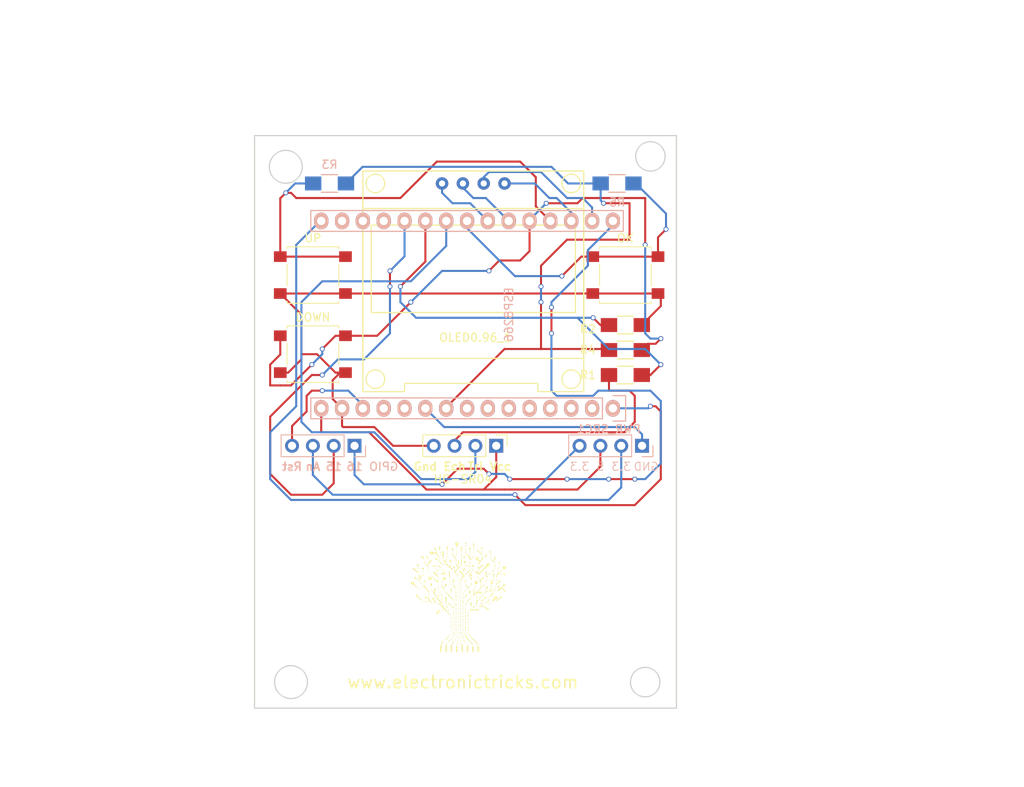
<source format=kicad_pcb>
(kicad_pcb (version 4) (host pcbnew 4.0.4-stable)

  (general
    (links 37)
    (no_connects 0)
    (area 53.648 17.112 127.23 96.595001)
    (thickness 1.6)
    (drawings 35)
    (tracks 266)
    (zones 0)
    (modules 14)
    (nets 32)
  )

  (page A4)
  (layers
    (0 F.Cu signal)
    (31 B.Cu signal)
    (32 B.Adhes user)
    (33 F.Adhes user)
    (34 B.Paste user)
    (35 F.Paste user)
    (36 B.SilkS user)
    (37 F.SilkS user)
    (38 B.Mask user)
    (39 F.Mask user)
    (40 Dwgs.User user)
    (41 Cmts.User user)
    (42 Eco1.User user)
    (43 Eco2.User user)
    (44 Edge.Cuts user)
    (45 Margin user)
    (46 B.CrtYd user)
    (47 F.CrtYd user)
    (48 B.Fab user)
    (49 F.Fab user)
  )

  (setup
    (last_trace_width 0.25)
    (trace_clearance 0.2)
    (zone_clearance 0.508)
    (zone_45_only no)
    (trace_min 0.2)
    (segment_width 0.2)
    (edge_width 0.15)
    (via_size 0.6)
    (via_drill 0.4)
    (via_min_size 0.4)
    (via_min_drill 0.3)
    (uvia_size 0.3)
    (uvia_drill 0.1)
    (uvias_allowed no)
    (uvia_min_size 0.2)
    (uvia_min_drill 0.1)
    (pcb_text_width 0.3)
    (pcb_text_size 1.5 1.5)
    (mod_edge_width 0.15)
    (mod_text_size 1 1)
    (mod_text_width 0.15)
    (pad_size 1.524 1.524)
    (pad_drill 0.762)
    (pad_to_mask_clearance 0.2)
    (aux_axis_origin 0 0)
    (visible_elements 7FFFFFFF)
    (pcbplotparams
      (layerselection 0x010fc_80000001)
      (usegerberextensions false)
      (excludeedgelayer true)
      (linewidth 0.100000)
      (plotframeref false)
      (viasonmask false)
      (mode 1)
      (useauxorigin false)
      (hpglpennumber 1)
      (hpglpenspeed 20)
      (hpglpendiameter 15)
      (hpglpenoverlay 2)
      (psnegative false)
      (psa4output false)
      (plotreference true)
      (plotvalue true)
      (plotinvisibletext false)
      (padsonsilk false)
      (subtractmaskfromsilk false)
      (outputformat 1)
      (mirror false)
      (drillshape 0)
      (scaleselection 1)
      (outputdirectory gerber/))
  )

  (net 0 "")
  (net 1 GPIO16)
  (net 2 GPIO15)
  (net 3 Analog)
  (net 4 Reset)
  (net 5 5volts)
  (net 6 Trig)
  (net 7 ECHO)
  (net 8 GND)
  (net 9 "Net-(OLED0.96_1-Pad4)")
  (net 10 "Net-(OLED0.96_1-Pad3)")
  (net 11 "Net-(OLED0.96_1-Pad2)")
  (net 12 "Net-(OLED0.96_1-Pad1)")
  (net 13 GND_P)
  (net 14 3.3v_P)
  (net 15 D7)
  (net 16 3.3v)
  (net 17 D3)
  (net 18 D4)
  (net 19 D5)
  (net 20 "Net-(U1-Pad2)")
  (net 21 "Net-(U1-Pad3)")
  (net 22 "Net-(U1-Pad4)")
  (net 23 "Net-(U1-Pad5)")
  (net 24 "Net-(U1-Pad6)")
  (net 25 "Net-(U1-Pad7)")
  (net 26 "Net-(U1-Pad8)")
  (net 27 "Net-(U1-Pad11)")
  (net 28 "Net-(U1-Pad12)")
  (net 29 "Net-(U1-Pad18)")
  (net 30 "Net-(U1-Pad17)")
  (net 31 "Net-(U1-Pad19)")

  (net_class Default "Ceci est la Netclass par défaut"
    (clearance 0.2)
    (trace_width 0.25)
    (via_dia 0.6)
    (via_drill 0.4)
    (uvia_dia 0.3)
    (uvia_drill 0.1)
    (add_net 3.3v)
    (add_net 3.3v_P)
    (add_net 5volts)
    (add_net Analog)
    (add_net D3)
    (add_net D4)
    (add_net D5)
    (add_net D7)
    (add_net ECHO)
    (add_net GND)
    (add_net GND_P)
    (add_net GPIO15)
    (add_net GPIO16)
    (add_net "Net-(OLED0.96_1-Pad1)")
    (add_net "Net-(OLED0.96_1-Pad2)")
    (add_net "Net-(OLED0.96_1-Pad3)")
    (add_net "Net-(OLED0.96_1-Pad4)")
    (add_net "Net-(U1-Pad11)")
    (add_net "Net-(U1-Pad12)")
    (add_net "Net-(U1-Pad17)")
    (add_net "Net-(U1-Pad18)")
    (add_net "Net-(U1-Pad19)")
    (add_net "Net-(U1-Pad2)")
    (add_net "Net-(U1-Pad3)")
    (add_net "Net-(U1-Pad4)")
    (add_net "Net-(U1-Pad5)")
    (add_net "Net-(U1-Pad6)")
    (add_net "Net-(U1-Pad7)")
    (add_net "Net-(U1-Pad8)")
    (add_net Reset)
    (add_net Trig)
  )

  (module Socket_Strips:Socket_Strip_Straight_1x04_Pitch2.54mm (layer B.Cu) (tedit 58A1BF3F) (tstamp 58A1BD61)
    (at 73.152 64.516 90)
    (descr "Through hole straight socket strip, 1x04, 2.54mm pitch, single row")
    (tags "Through hole socket strip THT 1x04 2.54mm single row")
    (path /58A1B320)
    (fp_text reference GPIO (at -2.54 3.556 180) (layer B.SilkS)
      (effects (font (size 1 1) (thickness 0.15)) (justify mirror))
    )
    (fp_text value GPIO-Ports (at 0 -9.95 90) (layer B.Fab)
      (effects (font (size 1 1) (thickness 0.15)) (justify mirror))
    )
    (fp_line (start -1.27 1.27) (end -1.27 -8.89) (layer B.Fab) (width 0.1))
    (fp_line (start -1.27 -8.89) (end 1.27 -8.89) (layer B.Fab) (width 0.1))
    (fp_line (start 1.27 -8.89) (end 1.27 1.27) (layer B.Fab) (width 0.1))
    (fp_line (start 1.27 1.27) (end -1.27 1.27) (layer B.Fab) (width 0.1))
    (fp_line (start -1.33 -1.27) (end -1.33 -8.95) (layer B.SilkS) (width 0.12))
    (fp_line (start -1.33 -8.95) (end 1.33 -8.95) (layer B.SilkS) (width 0.12))
    (fp_line (start 1.33 -8.95) (end 1.33 -1.27) (layer B.SilkS) (width 0.12))
    (fp_line (start 1.33 -1.27) (end -1.33 -1.27) (layer B.SilkS) (width 0.12))
    (fp_line (start -1.33 0) (end -1.33 1.33) (layer B.SilkS) (width 0.12))
    (fp_line (start -1.33 1.33) (end 0 1.33) (layer B.SilkS) (width 0.12))
    (fp_line (start -1.55 1.55) (end -1.55 -9.15) (layer B.CrtYd) (width 0.05))
    (fp_line (start -1.55 -9.15) (end 1.55 -9.15) (layer B.CrtYd) (width 0.05))
    (fp_line (start 1.55 -9.15) (end 1.55 1.55) (layer B.CrtYd) (width 0.05))
    (fp_line (start 1.55 1.55) (end -1.55 1.55) (layer B.CrtYd) (width 0.05))
    (pad 1 thru_hole rect (at 0 0 90) (size 1.7 1.7) (drill 1) (layers *.Cu *.Mask)
      (net 1 GPIO16))
    (pad 2 thru_hole oval (at 0 -2.54 90) (size 1.7 1.7) (drill 1) (layers *.Cu *.Mask)
      (net 2 GPIO15))
    (pad 3 thru_hole oval (at 0 -5.08 90) (size 1.7 1.7) (drill 1) (layers *.Cu *.Mask)
      (net 3 Analog))
    (pad 4 thru_hole oval (at 0 -7.62 90) (size 1.7 1.7) (drill 1) (layers *.Cu *.Mask)
      (net 4 Reset))
    (model Socket_Strips.3dshapes/Socket_Strip_Straight_1x04_Pitch2.54mm.wrl
      (at (xyz 0 -0.15 0))
      (scale (xyz 1 1 1))
      (rotate (xyz 0 0 270))
    )
  )

  (module Socket_Strips:Socket_Strip_Straight_1x04_Pitch2.54mm (layer F.Cu) (tedit 58A1BDFF) (tstamp 58A1BD77)
    (at 90.424 64.516 270)
    (descr "Through hole straight socket strip, 1x04, 2.54mm pitch, single row")
    (tags "Through hole socket strip THT 1x04 2.54mm single row")
    (path /58A1D05A)
    (fp_text reference HC-SR04 (at 4.064 4.064 360) (layer F.SilkS)
      (effects (font (size 1 1) (thickness 0.15)))
    )
    (fp_text value HC-SR04 (at 4.064 4.064 360) (layer F.Fab)
      (effects (font (size 1 1) (thickness 0.15)))
    )
    (fp_line (start -1.27 -1.27) (end -1.27 8.89) (layer F.Fab) (width 0.1))
    (fp_line (start -1.27 8.89) (end 1.27 8.89) (layer F.Fab) (width 0.1))
    (fp_line (start 1.27 8.89) (end 1.27 -1.27) (layer F.Fab) (width 0.1))
    (fp_line (start 1.27 -1.27) (end -1.27 -1.27) (layer F.Fab) (width 0.1))
    (fp_line (start -1.33 1.27) (end -1.33 8.95) (layer F.SilkS) (width 0.12))
    (fp_line (start -1.33 8.95) (end 1.33 8.95) (layer F.SilkS) (width 0.12))
    (fp_line (start 1.33 8.95) (end 1.33 1.27) (layer F.SilkS) (width 0.12))
    (fp_line (start 1.33 1.27) (end -1.33 1.27) (layer F.SilkS) (width 0.12))
    (fp_line (start -1.33 0) (end -1.33 -1.33) (layer F.SilkS) (width 0.12))
    (fp_line (start -1.33 -1.33) (end 0 -1.33) (layer F.SilkS) (width 0.12))
    (fp_line (start -1.55 -1.55) (end -1.55 9.15) (layer F.CrtYd) (width 0.05))
    (fp_line (start -1.55 9.15) (end 1.55 9.15) (layer F.CrtYd) (width 0.05))
    (fp_line (start 1.55 9.15) (end 1.55 -1.55) (layer F.CrtYd) (width 0.05))
    (fp_line (start 1.55 -1.55) (end -1.55 -1.55) (layer F.CrtYd) (width 0.05))
    (pad 1 thru_hole rect (at 0 0 270) (size 1.7 1.7) (drill 1) (layers *.Cu *.Mask)
      (net 5 5volts))
    (pad 2 thru_hole oval (at 0 2.54 270) (size 1.7 1.7) (drill 1) (layers *.Cu *.Mask)
      (net 6 Trig))
    (pad 3 thru_hole oval (at 0 5.08 270) (size 1.7 1.7) (drill 1) (layers *.Cu *.Mask)
      (net 7 ECHO))
    (pad 4 thru_hole oval (at 0 7.62 270) (size 1.7 1.7) (drill 1) (layers *.Cu *.Mask)
      (net 8 GND))
    (model Socket_Strips.3dshapes/Socket_Strip_Straight_1x04_Pitch2.54mm.wrl
      (at (xyz 0 -0.15 0))
      (scale (xyz 1 1 1))
      (rotate (xyz 0 0 270))
    )
  )

  (module nodemcu:Oled96 (layer F.Cu) (tedit 58A1BC96) (tstamp 58A1BD93)
    (at 74.168 57.912)
    (tags "Oled 0.96")
    (path /58A1AE19)
    (fp_text reference OLED0.96_1 (at 13.716 -6.604) (layer F.SilkS)
      (effects (font (size 1 1) (thickness 0.15)))
    )
    (fp_text value Oled96 (at 13.716 -15.748) (layer F.Fab)
      (effects (font (size 1 1) (thickness 0.15)))
    )
    (fp_line (start 21.336 0) (end 26.924 0) (layer F.SilkS) (width 0.15))
    (fp_line (start 0 0) (end 5.08 0) (layer F.SilkS) (width 0.15))
    (fp_line (start 5.08 0) (end 5.08 -1.016) (layer F.SilkS) (width 0.15))
    (fp_line (start 5.08 -1.016) (end 21.336 -1.016) (layer F.SilkS) (width 0.15))
    (fp_line (start 21.336 -1.016) (end 21.336 0) (layer F.SilkS) (width 0.15))
    (fp_line (start 1.016 -20.32) (end 25.908 -20.32) (layer F.SilkS) (width 0.15))
    (fp_line (start 25.908 -20.32) (end 25.908 -9.652) (layer F.SilkS) (width 0.15))
    (fp_line (start 25.908 -9.652) (end 1.016 -9.652) (layer F.SilkS) (width 0.15))
    (fp_line (start 1.016 -9.652) (end 1.016 -20.32) (layer F.SilkS) (width 0.15))
    (fp_line (start 0 -22.352) (end 26.924 -22.352) (layer F.SilkS) (width 0.15))
    (fp_line (start 26.924 -22.352) (end 26.924 -4.064) (layer F.SilkS) (width 0.15))
    (fp_line (start 26.924 -4.064) (end 0 -4.064) (layer F.SilkS) (width 0.15))
    (fp_line (start 0 -4.064) (end 0 -22.352) (layer F.SilkS) (width 0.15))
    (fp_circle (center 25.4 -1.524) (end 25.908 -2.54) (layer F.SilkS) (width 0.15))
    (fp_circle (center 1.524 -1.524) (end 2.54 -2.032) (layer F.SilkS) (width 0.15))
    (fp_circle (center 1.524 -25.4) (end 2.54 -25.908) (layer F.SilkS) (width 0.15))
    (fp_circle (center 25.4 -25.4) (end 26.416 -25.908) (layer F.SilkS) (width 0.15))
    (fp_line (start 0 0) (end 0 -26.924) (layer F.SilkS) (width 0.15))
    (fp_line (start 0 -26.924) (end 26.924 -26.924) (layer F.SilkS) (width 0.15))
    (fp_line (start 26.924 -26.924) (end 26.924 0) (layer F.SilkS) (width 0.15))
    (pad 4 thru_hole circle (at 9.652 -25.4) (size 1.524 1.524) (drill 0.762) (layers *.Cu *.Mask)
      (net 9 "Net-(OLED0.96_1-Pad4)"))
    (pad 3 thru_hole circle (at 12.192 -25.4) (size 1.524 1.524) (drill 0.762) (layers *.Cu *.Mask)
      (net 10 "Net-(OLED0.96_1-Pad3)"))
    (pad 2 thru_hole circle (at 14.732 -25.4) (size 1.524 1.524) (drill 0.762) (layers *.Cu *.Mask)
      (net 11 "Net-(OLED0.96_1-Pad2)"))
    (pad 1 thru_hole circle (at 17.272 -25.4) (size 1.524 1.524) (drill 0.762) (layers *.Cu *.Mask)
      (net 12 "Net-(OLED0.96_1-Pad1)"))
  )

  (module Socket_Strips:Socket_Strip_Straight_1x04_Pitch2.54mm (layer B.Cu) (tedit 58A1C005) (tstamp 58A1BDA9)
    (at 108.204 64.516 90)
    (descr "Through hole straight socket strip, 1x04, 2.54mm pitch, single row")
    (tags "Through hole socket strip THT 1x04 2.54mm single row")
    (path /58A1F43C)
    (fp_text reference PWR_SRC1 (at 2.032 -4.064 180) (layer B.SilkS)
      (effects (font (size 1 1) (thickness 0.15)) (justify mirror))
    )
    (fp_text value "Power SRC" (at -4.064 -4.572 180) (layer B.Fab)
      (effects (font (size 1 1) (thickness 0.15)) (justify mirror))
    )
    (fp_line (start -1.27 1.27) (end -1.27 -8.89) (layer B.Fab) (width 0.1))
    (fp_line (start -1.27 -8.89) (end 1.27 -8.89) (layer B.Fab) (width 0.1))
    (fp_line (start 1.27 -8.89) (end 1.27 1.27) (layer B.Fab) (width 0.1))
    (fp_line (start 1.27 1.27) (end -1.27 1.27) (layer B.Fab) (width 0.1))
    (fp_line (start -1.33 -1.27) (end -1.33 -8.95) (layer B.SilkS) (width 0.12))
    (fp_line (start -1.33 -8.95) (end 1.33 -8.95) (layer B.SilkS) (width 0.12))
    (fp_line (start 1.33 -8.95) (end 1.33 -1.27) (layer B.SilkS) (width 0.12))
    (fp_line (start 1.33 -1.27) (end -1.33 -1.27) (layer B.SilkS) (width 0.12))
    (fp_line (start -1.33 0) (end -1.33 1.33) (layer B.SilkS) (width 0.12))
    (fp_line (start -1.33 1.33) (end 0 1.33) (layer B.SilkS) (width 0.12))
    (fp_line (start -1.55 1.55) (end -1.55 -9.15) (layer B.CrtYd) (width 0.05))
    (fp_line (start -1.55 -9.15) (end 1.55 -9.15) (layer B.CrtYd) (width 0.05))
    (fp_line (start 1.55 -9.15) (end 1.55 1.55) (layer B.CrtYd) (width 0.05))
    (fp_line (start 1.55 1.55) (end -1.55 1.55) (layer B.CrtYd) (width 0.05))
    (pad 1 thru_hole rect (at 0 0 90) (size 1.7 1.7) (drill 1) (layers *.Cu *.Mask)
      (net 13 GND_P))
    (pad 2 thru_hole oval (at 0 -2.54 90) (size 1.7 1.7) (drill 1) (layers *.Cu *.Mask)
      (net 14 3.3v_P))
    (pad 3 thru_hole oval (at 0 -5.08 90) (size 1.7 1.7) (drill 1) (layers *.Cu *.Mask)
      (net 5 5volts))
    (pad 4 thru_hole oval (at 0 -7.62 90) (size 1.7 1.7) (drill 1) (layers *.Cu *.Mask)
      (net 14 3.3v_P))
    (model Socket_Strips.3dshapes/Socket_Strip_Straight_1x04_Pitch2.54mm.wrl
      (at (xyz 0 -0.15 0))
      (scale (xyz 1 1 1))
      (rotate (xyz 0 0 270))
    )
  )

  (module Resistors_SMD:R_1206_HandSoldering (layer F.Cu) (tedit 58A1BC4D) (tstamp 58A1BDB9)
    (at 106.172 55.88)
    (descr "Resistor SMD 1206, hand soldering")
    (tags "resistor 1206")
    (path /58A195D8)
    (attr smd)
    (fp_text reference R1 (at -4.572 0) (layer F.SilkS)
      (effects (font (size 1 1) (thickness 0.15)))
    )
    (fp_text value 2.2k (at 0 2.3) (layer F.Fab)
      (effects (font (size 1 1) (thickness 0.15)))
    )
    (fp_line (start -1.6 0.8) (end -1.6 -0.8) (layer F.Fab) (width 0.1))
    (fp_line (start 1.6 0.8) (end -1.6 0.8) (layer F.Fab) (width 0.1))
    (fp_line (start 1.6 -0.8) (end 1.6 0.8) (layer F.Fab) (width 0.1))
    (fp_line (start -1.6 -0.8) (end 1.6 -0.8) (layer F.Fab) (width 0.1))
    (fp_line (start -3.3 -1.2) (end 3.3 -1.2) (layer F.CrtYd) (width 0.05))
    (fp_line (start -3.3 1.2) (end 3.3 1.2) (layer F.CrtYd) (width 0.05))
    (fp_line (start -3.3 -1.2) (end -3.3 1.2) (layer F.CrtYd) (width 0.05))
    (fp_line (start 3.3 -1.2) (end 3.3 1.2) (layer F.CrtYd) (width 0.05))
    (fp_line (start 1 1.075) (end -1 1.075) (layer F.SilkS) (width 0.15))
    (fp_line (start -1 -1.075) (end 1 -1.075) (layer F.SilkS) (width 0.15))
    (pad 1 smd rect (at -2 0) (size 2 1.7) (layers F.Cu F.Paste F.Mask)
      (net 7 ECHO))
    (pad 2 smd rect (at 2 0) (size 2 1.7) (layers F.Cu F.Paste F.Mask)
      (net 15 D7))
    (model Resistors_SMD.3dshapes/R_1206_HandSoldering.wrl
      (at (xyz 0 0 0))
      (scale (xyz 1 1 1))
      (rotate (xyz 0 0 0))
    )
  )

  (module Resistors_SMD:R_1206_HandSoldering (layer F.Cu) (tedit 58A1BC11) (tstamp 58A1BDC9)
    (at 106.172 49.784)
    (descr "Resistor SMD 1206, hand soldering")
    (tags "resistor 1206")
    (path /58A19620)
    (attr smd)
    (fp_text reference R2 (at -4.572 0.508) (layer F.SilkS)
      (effects (font (size 1 1) (thickness 0.15)))
    )
    (fp_text value 4.7k (at 0 2.3) (layer F.Fab)
      (effects (font (size 1 1) (thickness 0.15)))
    )
    (fp_line (start -1.6 0.8) (end -1.6 -0.8) (layer F.Fab) (width 0.1))
    (fp_line (start 1.6 0.8) (end -1.6 0.8) (layer F.Fab) (width 0.1))
    (fp_line (start 1.6 -0.8) (end 1.6 0.8) (layer F.Fab) (width 0.1))
    (fp_line (start -1.6 -0.8) (end 1.6 -0.8) (layer F.Fab) (width 0.1))
    (fp_line (start -3.3 -1.2) (end 3.3 -1.2) (layer F.CrtYd) (width 0.05))
    (fp_line (start -3.3 1.2) (end 3.3 1.2) (layer F.CrtYd) (width 0.05))
    (fp_line (start -3.3 -1.2) (end -3.3 1.2) (layer F.CrtYd) (width 0.05))
    (fp_line (start 3.3 -1.2) (end 3.3 1.2) (layer F.CrtYd) (width 0.05))
    (fp_line (start 1 1.075) (end -1 1.075) (layer F.SilkS) (width 0.15))
    (fp_line (start -1 -1.075) (end 1 -1.075) (layer F.SilkS) (width 0.15))
    (pad 1 smd rect (at -2 0) (size 2 1.7) (layers F.Cu F.Paste F.Mask)
      (net 15 D7))
    (pad 2 smd rect (at 2 0) (size 2 1.7) (layers F.Cu F.Paste F.Mask)
      (net 8 GND))
    (model Resistors_SMD.3dshapes/R_1206_HandSoldering.wrl
      (at (xyz 0 0 0))
      (scale (xyz 1 1 1))
      (rotate (xyz 0 0 0))
    )
  )

  (module Resistors_SMD:R_1206_HandSoldering (layer B.Cu) (tedit 58307C0D) (tstamp 58A1BDD9)
    (at 70.104 32.512 180)
    (descr "Resistor SMD 1206, hand soldering")
    (tags "resistor 1206")
    (path /58A1B6DD)
    (attr smd)
    (fp_text reference R3 (at 0 2.3 180) (layer B.SilkS)
      (effects (font (size 1 1) (thickness 0.15)) (justify mirror))
    )
    (fp_text value 4.7k (at 0 -2.3 180) (layer B.Fab)
      (effects (font (size 1 1) (thickness 0.15)) (justify mirror))
    )
    (fp_line (start -1.6 -0.8) (end -1.6 0.8) (layer B.Fab) (width 0.1))
    (fp_line (start 1.6 -0.8) (end -1.6 -0.8) (layer B.Fab) (width 0.1))
    (fp_line (start 1.6 0.8) (end 1.6 -0.8) (layer B.Fab) (width 0.1))
    (fp_line (start -1.6 0.8) (end 1.6 0.8) (layer B.Fab) (width 0.1))
    (fp_line (start -3.3 1.2) (end 3.3 1.2) (layer B.CrtYd) (width 0.05))
    (fp_line (start -3.3 -1.2) (end 3.3 -1.2) (layer B.CrtYd) (width 0.05))
    (fp_line (start -3.3 1.2) (end -3.3 -1.2) (layer B.CrtYd) (width 0.05))
    (fp_line (start 3.3 1.2) (end 3.3 -1.2) (layer B.CrtYd) (width 0.05))
    (fp_line (start 1 -1.075) (end -1 -1.075) (layer B.SilkS) (width 0.15))
    (fp_line (start -1 1.075) (end 1 1.075) (layer B.SilkS) (width 0.15))
    (pad 1 smd rect (at -2 0 180) (size 2 1.7) (layers B.Cu B.Paste B.Mask)
      (net 16 3.3v))
    (pad 2 smd rect (at 2 0 180) (size 2 1.7) (layers B.Cu B.Paste B.Mask)
      (net 17 D3))
    (model Resistors_SMD.3dshapes/R_1206_HandSoldering.wrl
      (at (xyz 0 0 0))
      (scale (xyz 1 1 1))
      (rotate (xyz 0 0 0))
    )
  )

  (module Resistors_SMD:R_1206_HandSoldering (layer F.Cu) (tedit 58A1BC2D) (tstamp 58A1BDE9)
    (at 106.172 52.832)
    (descr "Resistor SMD 1206, hand soldering")
    (tags "resistor 1206")
    (path /58A1BB72)
    (attr smd)
    (fp_text reference R4 (at -4.572 0) (layer F.SilkS)
      (effects (font (size 1 1) (thickness 0.15)))
    )
    (fp_text value 4.7k (at 0 2.3) (layer F.Fab)
      (effects (font (size 1 1) (thickness 0.15)))
    )
    (fp_line (start -1.6 0.8) (end -1.6 -0.8) (layer F.Fab) (width 0.1))
    (fp_line (start 1.6 0.8) (end -1.6 0.8) (layer F.Fab) (width 0.1))
    (fp_line (start 1.6 -0.8) (end 1.6 0.8) (layer F.Fab) (width 0.1))
    (fp_line (start -1.6 -0.8) (end 1.6 -0.8) (layer F.Fab) (width 0.1))
    (fp_line (start -3.3 -1.2) (end 3.3 -1.2) (layer F.CrtYd) (width 0.05))
    (fp_line (start -3.3 1.2) (end 3.3 1.2) (layer F.CrtYd) (width 0.05))
    (fp_line (start -3.3 -1.2) (end -3.3 1.2) (layer F.CrtYd) (width 0.05))
    (fp_line (start 3.3 -1.2) (end 3.3 1.2) (layer F.CrtYd) (width 0.05))
    (fp_line (start 1 1.075) (end -1 1.075) (layer F.SilkS) (width 0.15))
    (fp_line (start -1 -1.075) (end 1 -1.075) (layer F.SilkS) (width 0.15))
    (pad 1 smd rect (at -2 0) (size 2 1.7) (layers F.Cu F.Paste F.Mask)
      (net 16 3.3v))
    (pad 2 smd rect (at 2 0) (size 2 1.7) (layers F.Cu F.Paste F.Mask)
      (net 18 D4))
    (model Resistors_SMD.3dshapes/R_1206_HandSoldering.wrl
      (at (xyz 0 0 0))
      (scale (xyz 1 1 1))
      (rotate (xyz 0 0 0))
    )
  )

  (module Resistors_SMD:R_1206_HandSoldering (layer B.Cu) (tedit 58A1D99F) (tstamp 58A1BDF9)
    (at 105.156 32.512)
    (descr "Resistor SMD 1206, hand soldering")
    (tags "resistor 1206")
    (path /58A1C2D5)
    (attr smd)
    (fp_text reference R5 (at 0 2.3) (layer B.SilkS)
      (effects (font (size 1 1) (thickness 0.15)) (justify mirror))
    )
    (fp_text value 4.7k (at -2.921 -2.032) (layer B.Fab)
      (effects (font (size 1 1) (thickness 0.15)) (justify mirror))
    )
    (fp_line (start -1.6 -0.8) (end -1.6 0.8) (layer B.Fab) (width 0.1))
    (fp_line (start 1.6 -0.8) (end -1.6 -0.8) (layer B.Fab) (width 0.1))
    (fp_line (start 1.6 0.8) (end 1.6 -0.8) (layer B.Fab) (width 0.1))
    (fp_line (start -1.6 0.8) (end 1.6 0.8) (layer B.Fab) (width 0.1))
    (fp_line (start -3.3 1.2) (end 3.3 1.2) (layer B.CrtYd) (width 0.05))
    (fp_line (start -3.3 -1.2) (end 3.3 -1.2) (layer B.CrtYd) (width 0.05))
    (fp_line (start -3.3 1.2) (end -3.3 -1.2) (layer B.CrtYd) (width 0.05))
    (fp_line (start 3.3 1.2) (end 3.3 -1.2) (layer B.CrtYd) (width 0.05))
    (fp_line (start 1 -1.075) (end -1 -1.075) (layer B.SilkS) (width 0.15))
    (fp_line (start -1 1.075) (end 1 1.075) (layer B.SilkS) (width 0.15))
    (pad 1 smd rect (at -2 0) (size 2 1.7) (layers B.Cu B.Paste B.Mask)
      (net 16 3.3v))
    (pad 2 smd rect (at 2 0) (size 2 1.7) (layers B.Cu B.Paste B.Mask)
      (net 19 D5))
    (model Resistors_SMD.3dshapes/R_1206_HandSoldering.wrl
      (at (xyz 0 0 0))
      (scale (xyz 1 1 1))
      (rotate (xyz 0 0 0))
    )
  )

  (module Buttons_Switches_SMD:SW_SPST_B3S-1000 (layer F.Cu) (tedit 58A1D9E3) (tstamp 58A1BE13)
    (at 68.072 43.688)
    (descr "Surface Mount Tactile Switch for High-Density Packaging")
    (tags "Tactile Switch")
    (path /58A1B843)
    (attr smd)
    (fp_text reference UP (at 0 -4.5) (layer F.SilkS)
      (effects (font (size 1 1) (thickness 0.15)))
    )
    (fp_text value SW_PUSH_SMALL_H (at 0 4.5) (layer F.Fab)
      (effects (font (size 1 1) (thickness 0.15)))
    )
    (fp_text user %R (at 0 -4.5) (layer F.Fab)
      (effects (font (size 1 1) (thickness 0.15)))
    )
    (fp_line (start -5 3.7) (end 5 3.7) (layer F.CrtYd) (width 0.05))
    (fp_line (start 5 3.7) (end 5 -3.7) (layer F.CrtYd) (width 0.05))
    (fp_line (start 5 -3.7) (end -5 -3.7) (layer F.CrtYd) (width 0.05))
    (fp_line (start -5 -3.7) (end -5 3.7) (layer F.CrtYd) (width 0.05))
    (fp_line (start -3.15 -3.2) (end -3.15 -3.45) (layer F.SilkS) (width 0.12))
    (fp_line (start -3.15 -3.45) (end 3.15 -3.45) (layer F.SilkS) (width 0.12))
    (fp_line (start 3.15 -3.45) (end 3.15 -3.2) (layer F.SilkS) (width 0.12))
    (fp_line (start -3.15 1.3) (end -3.15 -1.3) (layer F.SilkS) (width 0.12))
    (fp_line (start 3.15 3.2) (end 3.15 3.45) (layer F.SilkS) (width 0.12))
    (fp_line (start 3.15 3.45) (end -3.15 3.45) (layer F.SilkS) (width 0.12))
    (fp_line (start -3.15 3.45) (end -3.15 3.2) (layer F.SilkS) (width 0.12))
    (fp_line (start 3.15 -1.3) (end 3.15 1.3) (layer F.SilkS) (width 0.12))
    (fp_circle (center 0 0) (end 1.65 0) (layer F.Fab) (width 0.1))
    (fp_line (start -3 -3.3) (end 3 -3.3) (layer F.Fab) (width 0.1))
    (fp_line (start 3 -3.3) (end 3 3.3) (layer F.Fab) (width 0.1))
    (fp_line (start 3 3.3) (end -3 3.3) (layer F.Fab) (width 0.1))
    (fp_line (start -3 3.3) (end -3 -3.3) (layer F.Fab) (width 0.1))
    (pad 1 smd rect (at -3.975 -2.25) (size 1.55 1.3) (layers F.Cu F.Paste F.Mask)
      (net 17 D3))
    (pad 1 smd rect (at 3.975 -2.25) (size 1.55 1.3) (layers F.Cu F.Paste F.Mask)
      (net 17 D3))
    (pad 2 smd rect (at -3.975 2.25) (size 1.55 1.3) (layers F.Cu F.Paste F.Mask)
      (net 8 GND))
    (pad 2 smd rect (at 3.975 2.25) (size 1.55 1.3) (layers F.Cu F.Paste F.Mask)
      (net 8 GND))
  )

  (module Buttons_Switches_SMD:SW_SPST_B3S-1000 (layer F.Cu) (tedit 58A1D9F7) (tstamp 58A1BE2D)
    (at 68.072 53.34)
    (descr "Surface Mount Tactile Switch for High-Density Packaging")
    (tags "Tactile Switch")
    (path /58A1BB7B)
    (attr smd)
    (fp_text reference DOWN (at 0 -4.5) (layer F.SilkS)
      (effects (font (size 1 1) (thickness 0.15)))
    )
    (fp_text value SW_PUSH_SMALL_H (at 0 4.5) (layer F.Fab)
      (effects (font (size 1 1) (thickness 0.15)))
    )
    (fp_text user %R (at 0 -4.5) (layer F.Fab)
      (effects (font (size 1 1) (thickness 0.15)))
    )
    (fp_line (start -5 3.7) (end 5 3.7) (layer F.CrtYd) (width 0.05))
    (fp_line (start 5 3.7) (end 5 -3.7) (layer F.CrtYd) (width 0.05))
    (fp_line (start 5 -3.7) (end -5 -3.7) (layer F.CrtYd) (width 0.05))
    (fp_line (start -5 -3.7) (end -5 3.7) (layer F.CrtYd) (width 0.05))
    (fp_line (start -3.15 -3.2) (end -3.15 -3.45) (layer F.SilkS) (width 0.12))
    (fp_line (start -3.15 -3.45) (end 3.15 -3.45) (layer F.SilkS) (width 0.12))
    (fp_line (start 3.15 -3.45) (end 3.15 -3.2) (layer F.SilkS) (width 0.12))
    (fp_line (start -3.15 1.3) (end -3.15 -1.3) (layer F.SilkS) (width 0.12))
    (fp_line (start 3.15 3.2) (end 3.15 3.45) (layer F.SilkS) (width 0.12))
    (fp_line (start 3.15 3.45) (end -3.15 3.45) (layer F.SilkS) (width 0.12))
    (fp_line (start -3.15 3.45) (end -3.15 3.2) (layer F.SilkS) (width 0.12))
    (fp_line (start 3.15 -1.3) (end 3.15 1.3) (layer F.SilkS) (width 0.12))
    (fp_circle (center 0 0) (end 1.65 0) (layer F.Fab) (width 0.1))
    (fp_line (start -3 -3.3) (end 3 -3.3) (layer F.Fab) (width 0.1))
    (fp_line (start 3 -3.3) (end 3 3.3) (layer F.Fab) (width 0.1))
    (fp_line (start 3 3.3) (end -3 3.3) (layer F.Fab) (width 0.1))
    (fp_line (start -3 3.3) (end -3 -3.3) (layer F.Fab) (width 0.1))
    (pad 1 smd rect (at -3.975 -2.25) (size 1.55 1.3) (layers F.Cu F.Paste F.Mask)
      (net 18 D4))
    (pad 1 smd rect (at 3.975 -2.25) (size 1.55 1.3) (layers F.Cu F.Paste F.Mask)
      (net 18 D4))
    (pad 2 smd rect (at -3.975 2.25) (size 1.55 1.3) (layers F.Cu F.Paste F.Mask)
      (net 8 GND))
    (pad 2 smd rect (at 3.975 2.25) (size 1.55 1.3) (layers F.Cu F.Paste F.Mask)
      (net 8 GND))
  )

  (module Buttons_Switches_SMD:SW_SPST_B3S-1000 (layer F.Cu) (tedit 58A1DA0A) (tstamp 58A1BE47)
    (at 106.172 43.688)
    (descr "Surface Mount Tactile Switch for High-Density Packaging")
    (tags "Tactile Switch")
    (path /58A1C2DE)
    (attr smd)
    (fp_text reference OK (at 0 -4.5) (layer F.SilkS)
      (effects (font (size 1 1) (thickness 0.15)))
    )
    (fp_text value SW_PUSH_SMALL_H (at 0 4.5) (layer F.Fab)
      (effects (font (size 1 1) (thickness 0.15)))
    )
    (fp_text user %R (at 0 -4.5) (layer F.Fab)
      (effects (font (size 1 1) (thickness 0.15)))
    )
    (fp_line (start -5 3.7) (end 5 3.7) (layer F.CrtYd) (width 0.05))
    (fp_line (start 5 3.7) (end 5 -3.7) (layer F.CrtYd) (width 0.05))
    (fp_line (start 5 -3.7) (end -5 -3.7) (layer F.CrtYd) (width 0.05))
    (fp_line (start -5 -3.7) (end -5 3.7) (layer F.CrtYd) (width 0.05))
    (fp_line (start -3.15 -3.2) (end -3.15 -3.45) (layer F.SilkS) (width 0.12))
    (fp_line (start -3.15 -3.45) (end 3.15 -3.45) (layer F.SilkS) (width 0.12))
    (fp_line (start 3.15 -3.45) (end 3.15 -3.2) (layer F.SilkS) (width 0.12))
    (fp_line (start -3.15 1.3) (end -3.15 -1.3) (layer F.SilkS) (width 0.12))
    (fp_line (start 3.15 3.2) (end 3.15 3.45) (layer F.SilkS) (width 0.12))
    (fp_line (start 3.15 3.45) (end -3.15 3.45) (layer F.SilkS) (width 0.12))
    (fp_line (start -3.15 3.45) (end -3.15 3.2) (layer F.SilkS) (width 0.12))
    (fp_line (start 3.15 -1.3) (end 3.15 1.3) (layer F.SilkS) (width 0.12))
    (fp_circle (center 0 0) (end 1.65 0) (layer F.Fab) (width 0.1))
    (fp_line (start -3 -3.3) (end 3 -3.3) (layer F.Fab) (width 0.1))
    (fp_line (start 3 -3.3) (end 3 3.3) (layer F.Fab) (width 0.1))
    (fp_line (start 3 3.3) (end -3 3.3) (layer F.Fab) (width 0.1))
    (fp_line (start -3 3.3) (end -3 -3.3) (layer F.Fab) (width 0.1))
    (pad 1 smd rect (at -3.975 -2.25) (size 1.55 1.3) (layers F.Cu F.Paste F.Mask)
      (net 19 D5))
    (pad 1 smd rect (at 3.975 -2.25) (size 1.55 1.3) (layers F.Cu F.Paste F.Mask)
      (net 19 D5))
    (pad 2 smd rect (at -3.975 2.25) (size 1.55 1.3) (layers F.Cu F.Paste F.Mask)
      (net 8 GND))
    (pad 2 smd rect (at 3.975 2.25) (size 1.55 1.3) (layers F.Cu F.Paste F.Mask)
      (net 8 GND))
  )

  (module nodemcu:NodeMCU_Amica_R2 (layer B.Cu) (tedit 58A1B9B3) (tstamp 58A1BE7F)
    (at 104.648 59.944 90)
    (descr "Through-hole-mounted NodeMCU 0.9")
    (tags nodemcu)
    (path /58A194F7)
    (fp_text reference ESP8266 (at 11.43 -12.68 90) (layer B.SilkS)
      (effects (font (size 1 1) (thickness 0.15)) (justify mirror))
    )
    (fp_text value ESP8266 (at 11.43 -45.085 90) (layer B.Fab)
      (effects (font (size 2 2) (thickness 0.15)) (justify mirror))
    )
    (fp_circle (center 0.108949 4.318) (end 1.378949 3.048) (layer B.CrtYd) (width 0.15))
    (fp_line (start 15.24 -37.465) (end 15.24 -42.545) (layer B.CrtYd) (width 0.15))
    (fp_line (start 7.62 -37.465) (end 15.24 -37.465) (layer B.CrtYd) (width 0.15))
    (fp_line (start 7.62 -42.545) (end 7.62 -37.465) (layer B.CrtYd) (width 0.15))
    (fp_line (start -1.905 -42.545) (end -1.905 6.35) (layer B.CrtYd) (width 0.15))
    (fp_line (start 24.765 -42.545) (end -1.905 -42.545) (layer B.CrtYd) (width 0.15))
    (fp_line (start 24.765 6.35) (end 24.765 -42.545) (layer B.CrtYd) (width 0.15))
    (fp_line (start -1.905 6.35) (end 24.765 6.35) (layer B.CrtYd) (width 0.15))
    (fp_line (start -1.27 -1.27) (end -1.27 -36.83) (layer B.SilkS) (width 0.15))
    (fp_line (start -1.27 -36.83) (end 1.27 -36.83) (layer B.SilkS) (width 0.15))
    (fp_line (start 1.27 -36.83) (end 1.27 -1.27) (layer B.SilkS) (width 0.15))
    (fp_line (start 1.55 1.55) (end 1.55 0) (layer B.SilkS) (width 0.15))
    (fp_line (start 1.27 -1.27) (end -1.27 -1.27) (layer B.SilkS) (width 0.15))
    (fp_line (start -1.55 0) (end -1.55 1.55) (layer B.SilkS) (width 0.15))
    (fp_line (start -1.55 1.55) (end 1.55 1.55) (layer B.SilkS) (width 0.15))
    (fp_line (start 21.59 -36.83) (end 24.13 -36.83) (layer B.SilkS) (width 0.15))
    (fp_line (start 21.59 1.27) (end 21.59 -36.83) (layer B.SilkS) (width 0.15))
    (fp_line (start 24.13 1.27) (end 21.59 1.27) (layer B.SilkS) (width 0.15))
    (fp_line (start 24.13 -36.83) (end 24.13 1.27) (layer B.SilkS) (width 0.15))
    (fp_circle (center 22.733 4.318) (end 24.003 3.048) (layer B.CrtYd) (width 0.15))
    (fp_circle (center 22.733 -40.513) (end 24.003 -41.783) (layer B.CrtYd) (width 0.15))
    (fp_circle (center 0.127 -40.513) (end 1.397 -41.783) (layer B.CrtYd) (width 0.15))
    (pad 1 thru_hole oval (at 0 0 90) (size 2.032 1.7272) (drill 1.016) (layers *.Cu *.Mask B.SilkS)
      (net 3 Analog))
    (pad 2 thru_hole oval (at 0 -2.54 90) (size 2.032 1.7272) (drill 1.016) (layers *.Cu *.Mask B.SilkS)
      (net 20 "Net-(U1-Pad2)"))
    (pad 3 thru_hole oval (at 0 -5.08 90) (size 2.032 1.7272) (drill 1.016) (layers *.Cu *.Mask B.SilkS)
      (net 21 "Net-(U1-Pad3)"))
    (pad 4 thru_hole oval (at 0 -7.62 90) (size 2.032 1.7272) (drill 1.016) (layers *.Cu *.Mask B.SilkS)
      (net 22 "Net-(U1-Pad4)"))
    (pad 5 thru_hole oval (at 0 -10.16 90) (size 2.032 1.7272) (drill 1.016) (layers *.Cu *.Mask B.SilkS)
      (net 23 "Net-(U1-Pad5)"))
    (pad 6 thru_hole oval (at 0 -12.7 90) (size 2.032 1.7272) (drill 1.016) (layers *.Cu *.Mask B.SilkS)
      (net 24 "Net-(U1-Pad6)"))
    (pad 7 thru_hole oval (at 0 -15.24 90) (size 2.032 1.7272) (drill 1.016) (layers *.Cu *.Mask B.SilkS)
      (net 25 "Net-(U1-Pad7)"))
    (pad 8 thru_hole oval (at 0 -17.78 90) (size 2.032 1.7272) (drill 1.016) (layers *.Cu *.Mask B.SilkS)
      (net 26 "Net-(U1-Pad8)"))
    (pad 9 thru_hole oval (at 0 -20.32 90) (size 2.032 1.7272) (drill 1.016) (layers *.Cu *.Mask B.SilkS)
      (net 16 3.3v))
    (pad 10 thru_hole oval (at 0 -22.86 90) (size 2.032 1.7272) (drill 1.016) (layers *.Cu *.Mask B.SilkS)
      (net 13 GND_P))
    (pad 11 thru_hole oval (at 0 -25.4 90) (size 2.032 1.7272) (drill 1.016) (layers *.Cu *.Mask B.SilkS)
      (net 27 "Net-(U1-Pad11)"))
    (pad 12 thru_hole oval (at 0 -27.94 90) (size 2.032 1.7272) (drill 1.016) (layers *.Cu *.Mask B.SilkS)
      (net 28 "Net-(U1-Pad12)"))
    (pad 13 thru_hole oval (at 0 -30.48 90) (size 2.032 1.7272) (drill 1.016) (layers *.Cu *.Mask B.SilkS)
      (net 4 Reset))
    (pad 14 thru_hole oval (at 0 -33.02 90) (size 2.032 1.7272) (drill 1.016) (layers *.Cu *.Mask B.SilkS)
      (net 8 GND))
    (pad 15 thru_hole oval (at 0 -35.56 90) (size 2.032 1.7272) (drill 1.016) (layers *.Cu *.Mask B.SilkS)
      (net 5 5volts))
    (pad 30 thru_hole oval (at 22.86 0 90) (size 2.032 1.7272) (drill 1.016) (layers *.Cu *.Mask B.SilkS)
      (net 1 GPIO16))
    (pad 18 thru_hole oval (at 22.86 -30.48 90) (size 2.032 1.7272) (drill 1.016) (layers *.Cu *.Mask B.SilkS)
      (net 29 "Net-(U1-Pad18)"))
    (pad 17 thru_hole oval (at 22.86 -33.02 90) (size 2.032 1.7272) (drill 1.016) (layers *.Cu *.Mask B.SilkS)
      (net 30 "Net-(U1-Pad17)"))
    (pad 19 thru_hole oval (at 22.86 -27.94 90) (size 2.032 1.7272) (drill 1.016) (layers *.Cu *.Mask B.SilkS)
      (net 31 "Net-(U1-Pad19)"))
    (pad 25 thru_hole oval (at 22.86 -12.7 90) (size 2.032 1.7272) (drill 1.016) (layers *.Cu *.Mask B.SilkS)
      (net 10 "Net-(OLED0.96_1-Pad3)"))
    (pad 26 thru_hole oval (at 22.86 -10.16 90) (size 2.032 1.7272) (drill 1.016) (layers *.Cu *.Mask B.SilkS)
      (net 18 D4))
    (pad 24 thru_hole oval (at 22.86 -15.24 90) (size 2.032 1.7272) (drill 1.016) (layers *.Cu *.Mask B.SilkS)
      (net 9 "Net-(OLED0.96_1-Pad4)"))
    (pad 16 thru_hole oval (at 22.86 -35.56 90) (size 2.032 1.7272) (drill 1.016) (layers *.Cu *.Mask B.SilkS)
      (net 14 3.3v_P))
    (pad 22 thru_hole oval (at 22.86 -20.32 90) (size 2.032 1.7272) (drill 1.016) (layers *.Cu *.Mask B.SilkS)
      (net 6 Trig))
    (pad 23 thru_hole oval (at 22.86 -17.78 90) (size 2.032 1.7272) (drill 1.016) (layers *.Cu *.Mask B.SilkS)
      (net 19 D5))
    (pad 21 thru_hole oval (at 22.86 -22.86 90) (size 2.032 1.7272) (drill 1.016) (layers *.Cu *.Mask B.SilkS)
      (net 15 D7))
    (pad 20 thru_hole oval (at 22.86 -25.4 90) (size 2.032 1.7272) (drill 1.016) (layers *.Cu *.Mask B.SilkS)
      (net 2 GPIO15))
    (pad 28 thru_hole oval (at 22.86 -5.08 90) (size 2.032 1.7272) (drill 1.016) (layers *.Cu *.Mask B.SilkS)
      (net 12 "Net-(OLED0.96_1-Pad1)"))
    (pad 27 thru_hole oval (at 22.86 -7.62 90) (size 2.032 1.7272) (drill 1.016) (layers *.Cu *.Mask B.SilkS)
      (net 17 D3))
    (pad 29 thru_hole oval (at 22.86 -2.54 90) (size 2.032 1.7272) (drill 1.016) (layers *.Cu *.Mask B.SilkS)
      (net 11 "Net-(OLED0.96_1-Pad2)"))
  )

  (module ESP-Sonar:logo (layer F.Cu) (tedit 58AA175C) (tstamp 58AAA924)
    (at 85.852 82.804)
    (fp_text reference "" (at -32.004 -10.16) (layer F.SilkS) hide
      (effects (font (thickness 0.3)))
    )
    (fp_text value "" (at 0.75 0) (layer F.SilkS) hide
      (effects (font (thickness 0.3)))
    )
    (fp_poly (pts (xy -1.883532 5.64528) (xy -1.934566 5.70141) (xy -2.061931 5.879157) (xy -2.104301 6.087726)
      (xy -2.095871 6.284725) (xy -2.087328 6.576131) (xy -2.113599 6.793536) (xy -2.167454 6.90306)
      (xy -2.225153 6.890625) (xy -2.292974 6.718404) (xy -2.289937 6.453296) (xy -2.22988 6.149046)
      (xy -2.126643 5.859394) (xy -1.994065 5.638084) (xy -1.879286 5.547515) (xy -1.817518 5.546927)
      (xy -1.883532 5.64528)) (layer F.SilkS) (width 0.01))
    (fp_poly (pts (xy -1.379558 5.797536) (xy -1.404876 5.842) (xy -1.442737 5.996424) (xy -1.456677 6.248388)
      (xy -1.451927 6.404047) (xy -1.452725 6.675293) (xy -1.487897 6.855472) (xy -1.516791 6.895878)
      (xy -1.585641 6.867635) (xy -1.617474 6.687061) (xy -1.618039 6.672497) (xy -1.617062 6.29244)
      (xy -1.578746 6.040366) (xy -1.49587 5.877624) (xy -1.462866 5.842) (xy -1.370601 5.759379)
      (xy -1.379558 5.797536)) (layer F.SilkS) (width 0.01))
    (fp_poly (pts (xy -0.194039 6.117793) (xy -0.162885 6.208891) (xy -0.152682 6.407875) (xy -0.153296 6.590499)
      (xy -0.170094 6.832242) (xy -0.217184 6.919808) (xy -0.282223 6.886222) (xy -0.322915 6.769158)
      (xy -0.33814 6.568436) (xy -0.330154 6.347225) (xy -0.301212 6.168691) (xy -0.254 6.096)
      (xy -0.194039 6.117793)) (layer F.SilkS) (width 0.01))
    (fp_poly (pts (xy 1.07469 5.957135) (xy 1.119746 6.07985) (xy 1.146625 6.298431) (xy 1.153901 6.549542)
      (xy 1.14015 6.769848) (xy 1.103946 6.896014) (xy 1.095975 6.903232) (xy 1.015666 6.891394)
      (xy 1.007533 6.862997) (xy 1.000928 6.713452) (xy 0.999066 6.561667) (xy 1.00462 6.210172)
      (xy 1.022684 6.010869) (xy 1.055362 5.946937) (xy 1.07469 5.957135)) (layer F.SilkS) (width 0.01))
    (fp_poly (pts (xy 1.78198 6.216401) (xy 1.817658 6.413922) (xy 1.820116 6.642359) (xy 1.785164 6.833422)
      (xy 1.763893 6.877926) (xy 1.69974 6.949761) (xy 1.687129 6.942667) (xy 1.676417 6.840313)
      (xy 1.659108 6.627899) (xy 1.649117 6.492983) (xy 1.645573 6.229133) (xy 1.685497 6.119762)
      (xy 1.717272 6.118091) (xy 1.78198 6.216401)) (layer F.SilkS) (width 0.01))
    (fp_poly (pts (xy 2.454018 6.163406) (xy 2.462388 6.201833) (xy 2.477526 6.371616) (xy 2.489547 6.484244)
      (xy 2.485957 6.681116) (xy 2.442455 6.839141) (xy 2.377744 6.905052) (xy 2.346847 6.890625)
      (xy 2.304274 6.772137) (xy 2.287259 6.570551) (xy 2.293916 6.348747) (xy 2.322361 6.169604)
      (xy 2.370666 6.096) (xy 2.454018 6.163406)) (layer F.SilkS) (width 0.01))
    (fp_poly (pts (xy -0.508 5.565885) (xy -0.565796 5.667141) (xy -0.678563 5.781074) (xy -0.777909 5.89589)
      (xy -0.819744 6.051287) (xy -0.815908 6.302882) (xy -0.808749 6.392557) (xy -0.799068 6.659826)
      (xy -0.820701 6.824548) (xy -0.849853 6.858) (xy -0.935864 6.840741) (xy -0.938609 6.836833)
      (xy -0.966045 6.645919) (xy -0.965872 6.378459) (xy -0.940815 6.124499) (xy -0.913673 6.012491)
      (xy -0.831791 5.857286) (xy -0.714842 5.700085) (xy -0.599258 5.580997) (xy -0.521472 5.54013)
      (xy -0.508 5.565885)) (layer F.SilkS) (width 0.01))
    (fp_poly (pts (xy 0.330448 5.803261) (xy 0.348777 5.817946) (xy 0.434648 5.969081) (xy 0.489022 6.226167)
      (xy 0.496744 6.320492) (xy 0.517442 6.571624) (xy 0.546128 6.74918) (xy 0.560044 6.789046)
      (xy 0.530727 6.847637) (xy 0.464525 6.858) (xy 0.383796 6.827783) (xy 0.347044 6.71215)
      (xy 0.344502 6.473633) (xy 0.347232 6.408041) (xy 0.345953 6.129756) (xy 0.31985 5.91101)
      (xy 0.294785 5.836541) (xy 0.259124 5.759302) (xy 0.330448 5.803261)) (layer F.SilkS) (width 0.01))
    (fp_poly (pts (xy -0.04524 5.770022) (xy -0.074023 5.842529) (xy -0.13554 5.908838) (xy -0.231083 5.962807)
      (xy -0.254 5.935001) (xy -0.202714 5.833261) (xy -0.1027 5.763704) (xy -0.04524 5.770022)) (layer F.SilkS) (width 0.01))
    (fp_poly (pts (xy 0.840336 4.783793) (xy 0.929341 4.970546) (xy 1.105185 5.219675) (xy 1.330493 5.478474)
      (xy 1.33967 5.487937) (xy 1.587294 5.74697) (xy 1.727505 5.90786) (xy 1.775145 5.989624)
      (xy 1.748146 6.011333) (xy 1.680647 5.954047) (xy 1.527087 5.801558) (xy 1.316442 5.582916)
      (xy 1.240146 5.502055) (xy 0.975646 5.200866) (xy 0.82547 4.976275) (xy 0.771383 4.79951)
      (xy 0.770666 4.761221) (xy 0.779333 4.529667) (xy 0.840336 4.783793)) (layer F.SilkS) (width 0.01))
    (fp_poly (pts (xy 1.178649 4.581581) (xy 1.240341 4.707372) (xy 1.394724 4.900795) (xy 1.5875 5.099471)
      (xy 1.939088 5.440003) (xy 2.202941 5.71058) (xy 2.367858 5.898895) (xy 2.422636 5.992641)
      (xy 2.407673 6.000606) (xy 2.320239 5.937977) (xy 2.145551 5.776919) (xy 1.911012 5.543613)
      (xy 1.70534 5.329584) (xy 1.445074 5.039537) (xy 1.250225 4.794205) (xy 1.141285 4.620962)
      (xy 1.127156 4.557144) (xy 1.165837 4.505497) (xy 1.178649 4.581581)) (layer F.SilkS) (width 0.01))
    (fp_poly (pts (xy 0.987777 5.785555) (xy 0.976155 5.83589) (xy 0.931333 5.842) (xy 0.861643 5.811022)
      (xy 0.874888 5.785555) (xy 0.975368 5.775422) (xy 0.987777 5.785555)) (layer F.SilkS) (width 0.01))
    (fp_poly (pts (xy -0.885017 5.312833) (xy -1.079162 5.507524) (xy -1.234476 5.638189) (xy -1.301295 5.672667)
      (xy -1.353032 5.657041) (xy -1.346312 5.6515) (xy -1.268438 5.58813) (xy -1.103505 5.445177)
      (xy -0.930034 5.291667) (xy -0.550334 4.953) (xy -0.885017 5.312833)) (layer F.SilkS) (width 0.01))
    (fp_poly (pts (xy -0.02683 5.487458) (xy -0.016737 5.619782) (xy -0.033514 5.649736) (xy -0.071996 5.624485)
      (xy -0.077983 5.538611) (xy -0.057306 5.448269) (xy -0.02683 5.487458)) (layer F.SilkS) (width 0.01))
    (fp_poly (pts (xy 0.254 5.630333) (xy 0.211666 5.672667) (xy 0.169333 5.630333) (xy 0.211666 5.588)
      (xy 0.254 5.630333)) (layer F.SilkS) (width 0.01))
    (fp_poly (pts (xy 0.690916 5.477286) (xy 0.762 5.545667) (xy 0.836706 5.653185) (xy 0.78751 5.645943)
      (xy 0.639984 5.542974) (xy 0.548204 5.451092) (xy 0.566117 5.418667) (xy 0.690916 5.477286)) (layer F.SilkS) (width 0.01))
    (fp_poly (pts (xy -1.155502 4.927256) (xy -1.295296 5.085281) (xy -1.397 5.190067) (xy -1.565233 5.347693)
      (xy -1.672605 5.427919) (xy -1.693334 5.426809) (xy -1.63752 5.338007) (xy -1.495492 5.178866)
      (xy -1.397 5.08) (xy -1.227415 4.924775) (xy -1.12018 4.844202) (xy -1.100667 4.843258)
      (xy -1.155502 4.927256)) (layer F.SilkS) (width 0.01))
    (fp_poly (pts (xy -0.365497 5.318125) (xy -0.355403 5.450449) (xy -0.372181 5.480403) (xy -0.410663 5.455152)
      (xy -0.41665 5.369278) (xy -0.395972 5.278935) (xy -0.365497 5.318125)) (layer F.SilkS) (width 0.01))
    (fp_poly (pts (xy 0.310444 5.446889) (xy 0.298822 5.497223) (xy 0.254 5.503333) (xy 0.184309 5.472355)
      (xy 0.197555 5.446889) (xy 0.298035 5.436756) (xy 0.310444 5.446889)) (layer F.SilkS) (width 0.01))
    (fp_poly (pts (xy -0.028594 5.058833) (xy -0.017411 5.232175) (xy -0.028594 5.2705) (xy -0.059497 5.281136)
      (xy -0.071299 5.164667) (xy -0.057993 5.044471) (xy -0.028594 5.058833)) (layer F.SilkS) (width 0.01))
    (fp_poly (pts (xy 0.254 5.291667) (xy 0.211666 5.334) (xy 0.169333 5.291667) (xy 0.211666 5.249333)
      (xy 0.254 5.291667)) (layer F.SilkS) (width 0.01))
    (fp_poly (pts (xy 0.564444 5.192889) (xy 0.574577 5.293368) (xy 0.564444 5.305778) (xy 0.51411 5.294155)
      (xy 0.508 5.249333) (xy 0.538978 5.179643) (xy 0.564444 5.192889)) (layer F.SilkS) (width 0.01))
    (fp_poly (pts (xy -0.254 5.122333) (xy -0.296334 5.164667) (xy -0.338667 5.122333) (xy -0.296334 5.08)
      (xy -0.254 5.122333)) (layer F.SilkS) (width 0.01))
    (fp_poly (pts (xy 0.240918 5.029582) (xy 0.331098 5.108286) (xy 0.338666 5.12733) (xy 0.298485 5.162129)
      (xy 0.21483 5.084153) (xy 0.203581 5.066918) (xy 0.193602 5.008981) (xy 0.240918 5.029582)) (layer F.SilkS) (width 0.01))
    (fp_poly (pts (xy 0.564444 5.023555) (xy 0.552822 5.07389) (xy 0.508 5.08) (xy 0.438309 5.049022)
      (xy 0.451555 5.023555) (xy 0.552035 5.013422) (xy 0.564444 5.023555)) (layer F.SilkS) (width 0.01))
    (fp_poly (pts (xy -0.282223 4.938889) (xy -0.293845 4.989223) (xy -0.338667 4.995333) (xy -0.408357 4.964355)
      (xy -0.395112 4.938889) (xy -0.294632 4.928756) (xy -0.282223 4.938889)) (layer F.SilkS) (width 0.01))
    (fp_poly (pts (xy -0.589465 4.722872) (xy -0.562049 4.783667) (xy -0.56029 4.892688) (xy -0.595324 4.910667)
      (xy -0.668095 4.84205) (xy -0.677334 4.783667) (xy -0.659219 4.670704) (xy -0.644059 4.656667)
      (xy -0.589465 4.722872)) (layer F.SilkS) (width 0.01))
    (fp_poly (pts (xy -0.028223 4.769555) (xy -0.01809 4.870035) (xy -0.028223 4.882444) (xy -0.078557 4.870822)
      (xy -0.084667 4.826) (xy -0.053689 4.75631) (xy -0.028223 4.769555)) (layer F.SilkS) (width 0.01))
    (fp_poly (pts (xy 0.310444 4.854222) (xy 0.298822 4.904556) (xy 0.254 4.910667) (xy 0.184309 4.879688)
      (xy 0.197555 4.854222) (xy 0.298035 4.844089) (xy 0.310444 4.854222)) (layer F.SilkS) (width 0.01))
    (fp_poly (pts (xy 0.592666 4.868333) (xy 0.550333 4.910667) (xy 0.508 4.868333) (xy 0.550333 4.826)
      (xy 0.592666 4.868333)) (layer F.SilkS) (width 0.01))
    (fp_poly (pts (xy -0.958164 4.640792) (xy -0.94807 4.773115) (xy -0.964848 4.803069) (xy -1.00333 4.777818)
      (xy -1.009316 4.691944) (xy -0.988639 4.601602) (xy -0.958164 4.640792)) (layer F.SilkS) (width 0.01))
    (fp_poly (pts (xy -0.339312 4.623149) (xy -0.328161 4.634089) (xy -0.261284 4.745097) (xy -0.270352 4.785907)
      (xy -0.333333 4.760499) (xy -0.375557 4.681485) (xy -0.401335 4.58257) (xy -0.339312 4.623149)) (layer F.SilkS) (width 0.01))
    (fp_poly (pts (xy 0.333955 4.482643) (xy 0.338666 4.529667) (xy 0.299106 4.662441) (xy 0.275166 4.685918)
      (xy 0.226778 4.646569) (xy 0.211666 4.529667) (xy 0.234161 4.394595) (xy 0.275166 4.373415)
      (xy 0.333955 4.482643)) (layer F.SilkS) (width 0.01))
    (fp_poly (pts (xy 0.592666 4.699) (xy 0.550333 4.741333) (xy 0.508 4.699) (xy 0.550333 4.656667)
      (xy 0.592666 4.699)) (layer F.SilkS) (width 0.01))
    (fp_poly (pts (xy -0.02683 4.471458) (xy -0.016737 4.603782) (xy -0.033514 4.633736) (xy -0.071996 4.608485)
      (xy -0.077983 4.522611) (xy -0.057306 4.432269) (xy -0.02683 4.471458)) (layer F.SilkS) (width 0.01))
    (fp_poly (pts (xy -0.592667 4.445) (xy -0.511897 4.521082) (xy -0.508 4.534663) (xy -0.573506 4.571029)
      (xy -0.592667 4.572) (xy -0.67408 4.506912) (xy -0.677334 4.482336) (xy -0.625464 4.43177)
      (xy -0.592667 4.445)) (layer F.SilkS) (width 0.01))
    (fp_poly (pts (xy 0.592666 4.529667) (xy 0.550333 4.572) (xy 0.508 4.529667) (xy 0.550333 4.487333)
      (xy 0.592666 4.529667)) (layer F.SilkS) (width 0.01))
    (fp_poly (pts (xy -0.874889 4.346222) (xy -0.864756 4.446702) (xy -0.874889 4.459111) (xy -0.925224 4.447489)
      (xy -0.931334 4.402667) (xy -0.900356 4.332976) (xy -0.874889 4.346222)) (layer F.SilkS) (width 0.01))
    (fp_poly (pts (xy -0.282223 4.346222) (xy -0.27209 4.446702) (xy -0.282223 4.459111) (xy -0.332557 4.447489)
      (xy -0.338667 4.402667) (xy -0.307689 4.332976) (xy -0.282223 4.346222)) (layer F.SilkS) (width 0.01))
    (fp_poly (pts (xy 0.903111 4.430889) (xy 0.891488 4.481223) (xy 0.846666 4.487333) (xy 0.776976 4.456355)
      (xy 0.790222 4.430889) (xy 0.890701 4.420756) (xy 0.903111 4.430889)) (layer F.SilkS) (width 0.01))
    (fp_poly (pts (xy 0.592666 4.360333) (xy 0.550333 4.402667) (xy 0.508 4.360333) (xy 0.550333 4.318)
      (xy 0.592666 4.360333)) (layer F.SilkS) (width 0.01))
    (fp_poly (pts (xy 1.15515 4.072221) (xy 1.159339 4.086778) (xy 1.171734 4.271208) (xy 1.156202 4.340778)
      (xy 1.128407 4.343592) (xy 1.117056 4.21105) (xy 1.117172 4.191) (xy 1.12938 4.059686)
      (xy 1.15515 4.072221)) (layer F.SilkS) (width 0.01))
    (fp_poly (pts (xy -0.620889 4.176889) (xy -0.610756 4.277368) (xy -0.620889 4.289778) (xy -0.671224 4.278155)
      (xy -0.677334 4.233333) (xy -0.646356 4.163643) (xy -0.620889 4.176889)) (layer F.SilkS) (width 0.01))
    (fp_poly (pts (xy -0.028223 4.176889) (xy -0.01809 4.277368) (xy -0.028223 4.289778) (xy -0.078557 4.278155)
      (xy -0.084667 4.233333) (xy -0.053689 4.163643) (xy -0.028223 4.176889)) (layer F.SilkS) (width 0.01))
    (fp_poly (pts (xy 0.876949 3.796583) (xy 0.888742 3.960075) (xy 0.877679 4.140421) (xy 0.844313 4.262235)
      (xy 0.837734 4.270487) (xy 0.809407 4.224438) (xy 0.791271 4.059333) (xy 0.789748 4.018004)
      (xy 0.799754 3.823637) (xy 0.834478 3.727534) (xy 0.841744 3.725333) (xy 0.876949 3.796583)) (layer F.SilkS) (width 0.01))
    (fp_poly (pts (xy -0.874889 4.092222) (xy -0.864756 4.192702) (xy -0.874889 4.205111) (xy -0.925224 4.193489)
      (xy -0.931334 4.148667) (xy -0.900356 4.078976) (xy -0.874889 4.092222)) (layer F.SilkS) (width 0.01))
    (fp_poly (pts (xy -0.38026 3.824852) (xy -0.330789 3.928145) (xy -0.294046 4.082634) (xy -0.285771 4.207)
      (xy -0.301195 4.233333) (xy -0.344959 4.212167) (xy -0.380215 4.050698) (xy -0.396816 3.897921)
      (xy -0.388521 3.822283) (xy -0.38026 3.824852)) (layer F.SilkS) (width 0.01))
    (fp_poly (pts (xy 0.301532 4.056317) (xy 0.310444 4.110058) (xy 0.291975 4.225095) (xy 0.230675 4.178375)
      (xy 0.215282 4.154517) (xy 0.219545 4.047778) (xy 0.238507 4.031241) (xy 0.301532 4.056317)) (layer F.SilkS) (width 0.01))
    (fp_poly (pts (xy 0.592666 4.191) (xy 0.550333 4.233333) (xy 0.508 4.191) (xy 0.550333 4.148667)
      (xy 0.592666 4.191)) (layer F.SilkS) (width 0.01))
    (fp_poly (pts (xy -0.619497 3.878792) (xy -0.609403 4.011115) (xy -0.626181 4.041069) (xy -0.664663 4.015818)
      (xy -0.67065 3.929944) (xy -0.649972 3.839602) (xy -0.619497 3.878792)) (layer F.SilkS) (width 0.01))
    (fp_poly (pts (xy 0 4.021667) (xy -0.042334 4.064) (xy -0.084667 4.021667) (xy -0.042334 3.979333)
      (xy 0 4.021667)) (layer F.SilkS) (width 0.01))
    (fp_poly (pts (xy 0.592666 4.021667) (xy 0.550333 4.064) (xy 0.508 4.021667) (xy 0.550333 3.979333)
      (xy 0.592666 4.021667)) (layer F.SilkS) (width 0.01))
    (fp_poly (pts (xy -0.874889 3.838222) (xy -0.864756 3.938702) (xy -0.874889 3.951111) (xy -0.925224 3.939489)
      (xy -0.931334 3.894667) (xy -0.900356 3.824976) (xy -0.874889 3.838222)) (layer F.SilkS) (width 0.01))
    (fp_poly (pts (xy -0.028223 3.753555) (xy -0.01809 3.854035) (xy -0.028223 3.866444) (xy -0.078557 3.854822)
      (xy -0.084667 3.81) (xy -0.053689 3.74031) (xy -0.028223 3.753555)) (layer F.SilkS) (width 0.01))
    (fp_poly (pts (xy 0.244972 3.49077) (xy 0.283831 3.658489) (xy 0.3042 3.818083) (xy 0.292709 3.894379)
      (xy 0.290726 3.894667) (xy 0.247037 3.8735) (xy 0.217177 3.736178) (xy 0.195577 3.563919)
      (xy 0.18888 3.426477) (xy 0.200992 3.390103) (xy 0.244972 3.49077)) (layer F.SilkS) (width 0.01))
    (fp_poly (pts (xy 0.592666 3.852333) (xy 0.550333 3.894667) (xy 0.508 3.852333) (xy 0.550333 3.81)
      (xy 0.592666 3.852333)) (layer F.SilkS) (width 0.01))
    (fp_poly (pts (xy 1.158503 3.709458) (xy 1.168597 3.841782) (xy 1.151819 3.871736) (xy 1.113337 3.846485)
      (xy 1.10735 3.760611) (xy 1.128028 3.670269) (xy 1.158503 3.709458)) (layer F.SilkS) (width 0.01))
    (fp_poly (pts (xy -0.944416 3.590248) (xy -0.853522 3.675499) (xy -0.872168 3.724509) (xy -0.884004 3.725333)
      (xy -0.955616 3.665196) (xy -0.981752 3.627585) (xy -0.991731 3.569648) (xy -0.944416 3.590248)) (layer F.SilkS) (width 0.01))
    (fp_poly (pts (xy -0.62285 3.394887) (xy -0.618661 3.409445) (xy -0.606266 3.593875) (xy -0.621798 3.663445)
      (xy -0.649593 3.666259) (xy -0.660944 3.533717) (xy -0.660828 3.513667) (xy -0.64862 3.382352)
      (xy -0.62285 3.394887)) (layer F.SilkS) (width 0.01))
    (fp_poly (pts (xy -0.323175 3.523241) (xy -0.288832 3.621414) (xy -0.29995 3.646517) (xy -0.369449 3.720456)
      (xy -0.394608 3.633342) (xy -0.395112 3.602058) (xy -0.357749 3.517145) (xy -0.323175 3.523241)) (layer F.SilkS) (width 0.01))
    (fp_poly (pts (xy 0.592666 3.683) (xy 0.550333 3.725333) (xy 0.508 3.683) (xy 0.550333 3.640667)
      (xy 0.592666 3.683)) (layer F.SilkS) (width 0.01))
    (fp_poly (pts (xy -0.02683 3.455458) (xy -0.016737 3.587782) (xy -0.033514 3.617736) (xy -0.071996 3.592485)
      (xy -0.077983 3.506611) (xy -0.057306 3.416269) (xy -0.02683 3.455458)) (layer F.SilkS) (width 0.01))
    (fp_poly (pts (xy 0.832116 3.11988) (xy 0.861941 3.284407) (xy 0.873521 3.464905) (xy 0.858831 3.584701)
      (xy 0.849486 3.59659) (xy 0.809217 3.545715) (xy 0.779409 3.37773) (xy 0.776284 3.338863)
      (xy 0.772272 3.14536) (xy 0.787991 3.050073) (xy 0.792071 3.048) (xy 0.832116 3.11988)) (layer F.SilkS) (width 0.01))
    (fp_poly (pts (xy 0.592666 3.513667) (xy 0.550333 3.556) (xy 0.508 3.513667) (xy 0.550333 3.471333)
      (xy 0.592666 3.513667)) (layer F.SilkS) (width 0.01))
    (fp_poly (pts (xy 1.157111 3.414889) (xy 1.167244 3.515368) (xy 1.157111 3.527778) (xy 1.106776 3.516155)
      (xy 1.100666 3.471333) (xy 1.131644 3.401643) (xy 1.157111 3.414889)) (layer F.SilkS) (width 0.01))
    (fp_poly (pts (xy -0.846667 3.429) (xy -0.889 3.471333) (xy -0.931334 3.429) (xy -0.889 3.386667)
      (xy -0.846667 3.429)) (layer F.SilkS) (width 0.01))
    (fp_poly (pts (xy -0.309578 3.05737) (xy -0.284124 3.17932) (xy -0.285436 3.353612) (xy -0.320237 3.362365)
      (xy -0.374718 3.245509) (xy -0.388874 3.092186) (xy -0.362609 3.038162) (xy -0.309578 3.05737)) (layer F.SilkS) (width 0.01))
    (fp_poly (pts (xy 0.592666 3.344333) (xy 0.550333 3.386667) (xy 0.508 3.344333) (xy 0.550333 3.302)
      (xy 0.592666 3.344333)) (layer F.SilkS) (width 0.01))
    (fp_poly (pts (xy -0.944416 3.166915) (xy -0.853522 3.252165) (xy -0.872168 3.301176) (xy -0.884004 3.302)
      (xy -0.955616 3.241863) (xy -0.981752 3.204251) (xy -0.991731 3.146314) (xy -0.944416 3.166915)) (layer F.SilkS) (width 0.01))
    (fp_poly (pts (xy -0.02683 3.116792) (xy -0.016737 3.249115) (xy -0.033514 3.279069) (xy -0.071996 3.253818)
      (xy -0.077983 3.167944) (xy -0.057306 3.077602) (xy -0.02683 3.116792)) (layer F.SilkS) (width 0.01))
    (fp_poly (pts (xy 0.240918 3.166915) (xy 0.331811 3.252165) (xy 0.313166 3.301176) (xy 0.30133 3.302)
      (xy 0.229717 3.241863) (xy 0.203581 3.204251) (xy 0.193602 3.146314) (xy 0.240918 3.166915)) (layer F.SilkS) (width 0.01))
    (fp_poly (pts (xy 1.157111 3.245555) (xy 1.145488 3.29589) (xy 1.100666 3.302) (xy 1.030976 3.271022)
      (xy 1.044222 3.245555) (xy 1.144701 3.235422) (xy 1.157111 3.245555)) (layer F.SilkS) (width 0.01))
    (fp_poly (pts (xy -0.620889 3.076222) (xy -0.610756 3.176702) (xy -0.620889 3.189111) (xy -0.671224 3.177489)
      (xy -0.677334 3.132667) (xy -0.646356 3.062976) (xy -0.620889 3.076222)) (layer F.SilkS) (width 0.01))
    (fp_poly (pts (xy 0.565836 3.032125) (xy 0.57593 3.164449) (xy 0.559152 3.194403) (xy 0.52067 3.169152)
      (xy 0.514684 3.083278) (xy 0.535361 2.992935) (xy 0.565836 3.032125)) (layer F.SilkS) (width 0.01))
    (fp_poly (pts (xy 1.185333 3.090333) (xy 1.143 3.132667) (xy 1.100666 3.090333) (xy 1.143 3.048)
      (xy 1.185333 3.090333)) (layer F.SilkS) (width 0.01))
    (fp_poly (pts (xy -0.944416 2.912915) (xy -0.853522 2.998165) (xy -0.872168 3.047176) (xy -0.884004 3.048)
      (xy -0.955616 2.987863) (xy -0.981752 2.950251) (xy -0.991731 2.892314) (xy -0.944416 2.912915)) (layer F.SilkS) (width 0.01))
    (fp_poly (pts (xy 0.269492 2.845908) (xy 0.303835 2.944081) (xy 0.292717 2.969183) (xy 0.223218 3.043122)
      (xy 0.198058 2.956009) (xy 0.197555 2.924724) (xy 0.234918 2.839811) (xy 0.269492 2.845908)) (layer F.SilkS) (width 0.01))
    (fp_poly (pts (xy -0.62285 2.632887) (xy -0.618661 2.647445) (xy -0.606266 2.831875) (xy -0.621798 2.901445)
      (xy -0.649593 2.904259) (xy -0.660944 2.771717) (xy -0.660828 2.751667) (xy -0.64862 2.620352)
      (xy -0.62285 2.632887)) (layer F.SilkS) (width 0.01))
    (fp_poly (pts (xy -0.028594 2.688167) (xy -0.017411 2.861509) (xy -0.028594 2.899833) (xy -0.059497 2.910469)
      (xy -0.071299 2.794) (xy -0.057993 2.673804) (xy -0.028594 2.688167)) (layer F.SilkS) (width 0.01))
    (fp_poly (pts (xy 0.846666 2.836333) (xy 0.927437 2.912415) (xy 0.931333 2.925997) (xy 0.865827 2.962362)
      (xy 0.846666 2.963333) (xy 0.765253 2.898245) (xy 0.762 2.87367) (xy 0.813869 2.823104)
      (xy 0.846666 2.836333)) (layer F.SilkS) (width 0.01))
    (fp_poly (pts (xy 1.157111 2.906889) (xy 1.145488 2.957223) (xy 1.100666 2.963333) (xy 1.030976 2.932355)
      (xy 1.044222 2.906889) (xy 1.144701 2.896756) (xy 1.157111 2.906889)) (layer F.SilkS) (width 0.01))
    (fp_poly (pts (xy -0.282223 2.822222) (xy -0.293845 2.872556) (xy -0.338667 2.878667) (xy -0.408357 2.847688)
      (xy -0.395112 2.822222) (xy -0.294632 2.812089) (xy -0.282223 2.822222)) (layer F.SilkS) (width 0.01))
    (fp_poly (pts (xy 0.564444 2.737555) (xy 0.574577 2.838035) (xy 0.564444 2.850444) (xy 0.51411 2.838822)
      (xy 0.508 2.794) (xy 0.538978 2.72431) (xy 0.564444 2.737555)) (layer F.SilkS) (width 0.01))
    (fp_poly (pts (xy -0.846667 2.751667) (xy -0.889 2.794) (xy -0.931334 2.751667) (xy -0.889 2.709333)
      (xy -0.846667 2.751667)) (layer F.SilkS) (width 0.01))
    (fp_poly (pts (xy 1.185333 2.751667) (xy 1.143 2.794) (xy 1.100666 2.751667) (xy 1.143 2.709333)
      (xy 1.185333 2.751667)) (layer F.SilkS) (width 0.01))
    (fp_poly (pts (xy -0.279849 2.584991) (xy -0.328161 2.647244) (xy -0.399349 2.700749) (xy -0.381584 2.615911)
      (xy -0.375557 2.599848) (xy -0.308485 2.49617) (xy -0.270352 2.495426) (xy -0.279849 2.584991)) (layer F.SilkS) (width 0.01))
    (fp_poly (pts (xy 0.251421 2.51695) (xy 0.283216 2.578682) (xy 0.304881 2.697982) (xy 0.248005 2.674827)
      (xy 0.208185 2.619034) (xy 0.18216 2.508221) (xy 0.192728 2.488382) (xy 0.251421 2.51695)) (layer F.SilkS) (width 0.01))
    (fp_poly (pts (xy 0.877564 2.398434) (xy 0.88645 2.442097) (xy 0.89006 2.600414) (xy 0.861431 2.657874)
      (xy 0.817021 2.611977) (xy 0.791974 2.450303) (xy 0.791678 2.443586) (xy 0.798009 2.263294)
      (xy 0.830587 2.248181) (xy 0.877564 2.398434)) (layer F.SilkS) (width 0.01))
    (fp_poly (pts (xy -0.846667 2.582333) (xy -0.889 2.624667) (xy -0.931334 2.582333) (xy -0.889 2.54)
      (xy -0.846667 2.582333)) (layer F.SilkS) (width 0.01))
    (fp_poly (pts (xy 0.494918 2.489582) (xy 0.585811 2.574832) (xy 0.567166 2.623842) (xy 0.55533 2.624667)
      (xy 0.483717 2.56453) (xy 0.457581 2.526918) (xy 0.447602 2.468981) (xy 0.494918 2.489582)) (layer F.SilkS) (width 0.01))
    (fp_poly (pts (xy 1.11912 2.270587) (xy 1.173084 2.415029) (xy 1.167901 2.50984) (xy 1.136914 2.582247)
      (xy 1.101222 2.49742) (xy 1.085808 2.427747) (xy 1.070532 2.272523) (xy 1.11684 2.268349)
      (xy 1.11912 2.270587)) (layer F.SilkS) (width 0.01))
    (fp_poly (pts (xy -0.028223 2.398889) (xy -0.01809 2.499368) (xy -0.028223 2.511778) (xy -0.078557 2.500155)
      (xy -0.084667 2.455333) (xy -0.053689 2.385643) (xy -0.028223 2.398889)) (layer F.SilkS) (width 0.01))
    (fp_poly (pts (xy -2.485865 0.887311) (xy -2.290808 1.012577) (xy -2.289514 1.013498) (xy -2.114189 1.10978)
      (xy -1.995439 1.124506) (xy -1.987703 1.119332) (xy -1.957059 1.116439) (xy -1.974419 1.153372)
      (xy -1.9422 1.250474) (xy -1.811778 1.435588) (xy -1.606131 1.67845) (xy -1.444043 1.851872)
      (xy -1.205057 2.104718) (xy -1.026656 2.305467) (xy -0.930728 2.42873) (xy -0.923828 2.455333)
      (xy -1.011917 2.397253) (xy -1.16924 2.248042) (xy -1.29225 2.116667) (xy -1.478312 1.926904)
      (xy -1.628962 1.804011) (xy -1.687139 1.778) (xy -1.774333 1.72024) (xy -1.778 1.697695)
      (xy -1.840774 1.572029) (xy -2.006717 1.382131) (xy -2.242266 1.163655) (xy -2.403252 1.033523)
      (xy -2.558268 0.900633) (xy -2.580412 0.850946) (xy -2.485865 0.887311)) (layer F.SilkS) (width 0.01))
    (fp_poly (pts (xy -0.59387 2.101224) (xy -0.56265 2.247208) (xy -0.565394 2.377419) (xy -0.582654 2.406812)
      (xy -0.632529 2.364041) (xy -0.658424 2.237563) (xy -0.660286 2.08154) (xy -0.643927 2.032)
      (xy -0.59387 2.101224)) (layer F.SilkS) (width 0.01))
    (fp_poly (pts (xy -0.351749 2.235582) (xy -0.260855 2.320832) (xy -0.279501 2.369842) (xy -0.291337 2.370667)
      (xy -0.36295 2.31053) (xy -0.389085 2.272918) (xy -0.399065 2.214981) (xy -0.351749 2.235582)) (layer F.SilkS) (width 0.01))
    (fp_poly (pts (xy 0.287085 2.173763) (xy 0.310972 2.304618) (xy 0.289879 2.370632) (xy 0.288841 2.370667)
      (xy 0.247522 2.3495) (xy 0.213358 2.190498) (xy 0.211576 2.079731) (xy 0.234581 2.069026)
      (xy 0.287085 2.173763)) (layer F.SilkS) (width 0.01))
    (fp_poly (pts (xy 0.564444 2.229555) (xy 0.574577 2.330035) (xy 0.564444 2.342444) (xy 0.51411 2.330822)
      (xy 0.508 2.286) (xy 0.538978 2.21631) (xy 0.564444 2.229555)) (layer F.SilkS) (width 0.01))
    (fp_poly (pts (xy -0.028594 2.010833) (xy -0.017411 2.184175) (xy -0.028594 2.2225) (xy -0.059497 2.233136)
      (xy -0.071299 2.116667) (xy -0.057993 1.996471) (xy -0.028594 2.010833)) (layer F.SilkS) (width 0.01))
    (fp_poly (pts (xy -2.314563 1.750443) (xy -2.338403 1.792916) (xy -2.404711 1.974913) (xy -2.410763 2.030615)
      (xy -2.477368 2.143025) (xy -2.613603 2.191943) (xy -2.731281 2.14832) (xy -2.738187 2.138479)
      (xy -2.733074 2.005139) (xy -2.563345 1.850755) (xy -2.467641 1.792916) (xy -2.33279 1.725613)
      (xy -2.314563 1.750443)) (layer F.SilkS) (width 0.01))
    (fp_poly (pts (xy -0.305581 1.919763) (xy -0.281695 2.050618) (xy -0.302788 2.116632) (xy -0.303825 2.116667)
      (xy -0.345145 2.0955) (xy -0.379309 1.936498) (xy -0.381091 1.825731) (xy -0.358086 1.815026)
      (xy -0.305581 1.919763)) (layer F.SilkS) (width 0.01))
    (fp_poly (pts (xy 0.592666 2.074333) (xy 0.550333 2.116667) (xy 0.508 2.074333) (xy 0.550333 2.032)
      (xy 0.592666 2.074333)) (layer F.SilkS) (width 0.01))
    (fp_poly (pts (xy 0.846666 1.989667) (xy 0.927437 2.065749) (xy 0.931333 2.07933) (xy 0.865827 2.115696)
      (xy 0.846666 2.116667) (xy 0.765253 2.051579) (xy 0.762 2.027003) (xy 0.813869 1.976437)
      (xy 0.846666 1.989667)) (layer F.SilkS) (width 0.01))
    (fp_poly (pts (xy 1.244151 1.992325) (xy 1.195839 2.054578) (xy 1.124651 2.108082) (xy 1.142416 2.023244)
      (xy 1.148443 2.007182) (xy 1.215515 1.903504) (xy 1.253648 1.902759) (xy 1.244151 1.992325)) (layer F.SilkS) (width 0.01))
    (fp_poly (pts (xy -0.621261 1.672167) (xy -0.610078 1.845509) (xy -0.621261 1.883833) (xy -0.652163 1.894469)
      (xy -0.663965 1.778) (xy -0.65066 1.657804) (xy -0.621261 1.672167)) (layer F.SilkS) (width 0.01))
    (fp_poly (pts (xy 0.310444 1.890889) (xy 0.298822 1.941223) (xy 0.254 1.947333) (xy 0.184309 1.916355)
      (xy 0.197555 1.890889) (xy 0.298035 1.880756) (xy 0.310444 1.890889)) (layer F.SilkS) (width 0.01))
    (fp_poly (pts (xy 0.592666 1.905) (xy 0.550333 1.947333) (xy 0.508 1.905) (xy 0.550333 1.862667)
      (xy 0.592666 1.905)) (layer F.SilkS) (width 0.01))
    (fp_poly (pts (xy -1.270645 1.659816) (xy -1.259494 1.670755) (xy -1.192618 1.781763) (xy -1.201685 1.822574)
      (xy -1.264667 1.797165) (xy -1.30689 1.718151) (xy -1.332668 1.619237) (xy -1.270645 1.659816)) (layer F.SilkS) (width 0.01))
    (fp_poly (pts (xy -0.028223 1.721555) (xy -0.01809 1.822035) (xy -0.028223 1.834444) (xy -0.078557 1.822822)
      (xy -0.084667 1.778) (xy -0.053689 1.70831) (xy -0.028223 1.721555)) (layer F.SilkS) (width 0.01))
    (fp_poly (pts (xy 0.834832 1.55882) (xy 0.876243 1.648288) (xy 0.8847 1.778681) (xy 0.860544 1.811756)
      (xy 0.804113 1.775672) (xy 0.784837 1.687468) (xy 0.790502 1.542586) (xy 0.834832 1.55882)) (layer F.SilkS) (width 0.01))
    (fp_poly (pts (xy 1.608666 1.613391) (xy 1.673778 1.673834) (xy 1.879315 1.685363) (xy 2.032 1.6742)
      (xy 2.2936 1.66023) (xy 2.423346 1.687667) (xy 2.455333 1.7538) (xy 2.394421 1.837913)
      (xy 2.307166 1.830862) (xy 2.055989 1.782734) (xy 1.779958 1.765002) (xy 1.550589 1.779593)
      (xy 1.45928 1.808005) (xy 1.366719 1.836631) (xy 1.354666 1.819282) (xy 1.407556 1.723114)
      (xy 1.481666 1.638905) (xy 1.585038 1.568457) (xy 1.608666 1.613391)) (layer F.SilkS) (width 0.01))
    (fp_poly (pts (xy -1.926167 1.721927) (xy -1.915531 1.752829) (xy -2.032 1.764631) (xy -2.152196 1.751326)
      (xy -2.137834 1.721927) (xy -1.964492 1.710744) (xy -1.926167 1.721927)) (layer F.SilkS) (width 0.01))
    (fp_poly (pts (xy 0.242165 1.474153) (xy 0.283577 1.563622) (xy 0.292033 1.694014) (xy 0.267877 1.72709)
      (xy 0.211447 1.691005) (xy 0.19217 1.602801) (xy 0.197835 1.45792) (xy 0.242165 1.474153)) (layer F.SilkS) (width 0.01))
    (fp_poly (pts (xy 0.592666 1.735667) (xy 0.550333 1.778) (xy 0.508 1.735667) (xy 0.550333 1.693333)
      (xy 0.592666 1.735667)) (layer F.SilkS) (width 0.01))
    (fp_poly (pts (xy 2.807642 1.259279) (xy 3.049896 1.31632) (xy 3.268262 1.401498) (xy 3.374799 1.470927)
      (xy 3.510857 1.556012) (xy 3.584037 1.552407) (xy 3.631575 1.569534) (xy 3.640666 1.636889)
      (xy 3.578735 1.757937) (xy 3.513666 1.778) (xy 3.401383 1.711752) (xy 3.386666 1.653979)
      (xy 3.308941 1.504788) (xy 3.098971 1.39971) (xy 2.791565 1.355166) (xy 2.752236 1.354667)
      (xy 2.565516 1.33729) (xy 2.48766 1.294215) (xy 2.490846 1.281035) (xy 2.601345 1.243232)
      (xy 2.807642 1.259279)) (layer F.SilkS) (width 0.01))
    (fp_poly (pts (xy -0.339312 1.490483) (xy -0.328161 1.501422) (xy -0.261284 1.61243) (xy -0.270352 1.65324)
      (xy -0.333333 1.627832) (xy -0.375557 1.548818) (xy -0.401335 1.449903) (xy -0.339312 1.490483)) (layer F.SilkS) (width 0.01))
    (fp_poly (pts (xy -0.02683 1.423458) (xy -0.016737 1.555782) (xy -0.033514 1.585736) (xy -0.071996 1.560485)
      (xy -0.077983 1.474611) (xy -0.057306 1.384269) (xy -0.02683 1.423458)) (layer F.SilkS) (width 0.01))
    (fp_poly (pts (xy 0.564444 1.467555) (xy 0.574577 1.568035) (xy 0.564444 1.580444) (xy 0.51411 1.568822)
      (xy 0.508 1.524) (xy 0.538978 1.45431) (xy 0.564444 1.467555)) (layer F.SilkS) (width 0.01))
    (fp_poly (pts (xy -1.532789 1.185996) (xy -1.416518 1.317555) (xy -1.414215 1.320625) (xy -1.307912 1.479996)
      (xy -1.312414 1.515107) (xy -1.419015 1.421662) (xy -1.482137 1.354147) (xy -1.583421 1.219243)
      (xy -1.601093 1.150773) (xy -1.532789 1.185996)) (layer F.SilkS) (width 0.01))
    (fp_poly (pts (xy -0.90542 1.233081) (xy -0.783491 1.318166) (xy -0.762 1.368722) (xy -0.710408 1.412455)
      (xy -0.683184 1.400616) (xy -0.574444 1.411233) (xy -0.551187 1.437952) (xy -0.541027 1.516474)
      (xy -0.62726 1.51931) (xy -0.761602 1.458767) (xy -0.892298 1.351023) (xy -0.990705 1.233025)
      (xy -0.972794 1.210453) (xy -0.90542 1.233081)) (layer F.SilkS) (width 0.01))
    (fp_poly (pts (xy 1.978791 1.252404) (xy 1.95063 1.343613) (xy 1.85719 1.423104) (xy 1.73109 1.48402)
      (xy 1.693333 1.476336) (xy 1.745035 1.374513) (xy 1.85506 1.277727) (xy 1.955792 1.239025)
      (xy 1.978791 1.252404)) (layer F.SilkS) (width 0.01))
    (fp_poly (pts (xy 0.903111 1.382889) (xy 0.891488 1.433223) (xy 0.846666 1.439333) (xy 0.776976 1.408355)
      (xy 0.790222 1.382889) (xy 0.890701 1.372756) (xy 0.903111 1.382889)) (layer F.SilkS) (width 0.01))
    (fp_poly (pts (xy -0.310482 0.912634) (xy -0.288612 1.085728) (xy -0.283399 1.257205) (xy -0.30007 1.351652)
      (xy -0.306241 1.354667) (xy -0.349456 1.291903) (xy -0.349585 1.291167) (xy -0.370818 1.098434)
      (xy -0.373387 0.919806) (xy -0.358042 0.816958) (xy -0.343779 0.813333) (xy -0.310482 0.912634)) (layer F.SilkS) (width 0.01))
    (fp_poly (pts (xy 0.240918 1.219582) (xy 0.331811 1.304832) (xy 0.313166 1.353842) (xy 0.30133 1.354667)
      (xy 0.229717 1.29453) (xy 0.203581 1.256918) (xy 0.193602 1.198981) (xy 0.240918 1.219582)) (layer F.SilkS) (width 0.01))
    (fp_poly (pts (xy 0.592666 1.312333) (xy 0.550333 1.354667) (xy 0.508 1.312333) (xy 0.550333 1.27)
      (xy 0.592666 1.312333)) (layer F.SilkS) (width 0.01))
    (fp_poly (pts (xy 1.531492 0.783802) (xy 1.55177 0.919273) (xy 1.565707 1.0795) (xy 1.577764 1.288748)
      (xy 1.557083 1.334982) (xy 1.492169 1.223179) (xy 1.44887 1.13012) (xy 1.39202 0.921198)
      (xy 1.435279 0.816853) (xy 1.498325 0.761065) (xy 1.531492 0.783802)) (layer F.SilkS) (width 0.01))
    (fp_poly (pts (xy 2.347736 1.303514) (xy 2.322485 1.341996) (xy 2.236611 1.347982) (xy 2.146268 1.327305)
      (xy 2.185458 1.29683) (xy 2.317782 1.286736) (xy 2.347736 1.303514)) (layer F.SilkS) (width 0.01))
    (fp_poly (pts (xy -0.592667 1.227667) (xy -0.635 1.27) (xy -0.677334 1.227667) (xy -0.635 1.185333)
      (xy -0.592667 1.227667)) (layer F.SilkS) (width 0.01))
    (fp_poly (pts (xy -0.028594 0.994833) (xy -0.017411 1.168175) (xy -0.028594 1.2065) (xy -0.059497 1.217136)
      (xy -0.071299 1.100667) (xy -0.057993 0.980471) (xy -0.028594 0.994833)) (layer F.SilkS) (width 0.01))
    (fp_poly (pts (xy 1.524 0.237671) (xy 1.467983 0.328873) (xy 1.323495 0.494163) (xy 1.18354 0.636751)
      (xy 1.00381 0.83604) (xy 0.897277 1.001435) (xy 0.883509 1.074555) (xy 0.878206 1.198045)
      (xy 0.854635 1.222742) (xy 0.802835 1.190144) (xy 0.794832 1.100526) (xy 0.842886 0.988066)
      (xy 0.959037 0.814878) (xy 1.113416 0.616307) (xy 1.276149 0.427704) (xy 1.417366 0.284417)
      (xy 1.507195 0.221793) (xy 1.524 0.237671)) (layer F.SilkS) (width 0.01))
    (fp_poly (pts (xy -1.023433 0.964711) (xy -0.975378 1.073062) (xy -1.049166 1.127766) (xy -1.179989 1.106978)
      (xy -1.216963 1.055699) (xy -1.218189 0.922231) (xy -1.127114 0.891339) (xy -1.023433 0.964711)) (layer F.SilkS) (width 0.01))
    (fp_poly (pts (xy 0.564444 1.044222) (xy 0.574577 1.144702) (xy 0.564444 1.157111) (xy 0.51411 1.145489)
      (xy 0.508 1.100667) (xy 0.538978 1.030976) (xy 0.564444 1.044222)) (layer F.SilkS) (width 0.01))
    (fp_poly (pts (xy 2.332577 0.564798) (xy 2.323046 0.60122) (xy 2.270156 0.740206) (xy 2.240848 0.8613)
      (xy 2.16983 1.052077) (xy 2.108284 1.136785) (xy 2.051495 1.17203) (xy 2.086019 1.076532)
      (xy 2.094906 1.058333) (xy 2.155967 0.839856) (xy 2.166406 0.666039) (xy 2.188084 0.502356)
      (xy 2.261983 0.484411) (xy 2.332577 0.564798)) (layer F.SilkS) (width 0.01))
    (fp_poly (pts (xy 3.032416 0.884638) (xy 2.929044 1.004006) (xy 2.786056 1.151256) (xy 2.720946 1.174845)
      (xy 2.709333 1.121033) (xy 2.773453 1.033632) (xy 2.899833 0.939706) (xy 3.029119 0.863633)
      (xy 3.032416 0.884638)) (layer F.SilkS) (width 0.01))
    (fp_poly (pts (xy -0.536223 1.044222) (xy -0.547845 1.094556) (xy -0.592667 1.100667) (xy -0.662357 1.069688)
      (xy -0.649112 1.044222) (xy -0.548632 1.034089) (xy -0.536223 1.044222)) (layer F.SilkS) (width 0.01))
    (fp_poly (pts (xy 0.310444 1.044222) (xy 0.298822 1.094556) (xy 0.254 1.100667) (xy 0.184309 1.069688)
      (xy 0.197555 1.044222) (xy 0.298035 1.034089) (xy 0.310444 1.044222)) (layer F.SilkS) (width 0.01))
    (fp_poly (pts (xy -2.824732 -0.888473) (xy -2.842923 -0.741241) (xy -2.898267 -0.428508) (xy -2.878183 -0.129476)
      (xy -2.795399 0.116819) (xy -2.662645 0.27134) (xy -2.503994 0.29811) (xy -2.409997 0.283572)
      (xy -2.440359 0.306234) (xy -2.491442 0.373415) (xy -2.418275 0.497247) (xy -2.367846 0.553337)
      (xy -2.211533 0.683974) (xy -2.089105 0.727949) (xy -2.086487 0.727427) (xy -2.037818 0.728753)
      (xy -2.056701 0.741776) (xy -2.068408 0.825417) (xy -2.025167 0.897233) (xy -1.976047 0.990468)
      (xy -2.000467 1.006749) (xy -2.090981 0.945185) (xy -2.262579 0.790941) (xy -2.480898 0.575218)
      (xy -2.518834 0.53608) (xy -2.746514 0.275921) (xy -2.903897 0.048635) (xy -2.963328 -0.105781)
      (xy -2.963334 -0.106805) (xy -3.018393 -0.275451) (xy -3.157586 -0.492132) (xy -3.2385 -0.588459)
      (xy -3.513667 -0.888645) (xy -3.22676 -0.634823) (xy -2.939853 -0.381) (xy -2.99181 -0.656167)
      (xy -3.010306 -0.850365) (xy -2.957525 -0.925667) (xy -2.913178 -0.931333) (xy -2.824732 -0.888473)) (layer F.SilkS) (width 0.01))
    (fp_poly (pts (xy -1.502167 0.139127) (xy -1.478935 0.265767) (xy -1.475603 0.483331) (xy -1.488923 0.721693)
      (xy -1.51565 0.910726) (xy -1.540932 0.976487) (xy -1.569945 0.94223) (xy -1.571173 0.828179)
      (xy -1.586501 0.587035) (xy -1.617481 0.458599) (xy -1.636304 0.306475) (xy -1.608051 0.170152)
      (xy -1.552531 0.104508) (xy -1.502167 0.139127)) (layer F.SilkS) (width 0.01))
    (fp_poly (pts (xy 3.627584 0.880915) (xy 3.718478 0.966165) (xy 3.699832 1.015176) (xy 3.687996 1.016)
      (xy 3.616384 0.955863) (xy 3.590248 0.918251) (xy 3.580269 0.860314) (xy 3.627584 0.880915)) (layer F.SilkS) (width 0.01))
    (fp_poly (pts (xy -3.660324 0.155731) (xy -3.659031 0.157539) (xy -3.604062 0.33763) (xy -3.610369 0.411539)
      (xy -3.565172 0.557497) (xy -3.388201 0.726814) (xy -3.368351 0.740833) (xy -3.218636 0.858246)
      (xy -3.172216 0.925299) (xy -3.186992 0.931333) (xy -3.315383 0.872566) (xy -3.385893 0.805265)
      (xy -3.499694 0.718136) (xy -3.553213 0.717944) (xy -3.628837 0.680208) (xy -3.711138 0.547678)
      (xy -3.757037 0.392473) (xy -3.726176 0.338667) (xy -3.680812 0.273718) (xy -3.693645 0.1905)
      (xy -3.713675 0.098671) (xy -3.660324 0.155731)) (layer F.SilkS) (width 0.01))
    (fp_poly (pts (xy -2.963334 0.889) (xy -3.005667 0.931333) (xy -3.048 0.889) (xy -3.005667 0.846667)
      (xy -2.963334 0.889)) (layer F.SilkS) (width 0.01))
    (fp_poly (pts (xy -3.046611 0.337505) (xy -3.018657 0.402167) (xy -2.931285 0.582922) (xy -2.829122 0.740833)
      (xy -2.753076 0.881304) (xy -2.783674 0.931333) (xy -2.868242 0.863069) (xy -2.878667 0.806285)
      (xy -2.943697 0.673579) (xy -3.089607 0.543024) (xy -3.224614 0.423623) (xy -3.25418 0.329795)
      (xy -3.253943 0.329405) (xy -3.148096 0.256818) (xy -3.046611 0.337505)) (layer F.SilkS) (width 0.01))
    (fp_poly (pts (xy -0.620889 0.790222) (xy -0.610756 0.890702) (xy -0.620889 0.903111) (xy -0.671224 0.891489)
      (xy -0.677334 0.846667) (xy -0.646356 0.776976) (xy -0.620889 0.790222)) (layer F.SilkS) (width 0.01))
    (fp_poly (pts (xy 0.254 0.889) (xy 0.211666 0.931333) (xy 0.169333 0.889) (xy 0.211666 0.846667)
      (xy 0.254 0.889)) (layer F.SilkS) (width 0.01))
    (fp_poly (pts (xy 0.547861 0.599292) (xy 0.573756 0.72577) (xy 0.572995 0.89769) (xy 0.538339 0.91115)
      (xy 0.483489 0.762084) (xy 0.472094 0.609608) (xy 0.497987 0.556521) (xy 0.547861 0.599292)) (layer F.SilkS) (width 0.01))
    (fp_poly (pts (xy 2.765777 0.874889) (xy 2.754155 0.925223) (xy 2.709333 0.931333) (xy 2.639643 0.900355)
      (xy 2.652888 0.874889) (xy 2.753368 0.864756) (xy 2.765777 0.874889)) (layer F.SilkS) (width 0.01))
    (fp_poly (pts (xy 3.217333 0.889) (xy 3.175 0.931333) (xy 3.132666 0.889) (xy 3.175 0.846667)
      (xy 3.217333 0.889)) (layer F.SilkS) (width 0.01))
    (fp_poly (pts (xy 3.386666 0.804333) (xy 3.467437 0.880415) (xy 3.471333 0.893997) (xy 3.405827 0.930362)
      (xy 3.386666 0.931333) (xy 3.305253 0.866245) (xy 3.302 0.84167) (xy 3.353869 0.791104)
      (xy 3.386666 0.804333)) (layer F.SilkS) (width 0.01))
    (fp_poly (pts (xy 4.630881 0.0984) (xy 4.687367 0.228189) (xy 4.641076 0.371449) (xy 4.528891 0.458216)
      (xy 4.443708 0.453455) (xy 4.336296 0.468781) (xy 4.318 0.541275) (xy 4.267737 0.65952)
      (xy 4.218833 0.677333) (xy 4.073848 0.725093) (xy 3.98185 0.783167) (xy 3.940346 0.80613)
      (xy 4.011261 0.729613) (xy 4.043573 0.698355) (xy 4.1969 0.506442) (xy 4.278572 0.323578)
      (xy 4.365945 0.127651) (xy 4.505559 0.05198) (xy 4.630881 0.0984)) (layer F.SilkS) (width 0.01))
    (fp_poly (pts (xy 0 0.804333) (xy -0.042334 0.846667) (xy -0.084667 0.804333) (xy -0.042334 0.762)
      (xy 0 0.804333)) (layer F.SilkS) (width 0.01))
    (fp_poly (pts (xy -4.261556 0.705555) (xy -4.273178 0.75589) (xy -4.318 0.762) (xy -4.387691 0.731022)
      (xy -4.374445 0.705555) (xy -4.273965 0.695422) (xy -4.261556 0.705555)) (layer F.SilkS) (width 0.01))
    (fp_poly (pts (xy -3.9376 0.678303) (xy -4.028156 0.748489) (xy -4.125201 0.760267) (xy -4.148667 0.728725)
      (xy -4.082254 0.674348) (xy -4.01727 0.645028) (xy -3.92987 0.639111) (xy -3.9376 0.678303)) (layer F.SilkS) (width 0.01))
    (fp_poly (pts (xy -3.725334 0.719667) (xy -3.767667 0.762) (xy -3.81 0.719667) (xy -3.767667 0.677333)
      (xy -3.725334 0.719667)) (layer F.SilkS) (width 0.01))
    (fp_poly (pts (xy 0.251421 0.569617) (xy 0.283216 0.631348) (xy 0.304881 0.750648) (xy 0.248005 0.727493)
      (xy 0.208185 0.6717) (xy 0.18216 0.560887) (xy 0.192728 0.541049) (xy 0.251421 0.569617)) (layer F.SilkS) (width 0.01))
    (fp_poly (pts (xy 3.048 0.487634) (xy 2.983879 0.575035) (xy 2.8575 0.66896) (xy 2.728213 0.745034)
      (xy 2.724916 0.724028) (xy 2.828288 0.60466) (xy 2.971277 0.457411) (xy 3.036387 0.433822)
      (xy 3.048 0.487634)) (layer F.SilkS) (width 0.01))
    (fp_poly (pts (xy 3.81 0.397256) (xy 3.752953 0.511998) (xy 3.640666 0.635) (xy 3.518021 0.732721)
      (xy 3.471333 0.745744) (xy 3.520979 0.658509) (xy 3.640376 0.508334) (xy 3.640666 0.508)
      (xy 3.756402 0.397512) (xy 3.809615 0.391995) (xy 3.81 0.397256)) (layer F.SilkS) (width 0.01))
    (fp_poly (pts (xy -5.016454 -0.142735) (xy -5.025278 -0.111167) (xy -5.004238 -0.024114) (xy -4.88806 0.137608)
      (xy -4.769724 0.268279) (xy -4.601634 0.451568) (xy -4.503808 0.580421) (xy -4.492835 0.617505)
      (xy -4.566029 0.578198) (xy -4.708283 0.446511) (xy -4.783667 0.366757) (xy -4.96073 0.196394)
      (xy -5.1063 0.09683) (xy -5.1435 0.086364) (xy -5.237311 0.016474) (xy -5.249334 -0.042333)
      (xy -5.180521 -0.151277) (xy -5.108223 -0.169333) (xy -5.016454 -0.142735)) (layer F.SilkS) (width 0.01))
    (fp_poly (pts (xy -1.729073 -0.60201) (xy -1.604431 -0.481936) (xy -1.515471 -0.384221) (xy -1.341001 -0.217713)
      (xy -1.199157 -0.138262) (xy -1.155638 -0.140849) (xy -1.10432 -0.152133) (xy -1.123556 -0.124741)
      (xy -1.10637 -0.029995) (xy -0.992512 0.1369) (xy -0.875057 0.268279) (xy -0.707049 0.450885)
      (xy -0.609204 0.578223) (xy -0.598169 0.614051) (xy -0.668118 0.567389) (xy -0.826716 0.421974)
      (xy -1.047292 0.20305) (xy -1.2065 0.038298) (xy -1.450064 -0.223336) (xy -1.641946 -0.440525)
      (xy -1.756717 -0.583866) (xy -1.778 -0.622587) (xy -1.729073 -0.60201)) (layer F.SilkS) (width 0.01))
    (fp_poly (pts (xy -0.339312 0.474483) (xy -0.328161 0.485422) (xy -0.261284 0.59643) (xy -0.270352 0.63724)
      (xy -0.333333 0.611832) (xy -0.375557 0.532818) (xy -0.401335 0.433903) (xy -0.339312 0.474483)) (layer F.SilkS) (width 0.01))
    (fp_poly (pts (xy 0 0.635) (xy -0.042334 0.677333) (xy -0.084667 0.635) (xy -0.042334 0.592667)
      (xy 0 0.635)) (layer F.SilkS) (width 0.01))
    (fp_poly (pts (xy 5.17813 0.050655) (xy 5.246282 0.151227) (xy 5.209717 0.241023) (xy 5.160971 0.254)
      (xy 5.045304 0.307117) (xy 4.875221 0.437743) (xy 4.844336 0.465667) (xy 4.659814 0.605146)
      (xy 4.505008 0.671107) (xy 4.488198 0.671966) (xy 4.447504 0.645771) (xy 4.544567 0.592346)
      (xy 4.718909 0.474671) (xy 4.899897 0.28595) (xy 4.917865 0.26237) (xy 5.056396 0.108149)
      (xy 5.162426 0.046908) (xy 5.17813 0.050655)) (layer F.SilkS) (width 0.01))
    (fp_poly (pts (xy -1.975556 0.451555) (xy -1.965423 0.552035) (xy -1.975556 0.564444) (xy -2.02589 0.552822)
      (xy -2.032 0.508) (xy -2.001022 0.43831) (xy -1.975556 0.451555)) (layer F.SilkS) (width 0.01))
    (fp_poly (pts (xy -0.028223 0.366889) (xy -0.01809 0.467368) (xy -0.028223 0.479778) (xy -0.078557 0.468155)
      (xy -0.084667 0.423333) (xy -0.053689 0.353643) (xy -0.028223 0.366889)) (layer F.SilkS) (width 0.01))
    (fp_poly (pts (xy 2.688616 0.211057) (xy 2.627457 0.296333) (xy 2.523454 0.439066) (xy 2.479291 0.500944)
      (xy 2.456482 0.473116) (xy 2.455333 0.447811) (xy 2.515316 0.329839) (xy 2.6035 0.2432)
      (xy 2.702523 0.171055) (xy 2.688616 0.211057)) (layer F.SilkS) (width 0.01))
    (fp_poly (pts (xy 0.310444 0.366889) (xy 0.298822 0.417223) (xy 0.254 0.423333) (xy 0.184309 0.392355)
      (xy 0.197555 0.366889) (xy 0.298035 0.356756) (xy 0.310444 0.366889)) (layer F.SilkS) (width 0.01))
    (fp_poly (pts (xy 0.762 0.152919) (xy 0.703814 0.268651) (xy 0.635 0.338667) (xy 0.532478 0.399573)
      (xy 0.508 0.385319) (xy 0.561114 0.284497) (xy 0.635 0.199571) (xy 0.733903 0.130757)
      (xy 0.762 0.152919)) (layer F.SilkS) (width 0.01))
    (fp_poly (pts (xy 3.32669 0.137579) (xy 3.344311 0.250625) (xy 3.283581 0.378949) (xy 3.208274 0.423333)
      (xy 3.140416 0.354976) (xy 3.132666 0.30133) (xy 3.17851 0.164695) (xy 3.275297 0.112775)
      (xy 3.32669 0.137579)) (layer F.SilkS) (width 0.01))
    (fp_poly (pts (xy -3.893286 0.127853) (xy -3.848228 0.225358) (xy -3.911936 0.32015) (xy -3.979334 0.338667)
      (xy -4.089734 0.277709) (xy -4.102718 0.25985) (xy -4.097219 0.159482) (xy -3.995433 0.105861)
      (xy -3.893286 0.127853)) (layer F.SilkS) (width 0.01))
    (fp_poly (pts (xy -1.975556 0.282222) (xy -1.987178 0.332556) (xy -2.032 0.338667) (xy -2.101691 0.307688)
      (xy -2.088445 0.282222) (xy -1.987965 0.272089) (xy -1.975556 0.282222)) (layer F.SilkS) (width 0.01))
    (fp_poly (pts (xy -0.315444 -0.02836) (xy -0.287971 0.136192) (xy -0.282228 0.284527) (xy -0.30211 0.338667)
      (xy -0.349352 0.275861) (xy -0.349473 0.275167) (xy -0.377913 0.051209) (xy -0.379411 -0.098913)
      (xy -0.355593 -0.129815) (xy -0.315444 -0.02836)) (layer F.SilkS) (width 0.01))
    (fp_poly (pts (xy 2.271587 0.152498) (xy 2.286 0.211667) (xy 2.245094 0.324408) (xy 2.210391 0.338667)
      (xy 2.117835 0.271288) (xy 2.086048 0.211667) (xy 2.099057 0.102438) (xy 2.161657 0.084667)
      (xy 2.271587 0.152498)) (layer F.SilkS) (width 0.01))
    (fp_poly (pts (xy -0.02683 0.068792) (xy -0.016737 0.201115) (xy -0.033514 0.231069) (xy -0.071996 0.205818)
      (xy -0.077983 0.119944) (xy -0.057306 0.029602) (xy -0.02683 0.068792)) (layer F.SilkS) (width 0.01))
    (fp_poly (pts (xy 0.22717 0.068792) (xy 0.237263 0.201115) (xy 0.220486 0.231069) (xy 0.182004 0.205818)
      (xy 0.176017 0.119944) (xy 0.196694 0.029602) (xy 0.22717 0.068792)) (layer F.SilkS) (width 0.01))
    (fp_poly (pts (xy 4.228187 -0.269627) (xy 4.233333 -0.211667) (xy 4.16802 -0.099362) (xy 4.111134 -0.084667)
      (xy 3.97514 -0.021026) (xy 3.857134 0.103505) (xy 3.764043 0.21286) (xy 3.728008 0.209339)
      (xy 3.780316 0.100842) (xy 3.901329 -0.06278) (xy 4.043221 -0.224418) (xy 4.158164 -0.326959)
      (xy 4.186938 -0.338667) (xy 4.228187 -0.269627)) (layer F.SilkS) (width 0.01))
    (fp_poly (pts (xy -2.443525 -0.119702) (xy -2.379645 -0.016882) (xy -2.38197 0.110068) (xy -2.446275 0.169333)
      (xy -2.539995 0.102332) (xy -2.567442 0.050611) (xy -2.576006 -0.090663) (xy -2.495952 -0.139759)
      (xy -2.443525 -0.119702)) (layer F.SilkS) (width 0.01))
    (fp_poly (pts (xy -2.278945 -0.356902) (xy -2.100351 -0.169261) (xy -1.991318 -0.008568) (xy -1.975556 0.045265)
      (xy -1.993707 0.160688) (xy -2.05519 0.114188) (xy -2.074334 0.084667) (xy -2.082616 0.006017)
      (xy -2.062722 0) (xy -2.07741 -0.055003) (xy -2.183938 -0.196169) (xy -2.290558 -0.3175)
      (xy -2.582334 -0.635) (xy -2.278945 -0.356902)) (layer F.SilkS) (width 0.01))
    (fp_poly (pts (xy 0.564444 0.028222) (xy 0.574577 0.128702) (xy 0.564444 0.141111) (xy 0.51411 0.129489)
      (xy 0.508 0.084667) (xy 0.538978 0.014976) (xy 0.564444 0.028222)) (layer F.SilkS) (width 0.01))
    (fp_poly (pts (xy 1.007272 -0.101119) (xy 1.016 -0.04733) (xy 0.964399 0.096819) (xy 0.931333 0.127)
      (xy 0.864692 0.101076) (xy 0.846666 0.004997) (xy 0.88121 -0.135274) (xy 0.931333 -0.169333)
      (xy 1.007272 -0.101119)) (layer F.SilkS) (width 0.01))
    (fp_poly (pts (xy 2.963333 -1.212751) (xy 2.908858 -1.122857) (xy 2.767264 -0.953077) (xy 2.6035 -0.776275)
      (xy 2.243666 -0.40314) (xy 2.561166 -0.459407) (xy 2.775811 -0.482553) (xy 2.867274 -0.444417)
      (xy 2.878666 -0.392893) (xy 2.838283 -0.316854) (xy 2.6932 -0.300217) (xy 2.53505 -0.316202)
      (xy 2.308226 -0.329984) (xy 2.136403 -0.278499) (xy 1.946092 -0.134693) (xy 1.880689 -0.075312)
      (xy 1.7332 0.053607) (xy 1.677066 0.086629) (xy 1.704846 0.042333) (xy 1.800556 -0.186167)
      (xy 1.814908 -0.541446) (xy 1.814638 -0.546004) (xy 1.812117 -0.761477) (xy 1.832564 -0.865728)
      (xy 1.856521 -0.85661) (xy 1.896387 -0.697599) (xy 1.894744 -0.501105) (xy 1.895626 -0.32666)
      (xy 1.938128 -0.254) (xy 1.938193 -0.254) (xy 2.025559 -0.311979) (xy 2.194544 -0.466219)
      (xy 2.413428 -0.687174) (xy 2.486873 -0.765047) (xy 2.703651 -0.99058) (xy 2.868823 -1.149134)
      (xy 2.956069 -1.215977) (xy 2.963333 -1.212751)) (layer F.SilkS) (width 0.01))
    (fp_poly (pts (xy 3.027283 -0.12761) (xy 2.966124 -0.042333) (xy 2.86212 0.100399) (xy 2.817957 0.162278)
      (xy 2.795149 0.13445) (xy 2.794 0.109145) (xy 2.853982 -0.008828) (xy 2.942166 -0.095467)
      (xy 3.04119 -0.167612) (xy 3.027283 -0.12761)) (layer F.SilkS) (width 0.01))
    (fp_poly (pts (xy 1.426251 -0.050418) (xy 1.517145 0.034832) (xy 1.498499 0.083842) (xy 1.486663 0.084667)
      (xy 1.41505 0.02453) (xy 1.388915 -0.013082) (xy 1.378935 -0.071019) (xy 1.426251 -0.050418)) (layer F.SilkS) (width 0.01))
    (fp_poly (pts (xy -3.667497 -0.185208) (xy -3.657403 -0.052885) (xy -3.674181 -0.022931) (xy -3.712663 -0.048182)
      (xy -3.71865 -0.134056) (xy -3.697972 -0.224398) (xy -3.667497 -0.185208)) (layer F.SilkS) (width 0.01))
    (fp_poly (pts (xy -0.028594 -0.359833) (xy -0.017411 -0.186491) (xy -0.028594 -0.148167) (xy -0.059497 -0.137531)
      (xy -0.071299 -0.254) (xy -0.057993 -0.374196) (xy -0.028594 -0.359833)) (layer F.SilkS) (width 0.01))
    (fp_poly (pts (xy 0.240918 -0.219752) (xy 0.331811 -0.134501) (xy 0.313166 -0.085491) (xy 0.30133 -0.084667)
      (xy 0.229717 -0.144804) (xy 0.203581 -0.182415) (xy 0.193602 -0.240352) (xy 0.240918 -0.219752)) (layer F.SilkS) (width 0.01))
    (fp_poly (pts (xy 0.564073 -0.359833) (xy 0.575255 -0.186491) (xy 0.564073 -0.148167) (xy 0.53317 -0.137531)
      (xy 0.521368 -0.254) (xy 0.534673 -0.374196) (xy 0.564073 -0.359833)) (layer F.SilkS) (width 0.01))
    (fp_poly (pts (xy 1.390704 -0.598611) (xy 1.436007 -0.554341) (xy 1.490918 -0.447688) (xy 1.455908 -0.423333)
      (xy 1.365867 -0.353123) (xy 1.336284 -0.275167) (xy 1.306465 -0.187989) (xy 1.270733 -0.256102)
      (xy 1.255786 -0.308128) (xy 1.236895 -0.504998) (xy 1.290071 -0.613034) (xy 1.390704 -0.598611)) (layer F.SilkS) (width 0.01))
    (fp_poly (pts (xy 3.300455 -0.580217) (xy 3.300703 -0.543278) (xy 3.255263 -0.335975) (xy 3.213464 -0.254)
      (xy 3.162965 -0.206207) (xy 3.168416 -0.304457) (xy 3.184338 -0.381) (xy 3.242567 -0.600317)
      (xy 3.283048 -0.669197) (xy 3.300455 -0.580217)) (layer F.SilkS) (width 0.01))
    (fp_poly (pts (xy -0.874889 -0.310445) (xy -0.886512 -0.26011) (xy -0.931334 -0.254) (xy -1.001024 -0.284978)
      (xy -0.987778 -0.310445) (xy -0.887299 -0.320578) (xy -0.874889 -0.310445)) (layer F.SilkS) (width 0.01))
    (fp_poly (pts (xy -0.305581 -0.450904) (xy -0.281695 -0.320049) (xy -0.302788 -0.254034) (xy -0.303825 -0.254)
      (xy -0.345145 -0.275167) (xy -0.379309 -0.434169) (xy -0.381091 -0.544936) (xy -0.358086 -0.555641)
      (xy -0.305581 -0.450904)) (layer F.SilkS) (width 0.01))
    (fp_poly (pts (xy -4.31072 -1.301242) (xy -4.258543 -1.260809) (xy -4.084504 -1.098292) (xy -3.877243 -0.874155)
      (xy -3.695844 -0.654612) (xy -3.618452 -0.543491) (xy -3.614457 -0.414075) (xy -3.652701 -0.373563)
      (xy -3.712178 -0.362556) (xy -3.694702 -0.4044) (xy -3.711836 -0.515331) (xy -3.816033 -0.677116)
      (xy -3.961093 -0.836139) (xy -4.100818 -0.938779) (xy -4.165158 -0.950402) (xy -4.207166 -0.98027)
      (xy -4.192297 -1.013902) (xy -4.191948 -1.093651) (xy -4.219279 -1.100667) (xy -4.314581 -1.168645)
      (xy -4.353214 -1.239642) (xy -4.376628 -1.331107) (xy -4.31072 -1.301242)) (layer F.SilkS) (width 0.01))
    (fp_poly (pts (xy 0.269492 -0.540759) (xy 0.303835 -0.442586) (xy 0.292717 -0.417483) (xy 0.223218 -0.343544)
      (xy 0.198058 -0.430658) (xy 0.197555 -0.461942) (xy 0.234918 -0.546855) (xy 0.269492 -0.540759)) (layer F.SilkS) (width 0.01))
    (fp_poly (pts (xy -0.869427 -0.895473) (xy -0.858074 -0.883356) (xy -0.824224 -0.74911) (xy -0.84356 -0.592667)
      (xy -0.899484 -0.381) (xy -0.961863 -0.623824) (xy -0.990598 -0.829618) (xy -0.956068 -0.929466)
      (xy -0.869427 -0.895473)) (layer F.SilkS) (width 0.01))
    (fp_poly (pts (xy 3.526896 -0.540797) (xy 3.513666 -0.508) (xy 3.437584 -0.42723) (xy 3.424003 -0.423333)
      (xy 3.387637 -0.488839) (xy 3.386666 -0.508) (xy 3.451754 -0.589413) (xy 3.47633 -0.592667)
      (xy 3.526896 -0.540797)) (layer F.SilkS) (width 0.01))
    (fp_poly (pts (xy -0.028223 -0.649111) (xy -0.01809 -0.548632) (xy -0.028223 -0.536222) (xy -0.078557 -0.547845)
      (xy -0.084667 -0.592667) (xy -0.053689 -0.662357) (xy -0.028223 -0.649111)) (layer F.SilkS) (width 0.01))
    (fp_poly (pts (xy 0.89124 -0.660982) (xy 0.865832 -0.598001) (xy 0.786818 -0.555777) (xy 0.687903 -0.529999)
      (xy 0.728482 -0.592022) (xy 0.739422 -0.603173) (xy 0.85043 -0.67005) (xy 0.89124 -0.660982)) (layer F.SilkS) (width 0.01))
    (fp_poly (pts (xy 4.036994 -0.880845) (xy 3.973977 -0.797881) (xy 3.905953 -0.678576) (xy 3.970305 -0.598303)
      (xy 3.976589 -0.594363) (xy 4.007904 -0.545279) (xy 3.875746 -0.537014) (xy 3.870513 -0.537315)
      (xy 3.651069 -0.550333) (xy 3.82996 -0.740833) (xy 3.972915 -0.87899) (xy 4.049607 -0.928703)
      (xy 4.036994 -0.880845)) (layer F.SilkS) (width 0.01))
    (fp_poly (pts (xy 4.487333 -0.977273) (xy 4.439767 -0.874129) (xy 4.324634 -0.708918) (xy 4.318 -0.700437)
      (xy 4.204193 -0.571832) (xy 4.149515 -0.541642) (xy 4.148666 -0.546728) (xy 4.196232 -0.649871)
      (xy 4.311365 -0.815082) (xy 4.318 -0.823564) (xy 4.431806 -0.952169) (xy 4.486484 -0.982358)
      (xy 4.487333 -0.977273)) (layer F.SilkS) (width 0.01))
    (fp_poly (pts (xy 4.549069 -0.559153) (xy 4.523818 -0.520671) (xy 4.437944 -0.514684) (xy 4.347602 -0.535362)
      (xy 4.386791 -0.565837) (xy 4.519115 -0.575931) (xy 4.549069 -0.559153)) (layer F.SilkS) (width 0.01))
    (fp_poly (pts (xy 5.656096 -1.37375) (xy 5.672666 -1.312333) (xy 5.61022 -1.199967) (xy 5.556033 -1.185333)
      (xy 5.40571 -1.125667) (xy 5.340076 -1.065655) (xy 5.300845 -0.967106) (xy 5.38305 -0.868309)
      (xy 5.499042 -0.7934) (xy 5.694817 -0.653423) (xy 5.751436 -0.553915) (xy 5.662336 -0.509145)
      (xy 5.630333 -0.508) (xy 5.518018 -0.572848) (xy 5.503333 -0.629295) (xy 5.438443 -0.764094)
      (xy 5.283376 -0.8131) (xy 5.097533 -0.76989) (xy 4.984658 -0.68538) (xy 4.830718 -0.556291)
      (xy 4.716868 -0.510575) (xy 4.691926 -0.545029) (xy 4.759453 -0.597743) (xy 4.859066 -0.714411)
      (xy 4.835109 -0.870336) (xy 4.795878 -1.063436) (xy 4.821288 -1.200788) (xy 4.899549 -1.232343)
      (xy 4.918208 -1.223006) (xy 4.957875 -1.114887) (xy 4.942146 -0.947311) (xy 4.888338 -0.719667)
      (xy 5.192541 -1.008249) (xy 5.359395 -1.187227) (xy 5.448805 -1.324857) (xy 5.452708 -1.368082)
      (xy 5.479704 -1.429365) (xy 5.540669 -1.439333) (xy 5.656096 -1.37375)) (layer F.SilkS) (width 0.01))
    (fp_poly (pts (xy -2.483556 -0.818445) (xy -2.473423 -0.717965) (xy -2.483556 -0.705556) (xy -2.53389 -0.717178)
      (xy -2.54 -0.762) (xy -2.509022 -0.83169) (xy -2.483556 -0.818445)) (layer F.SilkS) (width 0.01))
    (fp_poly (pts (xy -0.613485 -1.291443) (xy -0.493058 -1.141221) (xy -0.371398 -0.95854) (xy -0.285337 -0.798518)
      (xy -0.270367 -0.717412) (xy -0.32959 -0.753447) (xy -0.407765 -0.888642) (xy -0.503704 -1.04433)
      (xy -0.581794 -1.100667) (xy -0.675983 -1.16809) (xy -0.707952 -1.227667) (xy -0.719856 -1.336873)
      (xy -0.695843 -1.354088) (xy -0.613485 -1.291443)) (layer F.SilkS) (width 0.01))
    (fp_poly (pts (xy 0.269492 -0.879425) (xy 0.303835 -0.781253) (xy 0.292717 -0.75615) (xy 0.223218 -0.682211)
      (xy 0.198058 -0.769324) (xy 0.197555 -0.800609) (xy 0.234918 -0.885522) (xy 0.269492 -0.879425)) (layer F.SilkS) (width 0.01))
    (fp_poly (pts (xy -2.054309 -1.317633) (xy -2.029892 -1.24078) (xy -1.924964 -1.022713) (xy -1.804336 -0.883639)
      (xy -1.723553 -0.795003) (xy -1.752033 -0.764693) (xy -1.871293 -0.825567) (xy -1.984866 -0.950172)
      (xy -2.083383 -1.156474) (xy -2.10939 -1.310006) (xy -2.093519 -1.392154) (xy -2.054309 -1.317633)) (layer F.SilkS) (width 0.01))
    (fp_poly (pts (xy -0.02683 -0.947208) (xy -0.016737 -0.814885) (xy -0.033514 -0.784931) (xy -0.071996 -0.810182)
      (xy -0.077983 -0.896056) (xy -0.057306 -0.986398) (xy -0.02683 -0.947208)) (layer F.SilkS) (width 0.01))
    (fp_poly (pts (xy 1.016 -0.804333) (xy 0.973666 -0.762) (xy 0.931333 -0.804333) (xy 0.973666 -0.846667)
      (xy 1.016 -0.804333)) (layer F.SilkS) (width 0.01))
    (fp_poly (pts (xy 3.599228 -1.046397) (xy 3.519299 -0.932246) (xy 3.382556 -0.844467) (xy 3.271833 -0.796681)
      (xy 3.265634 -0.852328) (xy 3.313142 -0.964311) (xy 3.423638 -1.108655) (xy 3.523717 -1.127428)
      (xy 3.599228 -1.046397)) (layer F.SilkS) (width 0.01))
    (fp_poly (pts (xy 0.928869 -1.308408) (xy 0.932629 -1.291167) (xy 0.974301 -1.171482) (xy 1.012127 -1.104033)
      (xy 1.087208 -1.032989) (xy 1.192672 -1.072378) (xy 1.285997 -1.146367) (xy 1.481666 -1.312333)
      (xy 1.313235 -1.100667) (xy 1.193052 -0.946857) (xy 1.132658 -0.864238) (xy 1.131972 -0.862959)
      (xy 1.080692 -0.90675) (xy 0.969421 -1.047951) (xy 0.934804 -1.095792) (xy 0.838632 -1.259765)
      (xy 0.82626 -1.349137) (xy 0.840901 -1.354667) (xy 0.928869 -1.308408)) (layer F.SilkS) (width 0.01))
    (fp_poly (pts (xy -5.48831 -1.661413) (xy -5.461 -1.566333) (xy -5.400188 -1.395181) (xy -5.253484 -1.217329)
      (xy -5.249334 -1.213703) (xy -5.120449 -1.075943) (xy -5.086729 -0.982874) (xy -5.090708 -0.977218)
      (xy -5.159485 -0.994901) (xy -5.195351 -1.058505) (xy -5.30273 -1.176987) (xy -5.502135 -1.298221)
      (xy -5.55002 -1.319609) (xy -5.76849 -1.446966) (xy -5.826546 -1.582827) (xy -5.825218 -1.590953)
      (xy -5.74064 -1.712094) (xy -5.603341 -1.733891) (xy -5.48831 -1.661413)) (layer F.SilkS) (width 0.01))
    (fp_poly (pts (xy -4.910667 -0.973667) (xy -4.953 -0.931333) (xy -4.995334 -0.973667) (xy -4.953 -1.016)
      (xy -4.910667 -0.973667)) (layer F.SilkS) (width 0.01))
    (fp_poly (pts (xy -4.594931 -0.982486) (xy -4.620182 -0.944004) (xy -4.706056 -0.938018) (xy -4.796398 -0.958695)
      (xy -4.757209 -0.98917) (xy -4.624885 -0.999264) (xy -4.594931 -0.982486)) (layer F.SilkS) (width 0.01))
    (fp_poly (pts (xy -4.346223 -0.987778) (xy -4.357845 -0.937444) (xy -4.402667 -0.931333) (xy -4.472357 -0.962312)
      (xy -4.459112 -0.987778) (xy -4.358632 -0.997911) (xy -4.346223 -0.987778)) (layer F.SilkS) (width 0.01))
    (fp_poly (pts (xy -3.302 -0.973667) (xy -3.344334 -0.931333) (xy -3.386667 -0.973667) (xy -3.344334 -1.016)
      (xy -3.302 -0.973667)) (layer F.SilkS) (width 0.01))
    (fp_poly (pts (xy -2.483556 -1.072445) (xy -2.473423 -0.971965) (xy -2.483556 -0.959556) (xy -2.53389 -0.971178)
      (xy -2.54 -1.016) (xy -2.509022 -1.08569) (xy -2.483556 -1.072445)) (layer F.SilkS) (width 0.01))
    (fp_poly (pts (xy 2.087562 -1.048797) (xy 2.074333 -1.016) (xy 1.998251 -0.93523) (xy 1.984669 -0.931333)
      (xy 1.948304 -0.996839) (xy 1.947333 -1.016) (xy 2.012421 -1.097413) (xy 2.036996 -1.100667)
      (xy 2.087562 -1.048797)) (layer F.SilkS) (width 0.01))
    (fp_poly (pts (xy -1.456799 -1.41484) (xy -1.439334 -1.391434) (xy -1.488431 -1.243625) (xy -1.597538 -1.093401)
      (xy -1.709375 -1.017808) (xy -1.717479 -1.017297) (xy -1.771491 -1.03907) (xy -1.711633 -1.087566)
      (xy -1.644931 -1.213377) (xy -1.657191 -1.297936) (xy -1.655737 -1.41617) (xy -1.575392 -1.439333)
      (xy -1.456799 -1.41484)) (layer F.SilkS) (width 0.01))
    (fp_poly (pts (xy 0.301532 -1.193016) (xy 0.310444 -1.139276) (xy 0.291975 -1.024238) (xy 0.230675 -1.070959)
      (xy 0.215282 -1.094817) (xy 0.219545 -1.201555) (xy 0.238507 -1.218092) (xy 0.301532 -1.193016)) (layer F.SilkS) (width 0.01))
    (fp_poly (pts (xy 3.976754 -1.208383) (xy 4.008549 -1.146652) (xy 4.030214 -1.027352) (xy 3.973338 -1.050507)
      (xy 3.933518 -1.1063) (xy 3.907493 -1.217113) (xy 3.918062 -1.236951) (xy 3.976754 -1.208383)) (layer F.SilkS) (width 0.01))
    (fp_poly (pts (xy -3.313215 -1.47921) (xy -3.310202 -1.476022) (xy -3.276539 -1.341246) (xy -3.299086 -1.227667)
      (xy -3.34973 -1.114895) (xy -3.389077 -1.151784) (xy -3.424203 -1.255214) (xy -3.45111 -1.435057)
      (xy -3.40791 -1.521738) (xy -3.313215 -1.47921)) (layer F.SilkS) (width 0.01))
    (fp_poly (pts (xy -0.028223 -1.241778) (xy -0.01809 -1.141298) (xy -0.028223 -1.128889) (xy -0.078557 -1.140511)
      (xy -0.084667 -1.185333) (xy -0.053689 -1.255024) (xy -0.028223 -1.241778)) (layer F.SilkS) (width 0.01))
    (fp_poly (pts (xy 4.459111 -1.157111) (xy 4.447488 -1.106777) (xy 4.402666 -1.100667) (xy 4.332976 -1.131645)
      (xy 4.346222 -1.157111) (xy 4.446701 -1.167244) (xy 4.459111 -1.157111)) (layer F.SilkS) (width 0.01))
    (fp_poly (pts (xy -2.455334 -1.227667) (xy -2.497667 -1.185333) (xy -2.54 -1.227667) (xy -2.497667 -1.27)
      (xy -2.455334 -1.227667)) (layer F.SilkS) (width 0.01))
    (fp_poly (pts (xy 2.201333 -1.227667) (xy 2.159 -1.185333) (xy 2.116666 -1.227667) (xy 2.159 -1.27)
      (xy 2.201333 -1.227667)) (layer F.SilkS) (width 0.01))
    (fp_poly (pts (xy 2.790554 -1.293206) (xy 2.794 -1.27) (xy 2.765113 -1.187535) (xy 2.756663 -1.185333)
      (xy 2.684377 -1.244662) (xy 2.667 -1.27) (xy 2.673712 -1.348019) (xy 2.704336 -1.354667)
      (xy 2.790554 -1.293206)) (layer F.SilkS) (width 0.01))
    (fp_poly (pts (xy 3.179809 -1.382773) (xy 3.164971 -1.316731) (xy 3.096649 -1.197557) (xy 3.05247 -1.217521)
      (xy 3.048 -1.265003) (xy 3.109491 -1.379813) (xy 3.131696 -1.396401) (xy 3.179809 -1.382773)) (layer F.SilkS) (width 0.01))
    (fp_poly (pts (xy -4.064 -1.312333) (xy -4.106334 -1.27) (xy -4.148667 -1.312333) (xy -4.106334 -1.354667)
      (xy -4.064 -1.312333)) (layer F.SilkS) (width 0.01))
    (fp_poly (pts (xy 1.588644 -1.485284) (xy 1.586901 -1.459433) (xy 1.565998 -1.300092) (xy 1.52795 -1.287788)
      (xy 1.49225 -1.337543) (xy 1.494413 -1.458828) (xy 1.525838 -1.526975) (xy 1.579778 -1.582894)
      (xy 1.588644 -1.485284)) (layer F.SilkS) (width 0.01))
    (fp_poly (pts (xy 4.650626 -1.537417) (xy 4.656666 -1.439333) (xy 4.624498 -1.301703) (xy 4.579926 -1.27)
      (xy 4.536374 -1.337427) (xy 4.547467 -1.439333) (xy 4.596618 -1.576115) (xy 4.624208 -1.608667)
      (xy 4.650626 -1.537417)) (layer F.SilkS) (width 0.01))
    (fp_poly (pts (xy -2.455334 -1.397) (xy -2.497667 -1.354667) (xy -2.54 -1.397) (xy -2.497667 -1.439333)
      (xy -2.455334 -1.397)) (layer F.SilkS) (width 0.01))
    (fp_poly (pts (xy -0.944416 -1.489752) (xy -0.853522 -1.404501) (xy -0.872168 -1.355491) (xy -0.884004 -1.354667)
      (xy -0.955616 -1.414804) (xy -0.981752 -1.452415) (xy -0.991731 -1.510352) (xy -0.944416 -1.489752)) (layer F.SilkS) (width 0.01))
    (fp_poly (pts (xy -0.028223 -1.495778) (xy -0.01809 -1.395298) (xy -0.028223 -1.382889) (xy -0.078557 -1.394511)
      (xy -0.084667 -1.439333) (xy -0.053689 -1.509024) (xy -0.028223 -1.495778)) (layer F.SilkS) (width 0.01))
    (fp_poly (pts (xy 0.312103 -1.46931) (xy 0.296333 -1.439333) (xy 0.216559 -1.358477) (xy 0.201673 -1.354667)
      (xy 0.195896 -1.409357) (xy 0.211666 -1.439333) (xy 0.29144 -1.52019) (xy 0.306326 -1.524)
      (xy 0.312103 -1.46931)) (layer F.SilkS) (width 0.01))
    (fp_poly (pts (xy 2.164827 -1.818218) (xy 2.269934 -1.745685) (xy 2.360182 -1.62585) (xy 2.31904 -1.52774)
      (xy 2.282976 -1.491818) (xy 2.1336 -1.41236) (xy 2.053166 -1.414207) (xy 1.964756 -1.521485)
      (xy 1.956706 -1.687367) (xy 2.031935 -1.819874) (xy 2.040124 -1.825355) (xy 2.164827 -1.818218)) (layer F.SilkS) (width 0.01))
    (fp_poly (pts (xy 4.059868 -1.867559) (xy 4.096669 -1.814987) (xy 4.093255 -1.709393) (xy 4.056345 -1.693333)
      (xy 4.009438 -1.64077) (xy 4.024207 -1.604556) (xy 4.124591 -1.569662) (xy 4.219704 -1.624263)
      (xy 4.288967 -1.666581) (xy 4.24101 -1.593923) (xy 4.199044 -1.543708) (xy 4.06811 -1.419089)
      (xy 3.957956 -1.355574) (xy 3.909433 -1.369641) (xy 3.935918 -1.437584) (xy 3.941564 -1.571011)
      (xy 3.900132 -1.68312) (xy 3.858937 -1.825372) (xy 3.931543 -1.891191) (xy 4.059868 -1.867559)) (layer F.SilkS) (width 0.01))
    (fp_poly (pts (xy -4.54779 -1.547059) (xy -4.529667 -1.524) (xy -4.499867 -1.44785) (xy -4.57997 -1.476531)
      (xy -4.656667 -1.524) (xy -4.721757 -1.591969) (xy -4.682831 -1.60737) (xy -4.54779 -1.547059)) (layer F.SilkS) (width 0.01))
    (fp_poly (pts (xy -4.064 -1.481667) (xy -4.106334 -1.439333) (xy -4.148667 -1.481667) (xy -4.106334 -1.524)
      (xy -4.064 -1.481667)) (layer F.SilkS) (width 0.01))
    (fp_poly (pts (xy -0.558968 -1.995735) (xy -0.548138 -1.859691) (xy -0.564612 -1.756833) (xy -0.616815 -1.52846)
      (xy -0.655718 -1.447859) (xy -0.675785 -1.523339) (xy -0.677334 -1.587631) (xy -0.701891 -1.801994)
      (xy -0.728726 -1.898075) (xy -0.720927 -2.0115) (xy -0.646176 -2.032) (xy -0.558968 -1.995735)) (layer F.SilkS) (width 0.01))
    (fp_poly (pts (xy 0.818444 -1.580445) (xy 0.828577 -1.479965) (xy 0.818444 -1.467556) (xy 0.76811 -1.479178)
      (xy 0.762 -1.524) (xy 0.792978 -1.59369) (xy 0.818444 -1.580445)) (layer F.SilkS) (width 0.01))
    (fp_poly (pts (xy 3.047647 -2.175649) (xy 3.048 -2.159) (xy 2.985554 -2.046633) (xy 2.931366 -2.032)
      (xy 2.773609 -1.976693) (xy 2.687229 -1.852702) (xy 2.714079 -1.722929) (xy 2.720872 -1.715661)
      (xy 2.778291 -1.568885) (xy 2.767875 -1.510242) (xy 2.728454 -1.445807) (xy 2.716017 -1.518543)
      (xy 2.658453 -1.66206) (xy 2.528021 -1.844168) (xy 2.518833 -1.854648) (xy 2.430396 -1.966119)
      (xy 2.446426 -1.97757) (xy 2.470835 -1.960272) (xy 2.585434 -1.904515) (xy 2.683579 -1.967905)
      (xy 2.755739 -2.068667) (xy 2.898194 -2.239562) (xy 3.002814 -2.277484) (xy 3.047647 -2.175649)) (layer F.SilkS) (width 0.01))
    (fp_poly (pts (xy 5.063429 -1.797084) (xy 5.08 -1.735667) (xy 5.015846 -1.623337) (xy 4.960055 -1.608667)
      (xy 4.824097 -1.544651) (xy 4.797406 -1.502833) (xy 4.758374 -1.44646) (xy 4.748017 -1.497837)
      (xy 4.803388 -1.63275) (xy 4.827381 -1.651854) (xy 4.876222 -1.753322) (xy 4.864717 -1.78385)
      (xy 4.887304 -1.851463) (xy 4.948003 -1.862667) (xy 5.063429 -1.797084)) (layer F.SilkS) (width 0.01))
    (fp_poly (pts (xy -3.345241 -2.419364) (xy -3.194635 -2.287638) (xy -3.055908 -2.159) (xy -2.815524 -1.944034)
      (xy -2.648752 -1.818) (xy -2.573948 -1.793836) (xy -2.57542 -1.820333) (xy -2.601223 -1.93034)
      (xy -2.545484 -1.901038) (xy -2.537077 -1.892827) (xy -2.46585 -1.733367) (xy -2.46856 -1.665163)
      (xy -2.515797 -1.611725) (xy -2.627026 -1.667623) (xy -2.794 -1.81319) (xy -3.042256 -2.058365)
      (xy -3.289706 -2.31994) (xy -3.343005 -2.379521) (xy -3.398903 -2.453222) (xy -3.345241 -2.419364)) (layer F.SilkS) (width 0.01))
    (fp_poly (pts (xy -1.949927 -1.820333) (xy -1.992083 -1.681194) (xy -2.032 -1.608667) (xy -2.099088 -1.540898)
      (xy -2.114074 -1.566333) (xy -2.071918 -1.705473) (xy -2.032 -1.778) (xy -1.964913 -1.845769)
      (xy -1.949927 -1.820333)) (layer F.SilkS) (width 0.01))
    (fp_poly (pts (xy 3.361881 -1.967513) (xy 3.375512 -1.746903) (xy 3.360172 -1.628846) (xy 3.337286 -1.609055)
      (xy 3.324445 -1.730641) (xy 3.323351 -1.820333) (xy 3.331687 -1.984298) (xy 3.35081 -2.009173)
      (xy 3.361881 -1.967513)) (layer F.SilkS) (width 0.01))
    (fp_poly (pts (xy -4.019909 -1.794495) (xy -4.007556 -1.735667) (xy -4.068216 -1.625422) (xy -4.196716 -1.620569)
      (xy -4.259254 -1.662809) (xy -4.278077 -1.767072) (xy -4.184223 -1.850385) (xy -4.115448 -1.862667)
      (xy -4.019909 -1.794495)) (layer F.SilkS) (width 0.01))
    (fp_poly (pts (xy -1.113749 -1.743752) (xy -1.023569 -1.665047) (xy -1.016 -1.646003) (xy -1.056181 -1.611204)
      (xy -1.139837 -1.68918) (xy -1.151085 -1.706415) (xy -1.161065 -1.764352) (xy -1.113749 -1.743752)) (layer F.SilkS) (width 0.01))
    (fp_poly (pts (xy -0.028223 -1.749778) (xy -0.01809 -1.649298) (xy -0.028223 -1.636889) (xy -0.078557 -1.648511)
      (xy -0.084667 -1.693333) (xy -0.053689 -1.763024) (xy -0.028223 -1.749778)) (layer F.SilkS) (width 0.01))
    (fp_poly (pts (xy 0.310444 -1.665111) (xy 0.298822 -1.614777) (xy 0.254 -1.608667) (xy 0.184309 -1.639645)
      (xy 0.197555 -1.665111) (xy 0.298035 -1.675244) (xy 0.310444 -1.665111)) (layer F.SilkS) (width 0.01))
    (fp_poly (pts (xy -4.323367 -2.619341) (xy -4.377299 -2.481012) (xy -4.518354 -2.298233) (xy -4.57252 -2.243169)
      (xy -4.753866 -2.016307) (xy -4.778482 -1.846328) (xy -4.759347 -1.72045) (xy -4.777962 -1.693333)
      (xy -4.833535 -1.756126) (xy -4.833623 -1.756833) (xy -4.84885 -1.947659) (xy -4.858589 -2.188872)
      (xy -4.862084 -2.426383) (xy -4.858582 -2.606104) (xy -4.847327 -2.673945) (xy -4.846417 -2.673306)
      (xy -4.804633 -2.567647) (xy -4.763935 -2.378583) (xy -4.747812 -2.254467) (xy -4.698583 -2.230949)
      (xy -4.594599 -2.305823) (xy -4.47878 -2.439159) (xy -4.398563 -2.579394) (xy -4.343762 -2.678851)
      (xy -4.323367 -2.619341)) (layer F.SilkS) (width 0.01))
    (fp_poly (pts (xy 0.922369 -1.878682) (xy 0.931333 -1.820333) (xy 0.879336 -1.703566) (xy 0.762441 -1.724489)
      (xy 0.736079 -1.747476) (xy 0.718956 -1.853018) (xy 0.80477 -1.938592) (xy 0.851663 -1.947333)
      (xy 0.922369 -1.878682)) (layer F.SilkS) (width 0.01))
    (fp_poly (pts (xy 1.608666 -1.735667) (xy 1.566333 -1.693333) (xy 1.524 -1.735667) (xy 1.566333 -1.778)
      (xy 1.608666 -1.735667)) (layer F.SilkS) (width 0.01))
    (fp_poly (pts (xy 4.626483 -2.023779) (xy 4.630673 -2.009222) (xy 4.643068 -1.824792) (xy 4.627535 -1.755222)
      (xy 4.599741 -1.752408) (xy 4.588389 -1.88495) (xy 4.588505 -1.905) (xy 4.600714 -2.036314)
      (xy 4.626483 -2.023779)) (layer F.SilkS) (width 0.01))
    (fp_poly (pts (xy 0.310281 -3.012649) (xy 0.305667 -2.978436) (xy 0.330211 -2.878624) (xy 0.444185 -2.715336)
      (xy 0.49117 -2.661982) (xy 0.719666 -2.415092) (xy 0.481257 -2.18215) (xy 0.342183 -2.014946)
      (xy 0.289982 -1.88597) (xy 0.295754 -1.863604) (xy 0.317999 -1.783767) (xy 0.306326 -1.778)
      (xy 0.228571 -1.836874) (xy 0.217817 -1.852715) (xy 0.233251 -1.963205) (xy 0.332824 -2.131973)
      (xy 0.345652 -2.14865) (xy 0.466003 -2.398278) (xy 0.430255 -2.618077) (xy 0.244877 -2.779316)
      (xy 0.199327 -2.798692) (xy 0.060805 -2.897091) (xy 0.064209 -2.997331) (xy 0.204906 -3.047677)
      (xy 0.22166 -3.048) (xy 0.310281 -3.012649)) (layer F.SilkS) (width 0.01))
    (fp_poly (pts (xy 4.275886 -2.029672) (xy 4.295162 -1.941468) (xy 4.289497 -1.796587) (xy 4.245167 -1.81282)
      (xy 4.203756 -1.902289) (xy 4.195299 -2.032681) (xy 4.219455 -2.065757) (xy 4.275886 -2.029672)) (layer F.SilkS) (width 0.01))
    (fp_poly (pts (xy -5.211937 -2.16105) (xy -5.17819 -2.116849) (xy -5.061743 -1.943995) (xy -5.02856 -1.863945)
      (xy -5.080787 -1.895934) (xy -5.163893 -1.988735) (xy -5.28057 -2.074104) (xy -5.337743 -2.07202)
      (xy -5.429604 -2.074901) (xy -5.460378 -2.17646) (xy -5.429138 -2.269058) (xy -5.346726 -2.290673)
      (xy -5.211937 -2.16105)) (layer F.SilkS) (width 0.01))
    (fp_poly (pts (xy -3.462283 -2.293723) (xy -3.355681 -2.213872) (xy -3.270067 -2.094253) (xy -3.313688 -2.015679)
      (xy -3.368892 -1.978977) (xy -3.538183 -1.920407) (xy -3.6195 -1.925452) (xy -3.710676 -2.028117)
      (xy -3.71187 -2.183843) (xy -3.626094 -2.304179) (xy -3.606289 -2.313565) (xy -3.462283 -2.293723)) (layer F.SilkS) (width 0.01))
    (fp_poly (pts (xy -1.596562 -2.215374) (xy -1.536792 -2.08228) (xy -1.539882 -2.054395) (xy -1.627263 -1.919338)
      (xy -1.77074 -1.880043) (xy -1.89551 -1.949478) (xy -1.916499 -1.9891) (xy -1.917475 -2.154543)
      (xy -1.8796 -2.218267) (xy -1.735499 -2.272602) (xy -1.596562 -2.215374)) (layer F.SilkS) (width 0.01))
    (fp_poly (pts (xy -1.100667 -1.905) (xy -1.143 -1.862667) (xy -1.185334 -1.905) (xy -1.143 -1.947333)
      (xy -1.100667 -1.905)) (layer F.SilkS) (width 0.01))
    (fp_poly (pts (xy -0.028223 -2.003778) (xy -0.01809 -1.903298) (xy -0.028223 -1.890889) (xy -0.078557 -1.902511)
      (xy -0.084667 -1.947333) (xy -0.053689 -2.017024) (xy -0.028223 -2.003778)) (layer F.SilkS) (width 0.01))
    (fp_poly (pts (xy 1.651925 -2.923436) (xy 1.538005 -2.828147) (xy 1.386328 -2.645265) (xy 1.370999 -2.468314)
      (xy 1.418216 -2.308688) (xy 1.484862 -2.258843) (xy 1.55722 -2.198853) (xy 1.589747 -2.068343)
      (xy 1.588169 -1.912338) (xy 1.565384 -1.862667) (xy 1.527729 -1.93105) (xy 1.524 -1.9793)
      (xy 1.464268 -2.127681) (xy 1.397 -2.201333) (xy 1.293154 -2.367696) (xy 1.27 -2.494912)
      (xy 1.327542 -2.682386) (xy 1.462912 -2.859636) (xy 1.620226 -2.958729) (xy 1.655338 -2.963333)
      (xy 1.651925 -2.923436)) (layer F.SilkS) (width 0.01))
    (fp_poly (pts (xy -2.370667 -1.989667) (xy -2.413 -1.947333) (xy -2.455334 -1.989667) (xy -2.413 -2.032)
      (xy -2.370667 -1.989667)) (layer F.SilkS) (width 0.01))
    (fp_poly (pts (xy -1.099165 -2.912974) (xy -1.074186 -2.725788) (xy -1.072025 -2.557263) (xy -1.085496 -2.258742)
      (xy -1.108659 -2.103538) (xy -1.135887 -2.098744) (xy -1.161551 -2.251454) (xy -1.174215 -2.428481)
      (xy -1.189618 -2.672545) (xy -1.205199 -2.838172) (xy -1.211119 -2.871355) (xy -1.167309 -2.950002)
      (xy -1.145732 -2.963333) (xy -1.099165 -2.912974)) (layer F.SilkS) (width 0.01))
    (fp_poly (pts (xy -2.913339 -2.829325) (xy -2.810593 -2.659827) (xy -2.646253 -2.486265) (xy -2.513769 -2.330663)
      (xy -2.478267 -2.197296) (xy -2.480672 -2.189932) (xy -2.519599 -2.139164) (xy -2.533316 -2.2225)
      (xy -2.569244 -2.349842) (xy -2.6035 -2.373342) (xy -2.70269 -2.42621) (xy -2.868231 -2.553738)
      (xy -2.91112 -2.590656) (xy -3.066221 -2.755674) (xy -3.084607 -2.867779) (xy -3.062062 -2.898472)
      (xy -2.972763 -2.931108) (xy -2.913339 -2.829325)) (layer F.SilkS) (width 0.01))
    (fp_poly (pts (xy -0.028223 -2.257778) (xy -0.01809 -2.157298) (xy -0.028223 -2.144889) (xy -0.078557 -2.156511)
      (xy -0.084667 -2.201333) (xy -0.053689 -2.271024) (xy -0.028223 -2.257778)) (layer F.SilkS) (width 0.01))
    (fp_poly (pts (xy 2.418199 -2.293683) (xy 2.427111 -2.239942) (xy 2.408641 -2.124905) (xy 2.347342 -2.171625)
      (xy 2.331949 -2.195483) (xy 2.336211 -2.302222) (xy 2.355174 -2.318759) (xy 2.418199 -2.293683)) (layer F.SilkS) (width 0.01))
    (fp_poly (pts (xy 3.399185 -2.902343) (xy 3.406644 -2.706279) (xy 3.401386 -2.655445) (xy 3.394326 -2.45)
      (xy 3.440955 -2.397157) (xy 3.459751 -2.405842) (xy 3.519325 -2.404689) (xy 3.503638 -2.332731)
      (xy 3.422805 -2.211354) (xy 3.353772 -2.250636) (xy 3.323781 -2.391833) (xy 3.290029 -2.638624)
      (xy 3.261817 -2.772833) (xy 3.260856 -2.929665) (xy 3.325719 -2.963333) (xy 3.399185 -2.902343)) (layer F.SilkS) (width 0.01))
    (fp_poly (pts (xy 4.344336 -2.677818) (xy 4.348804 -2.666514) (xy 4.352628 -2.557673) (xy 4.320204 -2.54)
      (xy 4.271492 -2.471322) (xy 4.275666 -2.370667) (xy 4.286585 -2.234117) (xy 4.270805 -2.201333)
      (xy 4.226371 -2.2225) (xy 4.185628 -2.424476) (xy 4.187301 -2.608163) (xy 4.221142 -2.736393)
      (xy 4.276903 -2.772) (xy 4.344336 -2.677818)) (layer F.SilkS) (width 0.01))
    (fp_poly (pts (xy 4.935546 -2.733568) (xy 4.953 -2.709333) (xy 4.935556 -2.635439) (xy 4.882388 -2.624667)
      (xy 4.755576 -2.554692) (xy 4.659597 -2.400042) (xy 4.643225 -2.264833) (xy 4.622005 -2.203623)
      (xy 4.551425 -2.25013) (xy 4.556691 -2.346173) (xy 4.626719 -2.511745) (xy 4.725783 -2.680083)
      (xy 4.818157 -2.784422) (xy 4.842169 -2.793465) (xy 4.935546 -2.733568)) (layer F.SilkS) (width 0.01))
    (fp_poly (pts (xy -1.27 -2.413) (xy -1.312334 -2.370667) (xy -1.354667 -2.413) (xy -1.312334 -2.455333)
      (xy -1.27 -2.413)) (layer F.SilkS) (width 0.01))
    (fp_poly (pts (xy 0.399588 -4.496334) (xy 0.406952 -4.3024) (xy 0.397017 -4.142066) (xy 0.357196 -3.881476)
      (xy 0.273791 -3.680136) (xy 0.113132 -3.4739) (xy -0.033338 -3.322136) (xy -0.264125 -3.083416)
      (xy -0.384222 -2.929332) (xy -0.407943 -2.830295) (xy -0.349603 -2.756715) (xy -0.3175 -2.734707)
      (xy -0.207228 -2.640662) (xy -0.091801 -2.513104) (xy -0.015939 -2.405809) (xy -0.014784 -2.370667)
      (xy -0.087529 -2.426836) (xy -0.238882 -2.572102) (xy -0.384984 -2.721811) (xy -0.538716 -2.89822)
      (xy -0.603522 -3.005549) (xy -0.574615 -3.021997) (xy -0.405345 -3.049208) (xy -0.258357 -3.188693)
      (xy -0.08715 -3.406347) (xy -0.273101 -3.671673) (xy -0.360991 -3.814107) (xy -0.355304 -3.85001)
      (xy -0.325426 -3.830123) (xy -0.197182 -3.767743) (xy -0.091789 -3.843752) (xy -0.041199 -3.972178)
      (xy -0.076858 -4.016841) (xy -0.12349 -4.123949) (xy -0.082591 -4.256756) (xy 0.011954 -4.318)
      (xy 0.064803 -4.251541) (xy 0.057078 -4.093709) (xy -0.000713 -3.906824) (xy -0.079874 -3.773442)
      (xy -0.151283 -3.638419) (xy -0.092002 -3.531245) (xy 0.033037 -3.491291) (xy 0.153116 -3.587564)
      (xy 0.248543 -3.787599) (xy 0.299625 -4.058932) (xy 0.303187 -4.182735) (xy 0.312856 -4.412768)
      (xy 0.345184 -4.552499) (xy 0.366854 -4.57203) (xy 0.399588 -4.496334)) (layer F.SilkS) (width 0.01))
    (fp_poly (pts (xy 1.617824 -2.521031) (xy 1.621366 -2.497667) (xy 1.555451 -2.398392) (xy 1.53035 -2.386895)
      (xy 1.453147 -2.427765) (xy 1.439333 -2.497667) (xy 1.482293 -2.60304) (xy 1.53035 -2.608439)
      (xy 1.617824 -2.521031)) (layer F.SilkS) (width 0.01))
    (fp_poly (pts (xy 3.713244 -3.928747) (xy 3.746136 -3.8735) (xy 3.753013 -3.683376) (xy 3.639355 -3.568848)
      (xy 3.562364 -3.556) (xy 3.43911 -3.497843) (xy 3.238635 -3.342697) (xy 2.996873 -3.119551)
      (xy 2.901654 -3.022959) (xy 2.653303 -2.769737) (xy 2.492332 -2.62557) (xy 2.392483 -2.573971)
      (xy 2.3275 -2.598455) (xy 2.294849 -2.641959) (xy 2.162932 -2.766541) (xy 2.073615 -2.794)
      (xy 1.960439 -2.845525) (xy 1.973341 -2.95284) (xy 2.032597 -3.006036) (xy 2.130291 -2.988921)
      (xy 2.166144 -2.932913) (xy 2.280742 -2.791416) (xy 2.335458 -2.760648) (xy 2.457094 -2.792846)
      (xy 2.646309 -2.924428) (xy 2.867768 -3.120308) (xy 3.086138 -3.345399) (xy 3.266082 -3.564613)
      (xy 3.372267 -3.742865) (xy 3.386666 -3.804482) (xy 3.449136 -3.937338) (xy 3.584179 -3.983787)
      (xy 3.713244 -3.928747)) (layer F.SilkS) (width 0.01))
    (fp_poly (pts (xy 5.621477 -2.695651) (xy 5.705794 -2.62416) (xy 5.689369 -2.565636) (xy 5.575178 -2.511041)
      (xy 5.50355 -2.539866) (xy 5.427536 -2.634241) (xy 5.488536 -2.697413) (xy 5.621477 -2.695651)) (layer F.SilkS) (width 0.01))
    (fp_poly (pts (xy -2.591581 -2.736904) (xy -2.567695 -2.606049) (xy -2.588788 -2.540034) (xy -2.589825 -2.54)
      (xy -2.631145 -2.561167) (xy -2.665309 -2.720169) (xy -2.667091 -2.830936) (xy -2.644086 -2.841641)
      (xy -2.591581 -2.736904)) (layer F.SilkS) (width 0.01))
    (fp_poly (pts (xy -1.694051 -2.921443) (xy -1.640193 -2.824527) (xy -1.650147 -2.795381) (xy -1.628739 -2.706849)
      (xy -1.588028 -2.682861) (xy -1.568509 -2.65202) (xy -1.651 -2.6446) (xy -1.873599 -2.615064)
      (xy -1.9685 -2.584579) (xy -2.089897 -2.572791) (xy -2.116667 -2.656944) (xy -2.050741 -2.761861)
      (xy -1.926167 -2.771835) (xy -1.77979 -2.794429) (xy -1.758932 -2.863793) (xy -1.732816 -2.933799)
      (xy -1.694051 -2.921443)) (layer F.SilkS) (width 0.01))
    (fp_poly (pts (xy -1.354667 -2.582333) (xy -1.397 -2.54) (xy -1.439334 -2.582333) (xy -1.397 -2.624667)
      (xy -1.354667 -2.582333)) (layer F.SilkS) (width 0.01))
    (fp_poly (pts (xy 1.377932 -3.157717) (xy 1.279815 -3.015224) (xy 1.173987 -2.885834) (xy 0.998562 -2.695776)
      (xy 0.861743 -2.572431) (xy 0.815679 -2.547167) (xy 0.823401 -2.599616) (xy 0.921518 -2.74211)
      (xy 1.027346 -2.8715) (xy 1.20277 -3.061558) (xy 1.339589 -3.184903) (xy 1.385653 -3.210167)
      (xy 1.377932 -3.157717)) (layer F.SilkS) (width 0.01))
    (fp_poly (pts (xy 3.855186 -2.705822) (xy 3.845213 -2.678976) (xy 3.769067 -2.574937) (xy 3.678892 -2.530848)
      (xy 3.640666 -2.571967) (xy 3.696834 -2.644933) (xy 3.769604 -2.710942) (xy 3.861395 -2.772716)
      (xy 3.855186 -2.705822)) (layer F.SilkS) (width 0.01))
    (fp_poly (pts (xy 5.289388 -2.643483) (xy 5.282945 -2.610556) (xy 5.213508 -2.541145) (xy 5.207 -2.54)
      (xy 5.1394 -2.5979) (xy 5.131054 -2.610556) (xy 5.156279 -2.672904) (xy 5.207 -2.681111)
      (xy 5.289388 -2.643483)) (layer F.SilkS) (width 0.01))
    (fp_poly (pts (xy -3.584223 -2.765778) (xy -3.595845 -2.715444) (xy -3.640667 -2.709333) (xy -3.710357 -2.740312)
      (xy -3.697112 -2.765778) (xy -3.596632 -2.775911) (xy -3.584223 -2.765778)) (layer F.SilkS) (width 0.01))
    (fp_poly (pts (xy -5.449749 -3.349385) (xy -5.309861 -3.190456) (xy -5.29574 -3.169334) (xy -5.167594 -3.024825)
      (xy -5.059898 -3.030103) (xy -5.050146 -3.037644) (xy -4.967964 -3.064401) (xy -4.946953 -2.958643)
      (xy -4.972455 -2.818439) (xy -5.057915 -2.823539) (xy -5.207 -2.963333) (xy -5.361279 -3.090685)
      (xy -5.474123 -3.132667) (xy -5.574906 -3.20072) (xy -5.588 -3.259667) (xy -5.549779 -3.374717)
      (xy -5.449749 -3.349385)) (layer F.SilkS) (width 0.01))
    (fp_poly (pts (xy -4.34483 -2.979208) (xy -4.334737 -2.846885) (xy -4.351514 -2.816931) (xy -4.389996 -2.842182)
      (xy -4.395983 -2.928056) (xy -4.375306 -3.018398) (xy -4.34483 -2.979208)) (layer F.SilkS) (width 0.01))
    (fp_poly (pts (xy 0.723093 -3.413627) (xy 0.71222 -3.227952) (xy 0.707714 -3.20297) (xy 0.649527 -2.962454)
      (xy 0.598605 -2.868543) (xy 0.565408 -2.927675) (xy 0.559166 -3.111518) (xy 0.588727 -3.322361)
      (xy 0.650242 -3.44498) (xy 0.664243 -3.452859) (xy 0.723093 -3.413627)) (layer F.SilkS) (width 0.01))
    (fp_poly (pts (xy 4.343965 -3.209759) (xy 4.307491 -3.134277) (xy 4.185106 -2.9982) (xy 4.174113 -2.987526)
      (xy 4.042532 -2.878989) (xy 3.980127 -2.863144) (xy 3.979333 -2.86857) (xy 4.03019 -2.962223)
      (xy 4.14522 -3.085705) (xy 4.268111 -3.186326) (xy 4.342553 -3.211394) (xy 4.343965 -3.209759)) (layer F.SilkS) (width 0.01))
    (fp_poly (pts (xy 5.263253 -3.082944) (xy 5.164724 -2.963391) (xy 5.164666 -2.963333) (xy 5.023659 -2.839912)
      (xy 4.939877 -2.794) (xy 4.947317 -2.846461) (xy 5.037666 -2.963333) (xy 5.175699 -3.089428)
      (xy 5.262455 -3.132667) (xy 5.263253 -3.082944)) (layer F.SilkS) (width 0.01))
    (fp_poly (pts (xy -3.668889 -3.019778) (xy -3.658756 -2.919298) (xy -3.668889 -2.906889) (xy -3.719224 -2.918511)
      (xy -3.725334 -2.963333) (xy -3.694356 -3.033024) (xy -3.668889 -3.019778)) (layer F.SilkS) (width 0.01))
    (fp_poly (pts (xy 2.403752 -3.07557) (xy 2.427639 -2.944715) (xy 2.406546 -2.878701) (xy 2.405508 -2.878667)
      (xy 2.364188 -2.899833) (xy 2.330025 -3.058835) (xy 2.328242 -3.169602) (xy 2.351248 -3.180308)
      (xy 2.403752 -3.07557)) (layer F.SilkS) (width 0.01))
    (fp_poly (pts (xy 4.797777 -3.019778) (xy 4.80791 -2.919298) (xy 4.797777 -2.906889) (xy 4.747443 -2.918511)
      (xy 4.741333 -2.963333) (xy 4.772311 -3.033024) (xy 4.797777 -3.019778)) (layer F.SilkS) (width 0.01))
    (fp_poly (pts (xy -2.48256 -3.16798) (xy -2.497345 -3.06643) (xy -2.608792 -2.982736) (xy -2.695159 -3.019585)
      (xy -2.709334 -3.083278) (xy -2.641164 -3.19991) (xy -2.575278 -3.217333) (xy -2.48256 -3.16798)) (layer F.SilkS) (width 0.01))
    (fp_poly (pts (xy -1.875749 -3.183085) (xy -1.785569 -3.10438) (xy -1.778 -3.085337) (xy -1.818181 -3.050538)
      (xy -1.901837 -3.128513) (xy -1.913085 -3.145749) (xy -1.923065 -3.203686) (xy -1.875749 -3.183085)) (layer F.SilkS) (width 0.01))
    (fp_poly (pts (xy 1.840006 -3.266683) (xy 1.765534 -3.114797) (xy 1.693333 -3.069737) (xy 1.62197 -3.066658)
      (xy 1.659471 -3.105054) (xy 1.775946 -3.243725) (xy 1.806145 -3.302) (xy 1.842853 -3.359974)
      (xy 1.840006 -3.266683)) (layer F.SilkS) (width 0.01))
    (fp_poly (pts (xy -4.275667 -3.386667) (xy -4.269513 -3.246304) (xy -4.298888 -3.202579) (xy -4.402678 -3.172194)
      (xy -4.445 -3.217333) (xy -4.451154 -3.357696) (xy -4.421779 -3.401421) (xy -4.31799 -3.431806)
      (xy -4.275667 -3.386667)) (layer F.SilkS) (width 0.01))
    (fp_poly (pts (xy -3.667497 -3.317875) (xy -3.657403 -3.185551) (xy -3.674181 -3.155597) (xy -3.712663 -3.180848)
      (xy -3.71865 -3.266722) (xy -3.697972 -3.357065) (xy -3.667497 -3.317875)) (layer F.SilkS) (width 0.01))
    (fp_poly (pts (xy -1.490599 -4.415755) (xy -1.561105 -4.323778) (xy -1.62112 -4.227368) (xy -1.598738 -4.119498)
      (xy -1.478385 -3.953897) (xy -1.409264 -3.872612) (xy -1.242873 -3.696842) (xy -1.106902 -3.580914)
      (xy -1.028797 -3.543236) (xy -1.036003 -3.602215) (xy -1.054718 -3.634817) (xy -1.045885 -3.7443)
      (xy -1.024814 -3.76222) (xy -0.970851 -3.738023) (xy -0.970807 -3.662237) (xy -0.935052 -3.496673)
      (xy -0.821616 -3.323167) (xy -0.710011 -3.182188) (xy -0.70901 -3.135959) (xy -0.795492 -3.175354)
      (xy -0.946332 -3.291246) (xy -1.096592 -3.431688) (xy -1.27947 -3.602654) (xy -1.417205 -3.70852)
      (xy -1.456425 -3.725333) (xy -1.517079 -3.793818) (xy -1.524 -3.847533) (xy -1.586808 -3.991313)
      (xy -1.677349 -4.080366) (xy -1.837754 -4.228596) (xy -1.905268 -4.318) (xy -1.943411 -4.399911)
      (xy -1.877774 -4.361908) (xy -1.844214 -4.335131) (xy -1.729544 -4.277104) (xy -1.628381 -4.345048)
      (xy -1.573962 -4.417469) (xy -1.478553 -4.531271) (xy -1.439334 -4.534006) (xy -1.490599 -4.415755)) (layer F.SilkS) (width 0.01))
    (fp_poly (pts (xy 4.960689 -3.50961) (xy 4.903868 -3.386667) (xy 4.802831 -3.18893) (xy 4.752731 -3.133877)
      (xy 4.741333 -3.18704) (xy 4.789734 -3.311314) (xy 4.873004 -3.433985) (xy 4.960538 -3.53807)
      (xy 4.960689 -3.50961)) (layer F.SilkS) (width 0.01))
    (fp_poly (pts (xy -4.947801 -3.394349) (xy -4.938889 -3.340609) (xy -4.957359 -3.225572) (xy -5.018658 -3.272292)
      (xy -5.034051 -3.29615) (xy -5.029789 -3.402888) (xy -5.010826 -3.419425) (xy -4.947801 -3.394349)) (layer F.SilkS) (width 0.01))
    (fp_poly (pts (xy -2.032 -3.259667) (xy -2.074334 -3.217333) (xy -2.116667 -3.259667) (xy -2.074334 -3.302)
      (xy -2.032 -3.259667)) (layer F.SilkS) (width 0.01))
    (fp_poly (pts (xy 2.929234 -3.674296) (xy 2.90843 -3.596108) (xy 2.831456 -3.510385) (xy 2.790921 -3.51557)
      (xy 2.696938 -3.487984) (xy 2.59553 -3.379815) (xy 2.470141 -3.200797) (xy 2.377841 -3.37326)
      (xy 2.328978 -3.530436) (xy 2.383519 -3.606277) (xy 2.442147 -3.616447) (xy 2.4247 -3.574932)
      (xy 2.393727 -3.463608) (xy 2.45917 -3.435727) (xy 2.572388 -3.487367) (xy 2.672541 -3.594909)
      (xy 2.797925 -3.730445) (xy 2.897371 -3.756979) (xy 2.929234 -3.674296)) (layer F.SilkS) (width 0.01))
    (fp_poly (pts (xy 5.626681 -3.61145) (xy 5.734309 -3.495366) (xy 5.757333 -3.389324) (xy 5.710505 -3.256121)
      (xy 5.54514 -3.217349) (xy 5.539961 -3.217333) (xy 5.386553 -3.238859) (xy 5.36197 -3.333994)
      (xy 5.381145 -3.407833) (xy 5.445783 -3.586748) (xy 5.514567 -3.640677) (xy 5.626681 -3.61145)) (layer F.SilkS) (width 0.01))
    (fp_poly (pts (xy -0.45056 -3.506647) (xy -0.465345 -3.405096) (xy -0.576792 -3.321403) (xy -0.663159 -3.358252)
      (xy -0.677334 -3.421945) (xy -0.609164 -3.538577) (xy -0.543278 -3.556) (xy -0.45056 -3.506647)) (layer F.SilkS) (width 0.01))
    (fp_poly (pts (xy 1.439333 -3.344333) (xy 1.397 -3.302) (xy 1.354666 -3.344333) (xy 1.397 -3.386667)
      (xy 1.439333 -3.344333)) (layer F.SilkS) (width 0.01))
    (fp_poly (pts (xy 4.459111 -3.358445) (xy 4.447488 -3.30811) (xy 4.402666 -3.302) (xy 4.332976 -3.332978)
      (xy 4.346222 -3.358445) (xy 4.446701 -3.368578) (xy 4.459111 -3.358445)) (layer F.SilkS) (width 0.01))
    (fp_poly (pts (xy -2.356643 -3.631798) (xy -2.222946 -3.541287) (xy -2.158719 -3.470878) (xy -2.126987 -3.398783)
      (xy -2.132837 -3.397063) (xy -2.219708 -3.43814) (xy -2.3495 -3.501806) (xy -2.494244 -3.597253)
      (xy -2.54 -3.663723) (xy -2.48355 -3.683344) (xy -2.356643 -3.631798)) (layer F.SilkS) (width 0.01))
    (fp_poly (pts (xy -4.162097 -4.241387) (xy -4.158489 -4.184592) (xy -4.103936 -4.029494) (xy -3.984588 -3.863124)
      (xy -3.844462 -3.732141) (xy -3.727574 -3.683204) (xy -3.697886 -3.696337) (xy -3.649867 -3.679744)
      (xy -3.640667 -3.612445) (xy -3.647091 -3.509089) (xy -3.685263 -3.490569) (xy -3.783534 -3.56945)
      (xy -3.970256 -3.758301) (xy -3.970657 -3.758715) (xy -4.158537 -3.998594) (xy -4.212156 -4.18483)
      (xy -4.208754 -4.203215) (xy -4.176665 -4.303125) (xy -4.162097 -4.241387)) (layer F.SilkS) (width 0.01))
    (fp_poly (pts (xy -2.867285 -3.663151) (xy -2.844123 -3.575571) (xy -2.931237 -3.52345) (xy -3.070068 -3.52926)
      (xy -3.137972 -3.559279) (xy -3.202413 -3.627499) (xy -3.111302 -3.686637) (xy -3.103437 -3.689688)
      (xy -2.937058 -3.69958) (xy -2.867285 -3.663151)) (layer F.SilkS) (width 0.01))
    (fp_poly (pts (xy 1.403209 -3.656556) (xy 1.411111 -3.598333) (xy 1.401281 -3.483277) (xy 1.347565 -3.507102)
      (xy 1.326444 -3.527778) (xy 1.271983 -3.643395) (xy 1.316445 -3.721592) (xy 1.340555 -3.725333)
      (xy 1.403209 -3.656556)) (layer F.SilkS) (width 0.01))
    (fp_poly (pts (xy 1.841829 -3.738573) (xy 1.862666 -3.63801) (xy 1.820984 -3.494779) (xy 1.731995 -3.491209)
      (xy 1.665404 -3.591327) (xy 1.688487 -3.720981) (xy 1.741012 -3.758003) (xy 1.841829 -3.738573)) (layer F.SilkS) (width 0.01))
    (fp_poly (pts (xy 4.426739 -3.754208) (xy 4.44917 -3.603501) (xy 4.44502 -3.488363) (xy 4.43085 -3.471333)
      (xy 4.391861 -3.4925) (xy 4.368031 -3.599862) (xy 4.361186 -3.743831) (xy 4.37226 -3.845346)
      (xy 4.3876 -3.853288) (xy 4.426739 -3.754208)) (layer F.SilkS) (width 0.01))
    (fp_poly (pts (xy -4.958347 -3.842669) (xy -4.875627 -3.739085) (xy -4.882738 -3.675993) (xy -4.971337 -3.563594)
      (xy -5.054174 -3.600687) (xy -5.08 -3.722676) (xy -5.037582 -3.844526) (xy -4.958347 -3.842669)) (layer F.SilkS) (width 0.01))
    (fp_poly (pts (xy -2.652889 -3.697111) (xy -2.642756 -3.596632) (xy -2.652889 -3.584222) (xy -2.703224 -3.595845)
      (xy -2.709334 -3.640667) (xy -2.678356 -3.710357) (xy -2.652889 -3.697111)) (layer F.SilkS) (width 0.01))
    (fp_poly (pts (xy 0.933239 -3.758481) (xy 1.053348 -3.680307) (xy 1.148829 -3.589061) (xy 1.138015 -3.558693)
      (xy 1.014093 -3.607519) (xy 0.893984 -3.685693) (xy 0.798503 -3.776939) (xy 0.809317 -3.807307)
      (xy 0.933239 -3.758481)) (layer F.SilkS) (width 0.01))
    (fp_poly (pts (xy 4.968503 -3.825875) (xy 4.978597 -3.693551) (xy 4.961819 -3.663597) (xy 4.923337 -3.688848)
      (xy 4.91735 -3.774722) (xy 4.938028 -3.865065) (xy 4.968503 -3.825875)) (layer F.SilkS) (width 0.01))
    (fp_poly (pts (xy -2.377351 -4.311592) (xy -2.298642 -4.134149) (xy -2.116746 -3.953431) (xy -1.889106 -3.819753)
      (xy -1.778 -3.786619) (xy -1.566334 -3.748394) (xy -1.783327 -3.736864) (xy -2.027247 -3.804165)
      (xy -2.23715 -3.972531) (xy -2.376574 -4.154159) (xy -2.433163 -4.303193) (xy -2.429008 -4.332364)
      (xy -2.390182 -4.38728) (xy -2.377351 -4.311592)) (layer F.SilkS) (width 0.01))
    (fp_poly (pts (xy 2.900014 -4.673883) (xy 2.919976 -4.657516) (xy 2.986885 -4.57486) (xy 2.95745 -4.479175)
      (xy 2.815409 -4.325855) (xy 2.790273 -4.301702) (xy 2.606096 -4.098926) (xy 2.474063 -3.906353)
      (xy 2.456058 -3.868328) (xy 2.399125 -3.767918) (xy 2.376033 -3.7944) (xy 2.409367 -3.958223)
      (xy 2.454108 -4.061711) (xy 2.485965 -4.180209) (xy 2.398581 -4.260594) (xy 2.284774 -4.30574)
      (xy 2.090389 -4.39579) (xy 2.042504 -4.501746) (xy 2.109418 -4.647838) (xy 2.223893 -4.719982)
      (xy 2.356121 -4.696769) (xy 2.433295 -4.60405) (xy 2.426817 -4.535143) (xy 2.445857 -4.388916)
      (xy 2.511861 -4.30622) (xy 2.62968 -4.246956) (xy 2.734054 -4.323557) (xy 2.762696 -4.3611)
      (xy 2.838982 -4.535351) (xy 2.836263 -4.645046) (xy 2.821593 -4.720992) (xy 2.900014 -4.673883)) (layer F.SilkS) (width 0.01))
    (fp_poly (pts (xy -3.302299 -4.323342) (xy -3.350839 -4.209805) (xy -3.515591 -4.02744) (xy -3.655039 -3.895972)
      (xy -3.713208 -3.88082) (xy -3.725302 -3.975394) (xy -3.725334 -3.988179) (xy -3.690886 -4.104044)
      (xy -3.634968 -4.102811) (xy -3.547326 -4.126395) (xy -3.497188 -4.228277) (xy -3.429564 -4.360116)
      (xy -3.369537 -4.382846) (xy -3.302299 -4.323342)) (layer F.SilkS) (width 0.01))
    (fp_poly (pts (xy 1.313074 -4.218482) (xy 1.362545 -4.115189) (xy 1.399288 -3.9607) (xy 1.407562 -3.836334)
      (xy 1.392138 -3.81) (xy 1.348375 -3.831167) (xy 1.313118 -3.992636) (xy 1.296518 -4.145412)
      (xy 1.304812 -4.22105) (xy 1.313074 -4.218482)) (layer F.SilkS) (width 0.01))
    (fp_poly (pts (xy -0.920398 -4.339766) (xy -0.907023 -4.327556) (xy -0.857399 -4.247679) (xy -0.909539 -4.233333)
      (xy -0.973874 -4.165103) (xy -0.973667 -4.064) (xy -0.968275 -3.937376) (xy -0.993586 -3.880501)
      (xy -1.026584 -3.937) (xy -1.049047 -4.042833) (xy -1.101036 -4.166438) (xy -1.124511 -4.206317)
      (xy -1.134726 -4.320747) (xy -1.04421 -4.377761) (xy -0.920398 -4.339766)) (layer F.SilkS) (width 0.01))
    (fp_poly (pts (xy 0.819307 -4.220285) (xy 0.84334 -4.195008) (xy 0.904961 -4.089251) (xy 0.852036 -4.064)
      (xy 0.791831 -4.012908) (xy 0.804333 -3.979333) (xy 0.802798 -3.901089) (xy 0.776055 -3.894667)
      (xy 0.676953 -3.961534) (xy 0.651891 -4.008178) (xy 0.637588 -4.169035) (xy 0.707782 -4.253779)
      (xy 0.819307 -4.220285)) (layer F.SilkS) (width 0.01))
    (fp_poly (pts (xy -0.351749 -4.114418) (xy -0.261569 -4.035714) (xy -0.254 -4.01667) (xy -0.294181 -3.981871)
      (xy -0.377837 -4.059847) (xy -0.389085 -4.077082) (xy -0.399065 -4.135019) (xy -0.351749 -4.114418)) (layer F.SilkS) (width 0.01))
    (fp_poly (pts (xy 3.935135 -4.517229) (xy 4.091838 -4.377579) (xy 4.196644 -4.275667) (xy 4.351409 -4.107819)
      (xy 4.42531 -4.000413) (xy 4.419092 -3.979333) (xy 4.322947 -4.037005) (xy 4.163352 -4.183247)
      (xy 4.07555 -4.275667) (xy 3.928001 -4.447488) (xy 3.853113 -4.554433) (xy 3.853102 -4.572)
      (xy 3.935135 -4.517229)) (layer F.SilkS) (width 0.01))
    (fp_poly (pts (xy 5.052274 -4.095452) (xy 5.063772 -4.07035) (xy 5.022901 -3.993148) (xy 4.953 -3.979333)
      (xy 4.847626 -4.022293) (xy 4.842227 -4.07035) (xy 4.929636 -4.157825) (xy 4.953 -4.161367)
      (xy 5.052274 -4.095452)) (layer F.SilkS) (width 0.01))
    (fp_poly (pts (xy -3.668889 -4.374445) (xy -3.658756 -4.273965) (xy -3.668889 -4.261556) (xy -3.719224 -4.273178)
      (xy -3.725334 -4.318) (xy -3.694356 -4.38769) (xy -3.668889 -4.374445)) (layer F.SilkS) (width 0.01))
    (fp_poly (pts (xy -2.70992 -4.586366) (xy -2.616277 -4.469678) (xy -2.561349 -4.33228) (xy -2.575474 -4.254304)
      (xy -2.620911 -4.26989) (xy -2.624667 -4.303889) (xy -2.693008 -4.391427) (xy -2.751667 -4.402667)
      (xy -2.865527 -4.454913) (xy -2.853373 -4.562388) (xy -2.798249 -4.611708) (xy -2.70992 -4.586366)) (layer F.SilkS) (width 0.01))
    (fp_poly (pts (xy -0.694308 -5.009048) (xy -0.644877 -4.8895) (xy -0.594045 -4.762681) (xy -0.530552 -4.787001)
      (xy -0.500016 -4.826) (xy -0.43323 -4.906394) (xy -0.442783 -4.841756) (xy -0.451064 -4.815151)
      (xy -0.440342 -4.645188) (xy -0.400641 -4.583174) (xy -0.325332 -4.463963) (xy -0.280093 -4.323169)
      (xy -0.287183 -4.237281) (xy -0.298829 -4.233333) (xy -0.363663 -4.292245) (xy -0.381 -4.318)
      (xy -0.39403 -4.396835) (xy -0.377226 -4.402667) (xy -0.393803 -4.458641) (xy -0.498714 -4.60118)
      (xy -0.583896 -4.701946) (xy -0.762109 -4.91314) (xy -0.835383 -5.028776) (xy -0.816652 -5.074868)
      (xy -0.771875 -5.08) (xy -0.694308 -5.009048)) (layer F.SilkS) (width 0.01))
    (fp_poly (pts (xy 4.444673 -4.751912) (xy 4.462651 -4.569626) (xy 4.461233 -4.529696) (xy 4.440107 -4.299852)
      (xy 4.411488 -4.228499) (xy 4.39491 -4.2545) (xy 4.357028 -4.429278) (xy 4.346004 -4.628005)
      (xy 4.362064 -4.781715) (xy 4.39303 -4.826) (xy 4.444673 -4.751912)) (layer F.SilkS) (width 0.01))
    (fp_poly (pts (xy 0.809238 -5.289016) (xy 0.929935 -5.164802) (xy 1.022812 -5.056171) (xy 1.188959 -4.881916)
      (xy 1.321072 -4.791206) (xy 1.363576 -4.789174) (xy 1.43046 -4.790372) (xy 1.431404 -4.768793)
      (xy 1.426647 -4.625891) (xy 1.429307 -4.5828) (xy 1.458427 -4.509785) (xy 1.552281 -4.560685)
      (xy 1.575804 -4.57986) (xy 1.723176 -4.755143) (xy 1.782104 -4.865394) (xy 1.836904 -4.964851)
      (xy 1.857299 -4.905341) (xy 1.814397 -4.792626) (xy 1.704644 -4.640333) (xy 1.566147 -4.48858)
      (xy 1.437017 -4.377482) (xy 1.355361 -4.347157) (xy 1.34464 -4.36566) (xy 1.34588 -4.445)
      (xy 1.354666 -4.445) (xy 1.397 -4.402667) (xy 1.439333 -4.445) (xy 1.397 -4.487333)
      (xy 1.354666 -4.445) (xy 1.34588 -4.445) (xy 1.346969 -4.514582) (xy 1.347295 -4.516466)
      (xy 1.302122 -4.614639) (xy 1.17258 -4.789037) (xy 1.060988 -4.918877) (xy 0.892491 -5.116131)
      (xy 0.784057 -5.26371) (xy 0.762 -5.311202) (xy 0.809238 -5.289016)) (layer F.SilkS) (width 0.01))
    (fp_poly (pts (xy -4.351161 -4.804907) (xy -4.346407 -4.769371) (xy -4.340465 -4.672647) (xy -4.26273 -4.557704)
      (xy -4.173087 -4.441846) (xy -4.167511 -4.402667) (xy -4.252107 -4.459311) (xy -4.317227 -4.528735)
      (xy -4.432573 -4.614919) (xy -4.488055 -4.613888) (xy -4.569652 -4.641807) (xy -4.602805 -4.699486)
      (xy -4.589493 -4.801476) (xy -4.470565 -4.826) (xy -4.351161 -4.804907)) (layer F.SilkS) (width 0.01))
    (fp_poly (pts (xy -3.797666 -4.759938) (xy -3.725334 -4.656667) (xy -3.660913 -4.521398) (xy -3.697963 -4.506469)
      (xy -3.831167 -4.578782) (xy -3.95194 -4.68864) (xy -3.97306 -4.788902) (xy -3.897646 -4.826)
      (xy -3.797666 -4.759938)) (layer F.SilkS) (width 0.01))
    (fp_poly (pts (xy -2.314223 -4.543778) (xy -2.325845 -4.493444) (xy -2.370667 -4.487333) (xy -2.440357 -4.518312)
      (xy -2.427112 -4.543778) (xy -2.326632 -4.553911) (xy -2.314223 -4.543778)) (layer F.SilkS) (width 0.01))
    (fp_poly (pts (xy -1.862669 -5.415982) (xy -1.830617 -5.213821) (xy -1.821141 -4.946754) (xy -1.822383 -4.668015)
      (xy -1.831613 -4.530142) (xy -1.855201 -4.504679) (xy -1.899514 -4.563165) (xy -1.905 -4.572)
      (xy -1.91744 -4.650812) (xy -1.90026 -4.656667) (xy -1.900808 -4.717053) (xy -1.979112 -4.863912)
      (xy -1.988712 -4.878758) (xy -2.063537 -5.013619) (xy -2.05499 -5.051154) (xy -2.046633 -5.04671)
      (xy -1.932858 -5.047802) (xy -1.90947 -5.072769) (xy -1.91842 -5.183218) (xy -1.942255 -5.203861)
      (xy -1.988911 -5.314585) (xy -1.97551 -5.382696) (xy -1.912615 -5.476929) (xy -1.862669 -5.415982)) (layer F.SilkS) (width 0.01))
    (fp_poly (pts (xy 0.799026 -4.779502) (xy 0.798032 -4.713111) (xy 0.693106 -4.60982) (xy 0.645467 -4.600222)
      (xy 0.545729 -4.667181) (xy 0.536222 -4.713111) (xy 0.605972 -4.807798) (xy 0.688787 -4.826)
      (xy 0.799026 -4.779502)) (layer F.SilkS) (width 0.01))
    (fp_poly (pts (xy -3.146226 -5.327257) (xy -3.083306 -5.295165) (xy -2.883366 -5.219746) (xy -2.741612 -5.251944)
      (xy -2.713794 -5.271207) (xy -2.634553 -5.320916) (xy -2.645429 -5.296336) (xy -2.638119 -5.189785)
      (xy -2.544327 -5.011549) (xy -2.492953 -4.939294) (xy -2.351837 -4.738947) (xy -2.323082 -4.664189)
      (xy -2.400223 -4.719967) (xy -2.558014 -4.8895) (xy -2.768499 -5.088647) (xy -2.956741 -5.148026)
      (xy -3.171617 -5.081549) (xy -3.193184 -5.070269) (xy -3.389232 -5.019739) (xy -3.50936 -5.088739)
      (xy -3.516044 -5.252516) (xy -3.507384 -5.277509) (xy -3.441675 -5.389141) (xy -3.33667 -5.405083)
      (xy -3.146226 -5.327257)) (layer F.SilkS) (width 0.01))
    (fp_poly (pts (xy -1.357246 -4.84905) (xy -1.325451 -4.787318) (xy -1.303786 -4.668018) (xy -1.360662 -4.691173)
      (xy -1.400482 -4.746966) (xy -1.426507 -4.857779) (xy -1.415938 -4.877618) (xy -1.357246 -4.84905)) (layer F.SilkS) (width 0.01))
    (fp_poly (pts (xy 0.403311 -4.871951) (xy 0.401567 -4.846099) (xy 0.380665 -4.686758) (xy 0.342617 -4.674455)
      (xy 0.306916 -4.724209) (xy 0.30908 -4.845495) (xy 0.340505 -4.913642) (xy 0.394445 -4.969561)
      (xy 0.403311 -4.871951)) (layer F.SilkS) (width 0.01))
    (fp_poly (pts (xy 3.416204 -5.02224) (xy 3.469517 -4.910127) (xy 3.455257 -4.806072) (xy 3.385933 -4.784699)
      (xy 3.3772 -4.789517) (xy 3.258843 -4.781528) (xy 3.209163 -4.731014) (xy 3.147798 -4.671858)
      (xy 3.136655 -4.699) (xy 3.182136 -4.83189) (xy 3.280631 -4.962112) (xy 3.38088 -5.030395)
      (xy 3.416204 -5.02224)) (layer F.SilkS) (width 0.01))
    (fp_poly (pts (xy 3.881584 -4.791752) (xy 3.971765 -4.713047) (xy 3.979333 -4.694003) (xy 3.939152 -4.659204)
      (xy 3.855496 -4.73718) (xy 3.844248 -4.754415) (xy 3.834269 -4.812352) (xy 3.881584 -4.791752)) (layer F.SilkS) (width 0.01))
    (fp_poly (pts (xy 2.309283 -5.59435) (xy 2.350351 -5.55082) (xy 2.3495 -5.549147) (xy 2.395692 -5.478508)
      (xy 2.536762 -5.352024) (xy 2.582333 -5.316314) (xy 2.756672 -5.150644) (xy 2.855872 -4.994932)
      (xy 2.861211 -4.974167) (xy 2.866706 -4.842357) (xy 2.818789 -4.863644) (xy 2.726534 -5.033741)
      (xy 2.72417 -5.038914) (xy 2.571821 -5.237956) (xy 2.412054 -5.349836) (xy 2.273518 -5.446001)
      (xy 2.220746 -5.5435) (xy 2.273761 -5.594695) (xy 2.309283 -5.59435)) (layer F.SilkS) (width 0.01))
    (fp_poly (pts (xy -0.206858 -5.108106) (xy -0.221695 -5.042064) (xy -0.290018 -4.92289) (xy -0.334197 -4.942854)
      (xy -0.338667 -4.990337) (xy -0.277175 -5.105146) (xy -0.25497 -5.121734) (xy -0.206858 -5.108106)) (layer F.SilkS) (width 0.01))
    (fp_poly (pts (xy 1.411111 -4.967111) (xy 1.399488 -4.916777) (xy 1.354666 -4.910667) (xy 1.284976 -4.941645)
      (xy 1.298222 -4.967111) (xy 1.398701 -4.977244) (xy 1.411111 -4.967111)) (layer F.SilkS) (width 0.01))
    (fp_poly (pts (xy 3.95277 -5.02531) (xy 3.937 -4.995333) (xy 3.857225 -4.914477) (xy 3.842339 -4.910667)
      (xy 3.836563 -4.965357) (xy 3.852333 -4.995333) (xy 3.932107 -5.07619) (xy 3.946993 -5.08)
      (xy 3.95277 -5.02531)) (layer F.SilkS) (width 0.01))
    (fp_poly (pts (xy -1.357246 -5.187716) (xy -1.325451 -5.125985) (xy -1.303786 -5.006685) (xy -1.360662 -5.02984)
      (xy -1.400482 -5.085633) (xy -1.426507 -5.196446) (xy -1.415938 -5.216285) (xy -1.357246 -5.187716)) (layer F.SilkS) (width 0.01))
    (fp_poly (pts (xy 0.395111 -5.136445) (xy 0.383488 -5.08611) (xy 0.338666 -5.08) (xy 0.268976 -5.110978)
      (xy 0.282222 -5.136445) (xy 0.382701 -5.146578) (xy 0.395111 -5.136445)) (layer F.SilkS) (width 0.01))
    (fp_poly (pts (xy 1.411111 -5.136445) (xy 1.399488 -5.08611) (xy 1.354666 -5.08) (xy 1.284976 -5.110978)
      (xy 1.298222 -5.136445) (xy 1.398701 -5.146578) (xy 1.411111 -5.136445)) (layer F.SilkS) (width 0.01))
    (fp_poly (pts (xy 1.834073 -5.355167) (xy 1.845255 -5.181825) (xy 1.834073 -5.1435) (xy 1.80317 -5.132864)
      (xy 1.791368 -5.249333) (xy 1.804673 -5.369529) (xy 1.834073 -5.355167)) (layer F.SilkS) (width 0.01))
    (fp_poly (pts (xy -2.248065 -5.281639) (xy -2.128891 -5.213316) (xy -2.148855 -5.169137) (xy -2.196337 -5.164667)
      (xy -2.311147 -5.226159) (xy -2.327734 -5.248364) (xy -2.314107 -5.296476) (xy -2.248065 -5.281639)) (layer F.SilkS) (width 0.01))
    (fp_poly (pts (xy -0.775082 -5.299752) (xy -0.684902 -5.221047) (xy -0.677334 -5.202003) (xy -0.717515 -5.167204)
      (xy -0.80117 -5.24518) (xy -0.812419 -5.262415) (xy -0.822398 -5.320352) (xy -0.775082 -5.299752)) (layer F.SilkS) (width 0.01))
    (fp_poly (pts (xy 3.937 -5.418667) (xy 3.943153 -5.278304) (xy 3.913778 -5.234579) (xy 3.809989 -5.204194)
      (xy 3.767666 -5.249333) (xy 3.761512 -5.389696) (xy 3.790887 -5.433421) (xy 3.894677 -5.463806)
      (xy 3.937 -5.418667)) (layer F.SilkS) (width 0.01))
    (fp_poly (pts (xy -0.197556 -5.390445) (xy -0.187423 -5.289965) (xy -0.197556 -5.277556) (xy -0.24789 -5.289178)
      (xy -0.254 -5.334) (xy -0.223022 -5.40369) (xy -0.197556 -5.390445)) (layer F.SilkS) (width 0.01))
    (fp_poly (pts (xy 0.443183 -5.957862) (xy 0.465768 -5.851984) (xy 0.420799 -5.798101) (xy 0.368155 -5.683233)
      (xy 0.369699 -5.495917) (xy 0.387279 -5.303925) (xy 0.362561 -5.249468) (xy 0.316808 -5.312833)
      (xy 0.277948 -5.465534) (xy 0.263971 -5.674158) (xy 0.273903 -5.873244) (xy 0.306772 -5.99733)
      (xy 0.327182 -6.011333) (xy 0.443183 -5.957862)) (layer F.SilkS) (width 0.01))
    (fp_poly (pts (xy 1.354021 -5.452184) (xy 1.365172 -5.441245) (xy 1.432049 -5.330237) (xy 1.422981 -5.289426)
      (xy 1.36 -5.314835) (xy 1.317776 -5.393849) (xy 1.291999 -5.492763) (xy 1.354021 -5.452184)) (layer F.SilkS) (width 0.01))
    (fp_poly (pts (xy 2.851836 -5.434542) (xy 2.86193 -5.302218) (xy 2.845152 -5.272264) (xy 2.80667 -5.297515)
      (xy 2.800684 -5.383389) (xy 2.821361 -5.473731) (xy 2.851836 -5.434542)) (layer F.SilkS) (width 0.01))
    (fp_poly (pts (xy -1.298223 -5.390445) (xy -1.309845 -5.34011) (xy -1.354667 -5.334) (xy -1.424357 -5.364978)
      (xy -1.411112 -5.390445) (xy -1.310632 -5.400578) (xy -1.298223 -5.390445)) (layer F.SilkS) (width 0.01))
    (fp_poly (pts (xy -2.906187 -5.833171) (xy -2.786018 -5.68573) (xy -2.776211 -5.668994) (xy -2.684902 -5.502937)
      (xy -2.648741 -5.422858) (xy -2.649772 -5.421484) (xy -2.719272 -5.471346) (xy -2.863722 -5.588099)
      (xy -2.871054 -5.594197) (xy -2.999381 -5.741086) (xy -2.997493 -5.841707) (xy -2.906187 -5.833171)) (layer F.SilkS) (width 0.01))
    (fp_poly (pts (xy -2.254564 -5.999112) (xy -2.253677 -5.821244) (xy -2.277611 -5.670575) (xy -2.340304 -5.376333)
      (xy -2.382866 -5.649531) (xy -2.395678 -5.867773) (xy -2.367646 -6.016133) (xy -2.366298 -6.018403)
      (xy -2.294944 -6.075969) (xy -2.254564 -5.999112)) (layer F.SilkS) (width 0.01))
    (fp_poly (pts (xy -0.707605 -5.773897) (xy -0.657454 -5.655298) (xy -0.676363 -5.545667) (xy -0.725585 -5.43305)
      (xy -0.764565 -5.470167) (xy -0.799537 -5.573214) (xy -0.836709 -5.761107) (xy -0.782385 -5.809126)
      (xy -0.707605 -5.773897)) (layer F.SilkS) (width 0.01))
    (fp_poly (pts (xy 0.833584 -5.553752) (xy 0.923765 -5.475047) (xy 0.931333 -5.456003) (xy 0.891152 -5.421204)
      (xy 0.807496 -5.49918) (xy 0.796248 -5.516415) (xy 0.786269 -5.574352) (xy 0.833584 -5.553752)) (layer F.SilkS) (width 0.01))
    (fp_poly (pts (xy -1.312007 -5.974262) (xy -1.310164 -5.83572) (xy -1.322631 -5.7785) (xy -1.382258 -5.570734)
      (xy -1.423418 -5.509191) (xy -1.439318 -5.60372) (xy -1.439334 -5.609298) (xy -1.46967 -5.810691)
      (xy -1.490726 -5.877409) (xy -1.482834 -5.990424) (xy -1.404446 -6.011333) (xy -1.312007 -5.974262)) (layer F.SilkS) (width 0.01))
    (fp_poly (pts (xy -0.197556 -5.644445) (xy -0.187423 -5.543965) (xy -0.197556 -5.531556) (xy -0.24789 -5.543178)
      (xy -0.254 -5.588) (xy -0.223022 -5.65769) (xy -0.197556 -5.644445)) (layer F.SilkS) (width 0.01))
    (fp_poly (pts (xy 1.835836 -5.688542) (xy 1.84593 -5.556218) (xy 1.829152 -5.526264) (xy 1.79067 -5.551515)
      (xy 1.784684 -5.637389) (xy 1.805361 -5.727731) (xy 1.835836 -5.688542)) (layer F.SilkS) (width 0.01))
    (fp_poly (pts (xy 1.480014 -5.784382) (xy 1.469951 -5.715) (xy 1.373013 -5.595255) (xy 1.248491 -5.637822)
      (xy 1.244079 -5.642143) (xy 1.224551 -5.745863) (xy 1.320897 -5.828264) (xy 1.399339 -5.842)
      (xy 1.480014 -5.784382)) (layer F.SilkS) (width 0.01))
    (fp_poly (pts (xy 2.917056 -5.836891) (xy 2.885218 -5.727958) (xy 2.828395 -5.621248) (xy 2.752611 -5.664337)
      (xy 2.716977 -5.70579) (xy 2.651662 -5.819942) (xy 2.725152 -5.885525) (xy 2.745782 -5.893791)
      (xy 2.889649 -5.922197) (xy 2.917056 -5.836891)) (layer F.SilkS) (width 0.01))
    (fp_poly (pts (xy 0.903111 -5.729111) (xy 0.891488 -5.678777) (xy 0.846666 -5.672667) (xy 0.776976 -5.703645)
      (xy 0.790222 -5.729111) (xy 0.890701 -5.739244) (xy 0.903111 -5.729111)) (layer F.SilkS) (width 0.01))
    (fp_poly (pts (xy -0.082389 -6.468847) (xy -0.022674 -6.347187) (xy -0.069266 -6.240458) (xy -0.149626 -6.080297)
      (xy -0.192024 -5.926667) (xy -0.220563 -5.785559) (xy -0.233886 -5.803988) (xy -0.24247 -5.947833)
      (xy -0.27748 -6.116982) (xy -0.338667 -6.180667) (xy -0.407457 -6.251579) (xy -0.423334 -6.35)
      (xy -0.362884 -6.492138) (xy -0.258997 -6.519333) (xy -0.082389 -6.468847)) (layer F.SilkS) (width 0.01))
    (fp_poly (pts (xy 0.846666 -5.884333) (xy 0.804333 -5.842) (xy 0.762 -5.884333) (xy 0.804333 -5.926667)
      (xy 0.846666 -5.884333)) (layer F.SilkS) (width 0.01))
    (fp_poly (pts (xy 1.890346 -6.297488) (xy 1.869502 -6.077833) (xy 1.864698 -6.053667) (xy 1.812271 -5.799667)
      (xy 1.759315 -6.053667) (xy 1.742118 -6.254955) (xy 1.774956 -6.378544) (xy 1.856337 -6.406755)
      (xy 1.890346 -6.297488)) (layer F.SilkS) (width 0.01))
    (fp_poly (pts (xy 0.90477 -6.125977) (xy 0.889 -6.096) (xy 0.809225 -6.015143) (xy 0.794339 -6.011333)
      (xy 0.788563 -6.066024) (xy 0.804333 -6.096) (xy 0.884107 -6.176857) (xy 0.898993 -6.180667)
      (xy 0.90477 -6.125977)) (layer F.SilkS) (width 0.01))
    (fp_poly (pts (xy 0.940491 -6.415697) (xy 0.944033 -6.392333) (xy 0.878118 -6.293059) (xy 0.853016 -6.281561)
      (xy 0.775814 -6.322432) (xy 0.762 -6.392333) (xy 0.804959 -6.497707) (xy 0.853016 -6.503106)
      (xy 0.940491 -6.415697)) (layer F.SilkS) (width 0.01))
  )

  (dimension 62.868207 (width 0.3) (layer F.Mask)
    (gr_text "62,868 mm" (at 32.612917 62.240525 270.5787256) (layer F.Mask)
      (effects (font (size 1.5 1.5) (thickness 0.3)))
    )
    (feature1 (pts (xy 64.77 30.48) (xy 30.945486 30.821661)))
    (feature2 (pts (xy 65.405 93.345) (xy 31.580486 93.686661)))
    (crossbar (pts (xy 34.280348 93.65939) (xy 33.645348 30.79439)))
    (arrow1a (pts (xy 33.645348 30.79439) (xy 34.243117 31.914913)))
    (arrow1b (pts (xy 33.645348 30.79439) (xy 33.070335 31.926759)))
    (arrow2a (pts (xy 34.280348 93.65939) (xy 34.855361 92.527021)))
    (arrow2b (pts (xy 34.280348 93.65939) (xy 33.682579 92.538867)))
  )
  (dimension 64.138143 (width 0.3) (layer F.Mask)
    (gr_text "64,138 mm" (at 152.101747 61.705215 89.43273359) (layer F.Mask)
      (effects (font (size 1.5 1.5) (thickness 0.3)))
    )
    (feature1 (pts (xy 108.585 93.345) (xy 153.134181 93.786081)))
    (feature2 (pts (xy 109.22 29.21) (xy 153.769181 29.651081)))
    (crossbar (pts (xy 151.069313 29.62435) (xy 150.434313 93.75935)))
    (arrow1a (pts (xy 150.434313 93.75935) (xy 149.859074 92.627096)))
    (arrow1b (pts (xy 150.434313 93.75935) (xy 151.031858 92.638707)))
    (arrow2a (pts (xy 151.069313 29.62435) (xy 150.471768 30.744993)))
    (arrow2b (pts (xy 151.069313 29.62435) (xy 151.644552 30.756604)))
  )
  (dimension 43.18 (width 0.3) (layer F.Mask)
    (gr_text "43,180 mm" (at 86.995 102.315) (layer F.Mask)
      (effects (font (size 1.5 1.5) (thickness 0.3)))
    )
    (feature1 (pts (xy 108.585 93.345) (xy 108.585 103.665)))
    (feature2 (pts (xy 65.405 93.345) (xy 65.405 103.665)))
    (crossbar (pts (xy 65.405 100.965) (xy 108.585 100.965)))
    (arrow1a (pts (xy 108.585 100.965) (xy 107.458496 101.551421)))
    (arrow1b (pts (xy 108.585 100.965) (xy 107.458496 100.378579)))
    (arrow2a (pts (xy 65.405 100.965) (xy 66.531504 101.551421)))
    (arrow2b (pts (xy 65.405 100.965) (xy 66.531504 100.378579)))
  )
  (dimension 69.85 (width 0.3) (layer F.Mask)
    (gr_text "69,850 mm" (at 137.875 61.595 270) (layer F.Mask)
      (effects (font (size 1.5 1.5) (thickness 0.3)))
    )
    (feature1 (pts (xy 112.395 96.52) (xy 139.225 96.52)))
    (feature2 (pts (xy 112.395 26.67) (xy 139.225 26.67)))
    (crossbar (pts (xy 136.525 26.67) (xy 136.525 96.52)))
    (arrow1a (pts (xy 136.525 96.52) (xy 135.938579 95.393496)))
    (arrow1b (pts (xy 136.525 96.52) (xy 137.111421 95.393496)))
    (arrow2a (pts (xy 136.525 26.67) (xy 135.938579 27.796504)))
    (arrow2b (pts (xy 136.525 26.67) (xy 137.111421 27.796504)))
  )
  (dimension 51.435 (width 0.3) (layer F.Mask)
    (gr_text "51,435 mm" (at 86.6775 11.985) (layer F.Mask)
      (effects (font (size 1.5 1.5) (thickness 0.3)))
    )
    (feature1 (pts (xy 60.96 26.67) (xy 60.96 10.635)))
    (feature2 (pts (xy 112.395 26.67) (xy 112.395 10.635)))
    (crossbar (pts (xy 112.395 13.335) (xy 60.96 13.335)))
    (arrow1a (pts (xy 60.96 13.335) (xy 62.086504 12.748579)))
    (arrow1b (pts (xy 60.96 13.335) (xy 62.086504 13.921421)))
    (arrow2a (pts (xy 112.395 13.335) (xy 111.268496 12.748579)))
    (arrow2b (pts (xy 112.395 13.335) (xy 111.268496 13.921421)))
  )
  (dimension 2.54 (width 0.3) (layer F.Mask)
    (gr_text "2,540 mm" (at 136.605 27.94 270) (layer F.Mask)
      (effects (font (size 1.5 1.5) (thickness 0.3)))
    )
    (feature1 (pts (xy 109.22 29.21) (xy 137.955 29.21)))
    (feature2 (pts (xy 109.22 26.67) (xy 137.955 26.67)))
    (crossbar (pts (xy 135.255 26.67) (xy 135.255 29.21)))
    (arrow1a (pts (xy 135.255 29.21) (xy 134.668579 28.083496)))
    (arrow1b (pts (xy 135.255 29.21) (xy 135.841421 28.083496)))
    (arrow2a (pts (xy 135.255 26.67) (xy 134.668579 27.796504)))
    (arrow2b (pts (xy 135.255 26.67) (xy 135.841421 27.796504)))
  )
  (dimension 3.175 (width 0.3) (layer F.Mask)
    (gr_text "3,175 mm" (at 110.8075 22.78) (layer F.Mask)
      (effects (font (size 1.5 1.5) (thickness 0.3)))
    )
    (feature1 (pts (xy 112.395 29.21) (xy 112.395 21.43)))
    (feature2 (pts (xy 109.22 29.21) (xy 109.22 21.43)))
    (crossbar (pts (xy 109.22 24.13) (xy 112.395 24.13)))
    (arrow1a (pts (xy 112.395 24.13) (xy 111.268496 24.716421)))
    (arrow1b (pts (xy 112.395 24.13) (xy 111.268496 23.543579)))
    (arrow2a (pts (xy 109.22 24.13) (xy 110.346504 24.716421)))
    (arrow2b (pts (xy 109.22 24.13) (xy 110.346504 23.543579)))
  )
  (dimension 3.81 (width 0.3) (layer F.Mask)
    (gr_text "3,810 mm" (at 62.865 15.795) (layer F.Mask)
      (effects (font (size 1.5 1.5) (thickness 0.3)))
    )
    (feature1 (pts (xy 60.96 30.48) (xy 60.96 14.445)))
    (feature2 (pts (xy 64.77 30.48) (xy 64.77 14.445)))
    (crossbar (pts (xy 64.77 17.145) (xy 60.96 17.145)))
    (arrow1a (pts (xy 60.96 17.145) (xy 62.086504 16.558579)))
    (arrow1b (pts (xy 60.96 17.145) (xy 62.086504 17.731421)))
    (arrow2a (pts (xy 64.77 17.145) (xy 63.643496 16.558579)))
    (arrow2b (pts (xy 64.77 17.145) (xy 63.643496 17.731421)))
  )
  (dimension 3.81 (width 0.3) (layer F.Mask)
    (gr_text "3,810 mm" (at 55.165 28.575 90) (layer F.Mask)
      (effects (font (size 1.5 1.5) (thickness 0.3)))
    )
    (feature1 (pts (xy 64.77 26.67) (xy 53.815 26.67)))
    (feature2 (pts (xy 64.77 30.48) (xy 53.815 30.48)))
    (crossbar (pts (xy 56.515 30.48) (xy 56.515 26.67)))
    (arrow1a (pts (xy 56.515 26.67) (xy 57.101421 27.796504)))
    (arrow1b (pts (xy 56.515 26.67) (xy 55.928579 27.796504)))
    (arrow2a (pts (xy 56.515 30.48) (xy 57.101421 29.353496)))
    (arrow2b (pts (xy 56.515 30.48) (xy 55.928579 29.353496)))
  )
  (dimension 64.138143 (width 0.3) (layer F.Mask)
    (gr_text "64,138 mm" (at 129.922931 61.485622 89.43273359) (layer F.Mask)
      (effects (font (size 1.5 1.5) (thickness 0.3)))
    )
    (feature1 (pts (xy 109.22 29.21) (xy 131.590365 29.431488)))
    (feature2 (pts (xy 108.585 93.345) (xy 130.955365 93.566488)))
    (crossbar (pts (xy 128.255497 93.539757) (xy 128.890497 29.404757)))
    (arrow1a (pts (xy 128.890497 29.404757) (xy 129.465736 30.537011)))
    (arrow1b (pts (xy 128.890497 29.404757) (xy 128.292952 30.5254)))
    (arrow2a (pts (xy 128.255497 93.539757) (xy 128.853042 92.419114)))
    (arrow2b (pts (xy 128.255497 93.539757) (xy 127.680258 92.407503)))
  )
  (dimension 62.868207 (width 0.3) (layer F.Mask)
    (gr_text "62,868 mm" (at 48.479883 62.080253 270.5787256) (layer F.Mask)
      (effects (font (size 1.5 1.5) (thickness 0.3)))
    )
    (feature1 (pts (xy 64.77 30.48) (xy 46.812452 30.661389)))
    (feature2 (pts (xy 65.405 93.345) (xy 47.447452 93.526389)))
    (crossbar (pts (xy 50.147314 93.499118) (xy 49.512314 30.634118)))
    (arrow1a (pts (xy 49.512314 30.634118) (xy 50.110083 31.754641)))
    (arrow1b (pts (xy 49.512314 30.634118) (xy 48.937301 31.766487)))
    (arrow2a (pts (xy 50.147314 93.499118) (xy 50.722327 92.366749)))
    (arrow2b (pts (xy 50.147314 93.499118) (xy 49.549545 92.378595)))
  )
  (dimension 43.18 (width 0.3) (layer F.Mask)
    (gr_text "43,180 mm" (at 86.995 106.76) (layer F.Mask)
      (effects (font (size 1.5 1.5) (thickness 0.3)))
    )
    (feature1 (pts (xy 108.585 93.345) (xy 108.585 108.11)))
    (feature2 (pts (xy 65.405 93.345) (xy 65.405 108.11)))
    (crossbar (pts (xy 65.405 105.41) (xy 108.585 105.41)))
    (arrow1a (pts (xy 108.585 105.41) (xy 107.458496 105.996421)))
    (arrow1b (pts (xy 108.585 105.41) (xy 107.458496 104.823579)))
    (arrow2a (pts (xy 65.405 105.41) (xy 66.531504 105.996421)))
    (arrow2b (pts (xy 65.405 105.41) (xy 66.531504 104.823579)))
  )
  (dimension 70.104 (width 0.3) (layer F.Paste)
    (gr_text "70,104 mm" (at 120.73 61.468 270) (layer F.Paste)
      (effects (font (size 1.5 1.5) (thickness 0.3)))
    )
    (feature1 (pts (xy 112.268 96.52) (xy 122.08 96.52)))
    (feature2 (pts (xy 112.268 26.416) (xy 122.08 26.416)))
    (crossbar (pts (xy 119.38 26.416) (xy 119.38 96.52)))
    (arrow1a (pts (xy 119.38 96.52) (xy 118.793579 95.393496)))
    (arrow1b (pts (xy 119.38 96.52) (xy 119.966421 95.393496)))
    (arrow2a (pts (xy 119.38 26.416) (xy 118.793579 27.542504)))
    (arrow2b (pts (xy 119.38 26.416) (xy 119.966421 27.542504)))
  )
  (dimension 51.816 (width 0.3) (layer F.Paste)
    (gr_text "51,816 mm" (at 86.868 18.462) (layer F.Paste)
      (effects (font (size 1.5 1.5) (thickness 0.3)))
    )
    (feature1 (pts (xy 112.776 26.416) (xy 112.776 17.112)))
    (feature2 (pts (xy 60.96 26.416) (xy 60.96 17.112)))
    (crossbar (pts (xy 60.96 19.812) (xy 112.776 19.812)))
    (arrow1a (pts (xy 112.776 19.812) (xy 111.649496 20.398421)))
    (arrow1b (pts (xy 112.776 19.812) (xy 111.649496 19.225579)))
    (arrow2a (pts (xy 60.96 19.812) (xy 62.086504 20.398421)))
    (arrow2b (pts (xy 60.96 19.812) (xy 62.086504 19.225579)))
  )
  (gr_text www.electronictricks.com (at 86.36 93.345) (layer F.SilkS)
    (effects (font (size 1.5 1.5) (thickness 0.2)))
  )
  (gr_circle (center 109.22 29.21) (end 110.49 27.94) (layer Edge.Cuts) (width 0.15))
  (gr_line (start 60.96 26.67) (end 60.96 96.52) (angle 90) (layer Edge.Cuts) (width 0.15))
  (gr_line (start 112.395 26.67) (end 60.96 26.67) (angle 90) (layer Edge.Cuts) (width 0.15))
  (gr_line (start 112.395 96.52) (end 60.96 96.52) (angle 90) (layer Edge.Cuts) (width 0.15))
  (gr_line (start 112.395 26.67) (end 112.395 96.52) (angle 90) (layer Edge.Cuts) (width 0.15))
  (gr_circle (center 108.585 93.345) (end 109.855 92.075) (layer Edge.Cuts) (width 0.15))
  (gr_circle (center 65.405 93.345) (end 67.31 92.71) (layer Edge.Cuts) (width 0.15))
  (gr_circle (center 64.77 30.48) (end 66.675 29.845) (layer Edge.Cuts) (width 0.15))
  (gr_text 3.3 (at 100.584 67.056) (layer B.SilkS)
    (effects (font (size 1 1) (thickness 0.1)) (justify mirror))
  )
  (gr_text 5 (at 103.124 67.056) (layer B.SilkS)
    (effects (font (size 1 1) (thickness 0.1)) (justify mirror))
  )
  (gr_text 3.3 (at 105.664 67.056) (layer B.SilkS)
    (effects (font (size 1 1) (thickness 0.1)) (justify mirror))
  )
  (gr_text GND (at 108.712 67.056) (layer B.SilkS)
    (effects (font (size 1 1) (thickness 0.1)) (justify mirror))
  )
  (gr_text Tri (at 87.884 67.056) (layer F.SilkS)
    (effects (font (size 1 1) (thickness 0.2)))
  )
  (gr_text Ech (at 85.344 67.056) (layer F.SilkS)
    (effects (font (size 1 1) (thickness 0.2)))
  )
  (gr_text Gnd (at 81.788 67.056) (layer F.SilkS)
    (effects (font (size 1 1) (thickness 0.2)))
  )
  (gr_text Vcc (at 90.932 67.056) (layer F.SilkS)
    (effects (font (size 1 1) (thickness 0.2)))
  )
  (gr_text Rst (at 65.532 67.056) (layer B.SilkS)
    (effects (font (size 1 1) (thickness 0.2)) (justify mirror))
  )
  (gr_text An (at 68.072 67.056) (layer B.SilkS)
    (effects (font (size 1 1) (thickness 0.2)) (justify mirror))
  )
  (gr_text 15 (at 70.612 67.056) (layer B.SilkS)
    (effects (font (size 1 1) (thickness 0.2)) (justify mirror))
  )
  (gr_text 16 (at 73.152 67.056) (layer B.SilkS)
    (effects (font (size 1 1) (thickness 0.2)) (justify mirror))
  )

  (segment (start 104.648 37.084) (end 104.648 37.592) (width 0.25) (layer B.Cu) (net 1))
  (segment (start 104.648 37.592) (end 101.6 40.64) (width 0.25) (layer B.Cu) (net 1) (tstamp 58A1D0D9))
  (segment (start 101.6 40.64) (end 101.6 42.545) (width 0.25) (layer B.Cu) (net 1) (tstamp 58A1D0DA))
  (segment (start 101.6 42.545) (end 97.155 46.99) (width 0.25) (layer B.Cu) (net 1) (tstamp 58A1D0DE))
  (segment (start 97.155 46.99) (end 97.155 47.625) (width 0.25) (layer B.Cu) (net 1) (tstamp 58A1D0E3))
  (via (at 97.155 47.625) (size 0.6) (drill 0.4) (layers F.Cu B.Cu) (net 1))
  (segment (start 97.155 47.625) (end 97.155 50.8) (width 0.25) (layer F.Cu) (net 1) (tstamp 58A1D0F8))
  (via (at 97.155 50.8) (size 0.6) (drill 0.4) (layers F.Cu B.Cu) (net 1))
  (segment (start 97.155 50.8) (end 97.155 57.785) (width 0.25) (layer B.Cu) (net 1) (tstamp 58A1D0FB))
  (segment (start 97.155 57.785) (end 97.79 58.42) (width 0.25) (layer B.Cu) (net 1) (tstamp 58A1D0FC))
  (segment (start 97.79 58.42) (end 102.235 58.42) (width 0.25) (layer B.Cu) (net 1) (tstamp 58A1D0FD))
  (segment (start 102.235 58.42) (end 102.87 57.785) (width 0.25) (layer B.Cu) (net 1) (tstamp 58A1D104))
  (segment (start 102.87 57.785) (end 109.22 57.785) (width 0.25) (layer B.Cu) (net 1) (tstamp 58A1D10B))
  (segment (start 109.22 57.785) (end 110.49 59.055) (width 0.25) (layer B.Cu) (net 1) (tstamp 58A1D111))
  (segment (start 110.49 59.055) (end 110.49 66.675) (width 0.25) (layer B.Cu) (net 1) (tstamp 58A1D116))
  (segment (start 110.49 66.675) (end 108.585 68.58) (width 0.25) (layer B.Cu) (net 1) (tstamp 58A1D11E))
  (segment (start 108.585 68.58) (end 107.315 68.58) (width 0.25) (layer B.Cu) (net 1) (tstamp 58A1D120))
  (via (at 107.315 68.58) (size 0.6) (drill 0.4) (layers F.Cu B.Cu) (net 1))
  (segment (start 107.315 68.58) (end 104.14 68.58) (width 0.25) (layer F.Cu) (net 1) (tstamp 58A1D123))
  (via (at 104.14 68.58) (size 0.6) (drill 0.4) (layers F.Cu B.Cu) (net 1))
  (segment (start 104.14 68.58) (end 99.06 68.58) (width 0.25) (layer B.Cu) (net 1) (tstamp 58A1D126))
  (via (at 99.06 68.58) (size 0.6) (drill 0.4) (layers F.Cu B.Cu) (net 1))
  (segment (start 99.06 68.58) (end 92.075 68.58) (width 0.25) (layer F.Cu) (net 1) (tstamp 58A1D129))
  (via (at 92.075 68.58) (size 0.6) (drill 0.4) (layers F.Cu B.Cu) (net 1))
  (segment (start 92.075 68.58) (end 91.44 67.945) (width 0.25) (layer B.Cu) (net 1) (tstamp 58A1D136))
  (segment (start 91.44 67.945) (end 89.535 67.945) (width 0.25) (layer B.Cu) (net 1) (tstamp 58A1D137))
  (via (at 89.535 67.945) (size 0.6) (drill 0.4) (layers F.Cu B.Cu) (net 1))
  (segment (start 89.535 67.945) (end 88.9 67.31) (width 0.25) (layer F.Cu) (net 1) (tstamp 58A1D13A))
  (segment (start 88.9 67.31) (end 85.725 67.31) (width 0.25) (layer F.Cu) (net 1) (tstamp 58A1D13B))
  (segment (start 85.725 67.31) (end 83.82 69.215) (width 0.25) (layer F.Cu) (net 1) (tstamp 58A1D147))
  (via (at 83.82 69.215) (size 0.6) (drill 0.4) (layers F.Cu B.Cu) (net 1))
  (segment (start 83.82 69.215) (end 74.295 69.215) (width 0.25) (layer B.Cu) (net 1) (tstamp 58A1D14C))
  (segment (start 74.295 69.215) (end 73.152 68.072) (width 0.25) (layer B.Cu) (net 1) (tstamp 58A1D14D))
  (segment (start 73.152 68.072) (end 73.152 64.516) (width 0.25) (layer B.Cu) (net 1) (tstamp 58A1D14E))
  (segment (start 70.612 64.516) (end 70.612 69.088) (width 0.25) (layer F.Cu) (net 2))
  (segment (start 79.248 41.402) (end 79.248 37.084) (width 0.25) (layer B.Cu) (net 2) (tstamp 58A1CF63))
  (segment (start 77.47 43.18) (end 79.248 41.402) (width 0.25) (layer B.Cu) (net 2) (tstamp 58A1CF62))
  (via (at 77.47 43.18) (size 0.6) (drill 0.4) (layers F.Cu B.Cu) (net 2))
  (segment (start 77.47 45.085) (end 77.47 43.18) (width 0.25) (layer F.Cu) (net 2) (tstamp 58A1CF5F))
  (via (at 77.47 45.085) (size 0.6) (drill 0.4) (layers F.Cu B.Cu) (net 2))
  (segment (start 77.47 50.8) (end 77.47 45.085) (width 0.25) (layer B.Cu) (net 2) (tstamp 58A1CF57))
  (segment (start 74.295 53.975) (end 77.47 50.8) (width 0.25) (layer B.Cu) (net 2) (tstamp 58A1CF55))
  (segment (start 71.12 53.975) (end 74.295 53.975) (width 0.25) (layer B.Cu) (net 2) (tstamp 58A1CF54))
  (segment (start 69.215 55.88) (end 71.12 53.975) (width 0.25) (layer B.Cu) (net 2) (tstamp 58A1CF53))
  (via (at 69.215 55.88) (size 0.6) (drill 0.4) (layers F.Cu B.Cu) (net 2))
  (segment (start 67.945 55.88) (end 69.215 55.88) (width 0.25) (layer F.Cu) (net 2) (tstamp 58A1CF4F))
  (segment (start 62.865 60.96) (end 67.945 55.88) (width 0.25) (layer F.Cu) (net 2) (tstamp 58A1CF4D))
  (segment (start 62.865 67.945) (end 62.865 60.96) (width 0.25) (layer F.Cu) (net 2) (tstamp 58A1CF4A))
  (segment (start 65.405 70.485) (end 62.865 67.945) (width 0.25) (layer F.Cu) (net 2) (tstamp 58A1CF48))
  (segment (start 69.215 70.485) (end 65.405 70.485) (width 0.25) (layer F.Cu) (net 2) (tstamp 58A1CF46))
  (segment (start 70.612 69.088) (end 69.215 70.485) (width 0.25) (layer F.Cu) (net 2) (tstamp 58A1CF43))
  (segment (start 68.072 64.516) (end 68.072 68.072) (width 0.25) (layer B.Cu) (net 3))
  (segment (start 108.966 59.944) (end 104.648 59.944) (width 0.25) (layer B.Cu) (net 3) (tstamp 58A1D05B))
  (segment (start 109.22 59.69) (end 108.966 59.944) (width 0.25) (layer B.Cu) (net 3) (tstamp 58A1D05A))
  (via (at 109.22 59.69) (size 0.6) (drill 0.4) (layers F.Cu B.Cu) (net 3))
  (segment (start 109.855 59.69) (end 109.22 59.69) (width 0.25) (layer F.Cu) (net 3) (tstamp 58A1D054))
  (segment (start 110.49 60.325) (end 109.855 59.69) (width 0.25) (layer F.Cu) (net 3) (tstamp 58A1D053))
  (segment (start 110.49 68.58) (end 110.49 60.325) (width 0.25) (layer F.Cu) (net 3) (tstamp 58A1D04E))
  (segment (start 107.315 71.755) (end 110.49 68.58) (width 0.25) (layer F.Cu) (net 3) (tstamp 58A1D04A))
  (segment (start 93.98 71.755) (end 107.315 71.755) (width 0.25) (layer F.Cu) (net 3) (tstamp 58A1D047))
  (segment (start 92.71 70.485) (end 93.98 71.755) (width 0.25) (layer F.Cu) (net 3) (tstamp 58A1D046))
  (via (at 92.71 70.485) (size 0.6) (drill 0.4) (layers F.Cu B.Cu) (net 3))
  (segment (start 70.485 70.485) (end 92.71 70.485) (width 0.25) (layer B.Cu) (net 3) (tstamp 58A1D03E))
  (segment (start 68.072 68.072) (end 70.485 70.485) (width 0.25) (layer B.Cu) (net 3) (tstamp 58A1D03A))
  (segment (start 65.532 64.516) (end 65.532 62.103) (width 0.25) (layer F.Cu) (net 4))
  (segment (start 72.39 57.785) (end 74.168 59.563) (width 0.25) (layer B.Cu) (net 4) (tstamp 58A1D0AE))
  (segment (start 69.215 57.785) (end 72.39 57.785) (width 0.25) (layer B.Cu) (net 4) (tstamp 58A1D0AD))
  (via (at 69.215 57.785) (size 0.6) (drill 0.4) (layers F.Cu B.Cu) (net 4))
  (segment (start 67.945 57.785) (end 69.215 57.785) (width 0.25) (layer F.Cu) (net 4) (tstamp 58A1D0A9))
  (segment (start 67.31 58.42) (end 67.945 57.785) (width 0.25) (layer F.Cu) (net 4) (tstamp 58A1D0A8))
  (segment (start 67.31 60.325) (end 67.31 58.42) (width 0.25) (layer F.Cu) (net 4) (tstamp 58A1D0A4))
  (segment (start 65.532 62.103) (end 67.31 60.325) (width 0.25) (layer F.Cu) (net 4) (tstamp 58A1D0A0))
  (segment (start 74.168 59.563) (end 74.168 59.944) (width 0.25) (layer B.Cu) (net 4) (tstamp 58A1D0AF))
  (segment (start 103.124 64.516) (end 103.124 67.056) (width 0.25) (layer F.Cu) (net 5))
  (segment (start 100.33 69.85) (end 91.44 69.85) (width 0.25) (layer F.Cu) (net 5) (tstamp 58A1C74B))
  (segment (start 91.44 69.85) (end 88.9 69.85) (width 0.25) (layer F.Cu) (net 5) (tstamp 58A28E39))
  (segment (start 103.124 67.056) (end 102.5525 67.6275) (width 0.25) (layer F.Cu) (net 5) (tstamp 58A1C747))
  (segment (start 102.5525 67.6275) (end 100.33 69.85) (width 0.25) (layer F.Cu) (net 5) (tstamp 58A288F0))
  (segment (start 69.088 59.944) (end 69.088 62.738) (width 0.25) (layer F.Cu) (net 5))
  (segment (start 90.424 68.326) (end 90.424 64.516) (width 0.25) (layer F.Cu) (net 5) (tstamp 58A1C73A))
  (segment (start 88.9 69.85) (end 90.424 68.326) (width 0.25) (layer F.Cu) (net 5) (tstamp 58A1C738))
  (segment (start 81.915 69.85) (end 88.9 69.85) (width 0.25) (layer F.Cu) (net 5) (tstamp 58A1C735))
  (segment (start 74.93 62.865) (end 81.915 69.85) (width 0.25) (layer F.Cu) (net 5) (tstamp 58A1C72D))
  (segment (start 69.215 62.865) (end 74.93 62.865) (width 0.25) (layer F.Cu) (net 5) (tstamp 58A1C72A))
  (segment (start 69.088 62.738) (end 69.215 62.865) (width 0.25) (layer F.Cu) (net 5) (tstamp 58A1C728))
  (segment (start 87.884 67.691) (end 87.884 64.516) (width 0.25) (layer B.Cu) (net 6) (tstamp 58A1C6D2))
  (segment (start 86.995 68.58) (end 87.884 67.691) (width 0.25) (layer B.Cu) (net 6) (tstamp 58A1C6D1))
  (segment (start 81.28 68.58) (end 86.995 68.58) (width 0.25) (layer B.Cu) (net 6) (tstamp 58A1C6D0))
  (segment (start 75.565 62.865) (end 81.28 68.58) (width 0.25) (layer B.Cu) (net 6) (tstamp 58A1C6CE))
  (segment (start 67.945 62.865) (end 75.565 62.865) (width 0.25) (layer B.Cu) (net 6) (tstamp 58A1C6CA))
  (segment (start 66.675 61.595) (end 67.945 62.865) (width 0.25) (layer B.Cu) (net 6) (tstamp 58A1C6C9))
  (segment (start 66.675 46.99) (end 66.675 61.595) (width 0.25) (layer B.Cu) (net 6) (tstamp 58A1C6C5))
  (segment (start 69.215 44.45) (end 66.675 46.99) (width 0.25) (layer B.Cu) (net 6) (tstamp 58A1C6C3))
  (segment (start 80.01 44.45) (end 69.215 44.45) (width 0.25) (layer B.Cu) (net 6) (tstamp 58A1C6C1))
  (segment (start 84.328 40.132) (end 80.01 44.45) (width 0.25) (layer B.Cu) (net 6) (tstamp 58A1C6B5))
  (segment (start 84.328 37.084) (end 84.328 40.132) (width 0.25) (layer B.Cu) (net 6))
  (segment (start 104.172 55.88) (end 104.172 57.753) (width 0.25) (layer F.Cu) (net 7))
  (segment (start 86.36 62.865) (end 85.344 63.881) (width 0.25) (layer F.Cu) (net 7) (tstamp 58A1D028))
  (segment (start 106.045 62.865) (end 86.36 62.865) (width 0.25) (layer F.Cu) (net 7) (tstamp 58A1D025))
  (segment (start 107.315 61.595) (end 106.045 62.865) (width 0.25) (layer F.Cu) (net 7) (tstamp 58A1D022))
  (segment (start 107.315 58.42) (end 107.315 61.595) (width 0.25) (layer F.Cu) (net 7) (tstamp 58A1D020))
  (segment (start 106.68 57.785) (end 107.315 58.42) (width 0.25) (layer F.Cu) (net 7) (tstamp 58A1D01D))
  (segment (start 104.204 57.785) (end 106.68 57.785) (width 0.25) (layer F.Cu) (net 7) (tstamp 58A1D01B))
  (segment (start 104.172 57.753) (end 104.204 57.785) (width 0.25) (layer F.Cu) (net 7) (tstamp 58A1D01A))
  (segment (start 85.344 63.881) (end 85.344 64.516) (width 0.25) (layer F.Cu) (net 7) (tstamp 58A1D02C))
  (segment (start 82.804 64.516) (end 80.01 64.516) (width 0.25) (layer F.Cu) (net 8))
  (segment (start 80.01 64.516) (end 77.851 64.516) (width 0.25) (layer F.Cu) (net 8) (tstamp 58A28D78))
  (segment (start 71.628 62.103) (end 71.628 59.944) (width 0.25) (layer F.Cu) (net 8) (tstamp 58A1C776))
  (segment (start 71.755 62.23) (end 71.628 62.103) (width 0.25) (layer F.Cu) (net 8) (tstamp 58A1C775))
  (segment (start 75.565 62.23) (end 71.755 62.23) (width 0.25) (layer F.Cu) (net 8) (tstamp 58A1C773))
  (segment (start 77.851 64.516) (end 75.565 62.23) (width 0.25) (layer F.Cu) (net 8) (tstamp 58A1C76C))
  (segment (start 71.12 55.59) (end 71.12 55.88) (width 0.25) (layer F.Cu) (net 8))
  (segment (start 70.485 58.801) (end 71.628 59.944) (width 0.25) (layer F.Cu) (net 8) (tstamp 58A1C721))
  (segment (start 70.485 56.515) (end 70.485 58.801) (width 0.25) (layer F.Cu) (net 8) (tstamp 58A1C71E))
  (segment (start 71.12 55.88) (end 70.485 56.515) (width 0.25) (layer F.Cu) (net 8) (tstamp 58A1C71D))
  (segment (start 66.675 53.34) (end 68.58 53.34) (width 0.25) (layer F.Cu) (net 8))
  (segment (start 70.83 55.59) (end 71.12 55.59) (width 0.25) (layer F.Cu) (net 8) (tstamp 58A1C573))
  (segment (start 71.12 55.59) (end 72.047 55.59) (width 0.25) (layer F.Cu) (net 8) (tstamp 58A1C71B))
  (segment (start 68.58 53.34) (end 70.83 55.59) (width 0.25) (layer F.Cu) (net 8) (tstamp 58A1C572))
  (segment (start 64.097 45.938) (end 72.047 45.938) (width 0.25) (layer F.Cu) (net 8))
  (segment (start 72.047 45.938) (end 102.197 45.938) (width 0.25) (layer F.Cu) (net 8) (tstamp 58A1C568))
  (segment (start 102.197 45.938) (end 110.147 45.938) (width 0.25) (layer F.Cu) (net 8) (tstamp 58A1C569))
  (segment (start 110.147 45.938) (end 110.49 46.281) (width 0.25) (layer F.Cu) (net 8) (tstamp 58A1C56A))
  (segment (start 110.49 46.281) (end 110.49 47.466) (width 0.25) (layer F.Cu) (net 8) (tstamp 58A1C56B))
  (segment (start 110.49 47.466) (end 108.172 49.784) (width 0.25) (layer F.Cu) (net 8) (tstamp 58A1C56C))
  (segment (start 64.097 55.59) (end 65.06 55.59) (width 0.25) (layer F.Cu) (net 8))
  (segment (start 66.675 48.516) (end 64.097 45.938) (width 0.25) (layer F.Cu) (net 8) (tstamp 58A1C563))
  (segment (start 66.675 53.975) (end 66.675 53.34) (width 0.25) (layer F.Cu) (net 8) (tstamp 58A1C561))
  (segment (start 66.675 53.34) (end 66.675 48.516) (width 0.25) (layer F.Cu) (net 8) (tstamp 58A1C570))
  (segment (start 65.06 55.59) (end 66.675 53.975) (width 0.25) (layer F.Cu) (net 8) (tstamp 58A1C560))
  (segment (start 83.82 32.512) (end 83.82 33.655) (width 0.25) (layer B.Cu) (net 9))
  (segment (start 87.249 34.925) (end 89.408 37.084) (width 0.25) (layer B.Cu) (net 9) (tstamp 58A1C535))
  (segment (start 85.09 34.925) (end 87.249 34.925) (width 0.25) (layer B.Cu) (net 9) (tstamp 58A1C533))
  (segment (start 83.82 33.655) (end 85.09 34.925) (width 0.25) (layer B.Cu) (net 9) (tstamp 58A1C532))
  (segment (start 86.36 32.512) (end 86.36 33.02) (width 0.25) (layer B.Cu) (net 10))
  (segment (start 86.36 33.02) (end 87.63 34.29) (width 0.25) (layer B.Cu) (net 10) (tstamp 58A1C539))
  (segment (start 87.63 34.29) (end 89.154 34.29) (width 0.25) (layer B.Cu) (net 10) (tstamp 58A1C53A))
  (segment (start 89.154 34.29) (end 91.948 37.084) (width 0.25) (layer B.Cu) (net 10) (tstamp 58A1C53C))
  (segment (start 88.9 32.512) (end 88.9 31.75) (width 0.25) (layer B.Cu) (net 11))
  (segment (start 88.9 31.75) (end 89.535 31.115) (width 0.25) (layer B.Cu) (net 11) (tstamp 58A1C540))
  (segment (start 89.535 31.115) (end 95.885 31.115) (width 0.25) (layer B.Cu) (net 11) (tstamp 58A1C541))
  (segment (start 95.885 31.115) (end 99.06 34.29) (width 0.25) (layer B.Cu) (net 11) (tstamp 58A1C542))
  (segment (start 99.06 34.29) (end 100.965 34.29) (width 0.25) (layer B.Cu) (net 11) (tstamp 58A1C544))
  (segment (start 100.965 34.29) (end 102.108 35.433) (width 0.25) (layer B.Cu) (net 11) (tstamp 58A1C545))
  (segment (start 102.108 35.433) (end 102.108 37.084) (width 0.25) (layer B.Cu) (net 11) (tstamp 58A1C546))
  (segment (start 91.44 32.512) (end 95.123 32.512) (width 0.25) (layer B.Cu) (net 12))
  (segment (start 97.79 34.29) (end 99.695 36.195) (width 0.25) (layer B.Cu) (net 12) (tstamp 58A1C54C))
  (segment (start 96.901 34.29) (end 97.79 34.29) (width 0.25) (layer B.Cu) (net 12) (tstamp 58A1C54B))
  (segment (start 95.123 32.512) (end 96.901 34.29) (width 0.25) (layer B.Cu) (net 12) (tstamp 58A1C54A))
  (segment (start 99.695 36.195) (end 99.568 37.084) (width 0.25) (layer B.Cu) (net 12) (tstamp 58A1C54E))
  (segment (start 108.204 64.516) (end 108.204 63.119) (width 0.25) (layer B.Cu) (net 13))
  (segment (start 84.074 62.23) (end 81.788 59.944) (width 0.25) (layer B.Cu) (net 13) (tstamp 58A1C7C6))
  (segment (start 107.315 62.23) (end 84.074 62.23) (width 0.25) (layer B.Cu) (net 13) (tstamp 58A1C7C0))
  (segment (start 108.204 63.119) (end 107.315 62.23) (width 0.25) (layer B.Cu) (net 13) (tstamp 58A1C7BF))
  (segment (start 93.98 71.12) (end 104.14 71.12) (width 0.25) (layer B.Cu) (net 14))
  (segment (start 105.664 69.596) (end 105.664 64.516) (width 0.25) (layer B.Cu) (net 14) (tstamp 58A1C7B8))
  (segment (start 104.14 71.12) (end 105.664 69.596) (width 0.25) (layer B.Cu) (net 14) (tstamp 58A1C7B7))
  (segment (start 69.088 37.084) (end 68.961 37.084) (width 0.25) (layer B.Cu) (net 14))
  (segment (start 68.961 37.084) (end 66.04 40.005) (width 0.25) (layer B.Cu) (net 14) (tstamp 58A1C78D))
  (segment (start 66.04 40.005) (end 66.04 59.69) (width 0.25) (layer B.Cu) (net 14) (tstamp 58A1C793))
  (segment (start 66.04 59.69) (end 62.865 62.865) (width 0.25) (layer B.Cu) (net 14) (tstamp 58A1C79F))
  (segment (start 62.865 62.865) (end 62.865 68.58) (width 0.25) (layer B.Cu) (net 14) (tstamp 58A1C7A2))
  (segment (start 62.865 68.58) (end 65.405 71.12) (width 0.25) (layer B.Cu) (net 14) (tstamp 58A1C7A6))
  (segment (start 65.405 71.12) (end 93.98 71.12) (width 0.25) (layer B.Cu) (net 14) (tstamp 58A1C7AB))
  (segment (start 93.98 71.12) (end 100.584 64.516) (width 0.25) (layer B.Cu) (net 14) (tstamp 58A1C7B1))
  (segment (start 100.33 48.895) (end 102.235 48.895) (width 0.25) (layer B.Cu) (net 15))
  (segment (start 103.124 49.784) (end 104.172 49.784) (width 0.25) (layer F.Cu) (net 15) (tstamp 58A1D0CA))
  (segment (start 102.235 48.895) (end 103.124 49.784) (width 0.25) (layer F.Cu) (net 15) (tstamp 58A1D0C9))
  (via (at 102.235 48.895) (size 0.6) (drill 0.4) (layers F.Cu B.Cu) (net 15))
  (segment (start 108.172 55.88) (end 109.22 55.88) (width 0.25) (layer F.Cu) (net 15))
  (segment (start 81.788 42.037) (end 81.788 37.084) (width 0.25) (layer F.Cu) (net 15) (tstamp 58A1D089))
  (segment (start 78.74 45.085) (end 81.788 42.037) (width 0.25) (layer F.Cu) (net 15) (tstamp 58A1D088))
  (via (at 78.74 45.085) (size 0.6) (drill 0.4) (layers F.Cu B.Cu) (net 15))
  (segment (start 78.74 46.99) (end 78.74 45.085) (width 0.25) (layer B.Cu) (net 15) (tstamp 58A1D085))
  (segment (start 80.645 48.895) (end 78.74 46.99) (width 0.25) (layer B.Cu) (net 15) (tstamp 58A1D083))
  (segment (start 100.33 48.895) (end 80.645 48.895) (width 0.25) (layer B.Cu) (net 15) (tstamp 58A1D07F))
  (segment (start 104.14 52.705) (end 100.33 48.895) (width 0.25) (layer B.Cu) (net 15) (tstamp 58A1D07C))
  (segment (start 108.585 52.705) (end 104.14 52.705) (width 0.25) (layer B.Cu) (net 15) (tstamp 58A1D07B))
  (segment (start 110.49 54.61) (end 108.585 52.705) (width 0.25) (layer B.Cu) (net 15) (tstamp 58A1D07A))
  (via (at 110.49 54.61) (size 0.6) (drill 0.4) (layers F.Cu B.Cu) (net 15))
  (segment (start 109.22 55.88) (end 110.49 54.61) (width 0.25) (layer F.Cu) (net 15) (tstamp 58A1D076))
  (segment (start 95.885 52.705) (end 95.885 46.99) (width 0.25) (layer F.Cu) (net 16))
  (segment (start 103.156 34.576) (end 103.156 32.512) (width 0.25) (layer B.Cu) (net 16) (tstamp 58A1C80C))
  (segment (start 103.505 34.925) (end 103.156 34.576) (width 0.25) (layer B.Cu) (net 16) (tstamp 58A1C80B))
  (via (at 103.505 34.925) (size 0.6) (drill 0.4) (layers F.Cu B.Cu) (net 16))
  (segment (start 106.68 34.925) (end 103.505 34.925) (width 0.25) (layer F.Cu) (net 16) (tstamp 58A1C7FE))
  (segment (start 106.68 39.37) (end 106.68 34.925) (width 0.25) (layer F.Cu) (net 16) (tstamp 58A1C7FD))
  (segment (start 99.06 39.37) (end 106.68 39.37) (width 0.25) (layer F.Cu) (net 16) (tstamp 58A1C7FB))
  (segment (start 95.885 42.545) (end 99.06 39.37) (width 0.25) (layer F.Cu) (net 16) (tstamp 58A1C7FA))
  (segment (start 95.885 45.085) (end 95.885 42.545) (width 0.25) (layer F.Cu) (net 16) (tstamp 58A1C7F9))
  (via (at 95.885 45.085) (size 0.6) (drill 0.4) (layers F.Cu B.Cu) (net 16))
  (segment (start 95.885 46.99) (end 95.885 45.085) (width 0.25) (layer B.Cu) (net 16) (tstamp 58A1C7F6))
  (via (at 95.885 46.99) (size 0.6) (drill 0.4) (layers F.Cu B.Cu) (net 16))
  (segment (start 84.328 59.944) (end 84.328 59.817) (width 0.25) (layer F.Cu) (net 16))
  (segment (start 84.328 59.817) (end 91.44 52.705) (width 0.25) (layer F.Cu) (net 16) (tstamp 58A1C7D1))
  (segment (start 91.44 52.705) (end 95.885 52.705) (width 0.25) (layer F.Cu) (net 16) (tstamp 58A1C7D2))
  (segment (start 95.885 52.705) (end 104.045 52.705) (width 0.25) (layer F.Cu) (net 16) (tstamp 58A1C7E1))
  (segment (start 104.045 52.705) (end 104.172 52.832) (width 0.25) (layer F.Cu) (net 16) (tstamp 58A1C7D5))
  (segment (start 103.156 32.512) (end 99.187 32.512) (width 0.25) (layer B.Cu) (net 16))
  (segment (start 99.187 32.512) (end 97.155 30.48) (width 0.25) (layer B.Cu) (net 16) (tstamp 58A1C54F))
  (segment (start 97.155 30.48) (end 74.136 30.48) (width 0.25) (layer B.Cu) (net 16) (tstamp 58A1C550))
  (segment (start 74.136 30.48) (end 72.104 32.512) (width 0.25) (layer B.Cu) (net 16) (tstamp 58A1C551))
  (segment (start 64.77 33.655) (end 65.405 33.655) (width 0.25) (layer F.Cu) (net 17))
  (segment (start 95.25 35.306) (end 97.028 37.084) (width 0.25) (layer F.Cu) (net 17) (tstamp 58A1C592))
  (segment (start 95.25 31.75) (end 95.25 35.306) (width 0.25) (layer F.Cu) (net 17) (tstamp 58A1C590))
  (segment (start 93.345 29.845) (end 95.25 31.75) (width 0.25) (layer F.Cu) (net 17) (tstamp 58A1C58F))
  (segment (start 83.185 29.845) (end 93.345 29.845) (width 0.25) (layer F.Cu) (net 17) (tstamp 58A1C58D))
  (segment (start 78.74 34.29) (end 83.185 29.845) (width 0.25) (layer F.Cu) (net 17) (tstamp 58A1C58B))
  (segment (start 66.04 34.29) (end 78.74 34.29) (width 0.25) (layer F.Cu) (net 17) (tstamp 58A1C58A))
  (segment (start 65.405 33.655) (end 66.04 34.29) (width 0.25) (layer F.Cu) (net 17) (tstamp 58A1C589))
  (segment (start 64.097 41.438) (end 72.047 41.438) (width 0.25) (layer F.Cu) (net 17))
  (segment (start 64.097 41.438) (end 64.097 34.328) (width 0.25) (layer F.Cu) (net 17))
  (segment (start 65.913 32.512) (end 68.104 32.512) (width 0.25) (layer B.Cu) (net 17) (tstamp 58A1C57A))
  (segment (start 64.77 33.655) (end 65.913 32.512) (width 0.25) (layer B.Cu) (net 17) (tstamp 58A1C579))
  (via (at 64.77 33.655) (size 0.6) (drill 0.4) (layers F.Cu B.Cu) (net 17))
  (segment (start 64.097 34.328) (end 64.77 33.655) (width 0.25) (layer F.Cu) (net 17) (tstamp 58A1C577))
  (segment (start 96.52 34.925) (end 100.33 34.925) (width 0.25) (layer F.Cu) (net 18))
  (segment (start 94.488 36.957) (end 96.52 34.925) (width 0.25) (layer B.Cu) (net 18) (tstamp 58A1CFD0))
  (via (at 96.52 34.925) (size 0.6) (drill 0.4) (layers F.Cu B.Cu) (net 18))
  (segment (start 100.33 34.925) (end 100.965 34.29) (width 0.25) (layer F.Cu) (net 18) (tstamp 58A1D984))
  (segment (start 100.965 34.29) (end 108.585 34.29) (width 0.25) (layer F.Cu) (net 18) (tstamp 58A1D951))
  (segment (start 110.49 51.435) (end 109.855 52.07) (width 0.25) (layer F.Cu) (net 18) (tstamp 58A1D007))
  (via (at 110.49 51.435) (size 0.6) (drill 0.4) (layers F.Cu B.Cu) (net 18))
  (segment (start 109.22 51.435) (end 110.49 51.435) (width 0.25) (layer B.Cu) (net 18) (tstamp 58A1D000))
  (segment (start 108.585 50.8) (end 109.22 51.435) (width 0.25) (layer B.Cu) (net 18) (tstamp 58A1CFFC))
  (segment (start 108.585 40.005) (end 108.585 50.8) (width 0.25) (layer B.Cu) (net 18) (tstamp 58A1CFFB))
  (via (at 108.585 40.005) (size 0.6) (drill 0.4) (layers F.Cu B.Cu) (net 18))
  (segment (start 108.585 34.29) (end 108.585 40.005) (width 0.25) (layer F.Cu) (net 18) (tstamp 58A1CFF4))
  (segment (start 109.855 52.07) (end 108.934 52.07) (width 0.25) (layer F.Cu) (net 18) (tstamp 58A1D008))
  (segment (start 94.488 37.084) (end 94.488 36.957) (width 0.25) (layer B.Cu) (net 18))
  (segment (start 108.934 52.07) (end 108.172 52.832) (width 0.25) (layer F.Cu) (net 18) (tstamp 58A1D009))
  (segment (start 72.047 51.09) (end 75.91 51.09) (width 0.25) (layer F.Cu) (net 18))
  (segment (start 94.488 40.767) (end 94.488 37.084) (width 0.25) (layer F.Cu) (net 18) (tstamp 58A1CFAC))
  (segment (start 93.345 41.91) (end 94.488 40.767) (width 0.25) (layer F.Cu) (net 18) (tstamp 58A1CFAA))
  (segment (start 90.805 41.91) (end 93.345 41.91) (width 0.25) (layer F.Cu) (net 18) (tstamp 58A1CFA8))
  (segment (start 89.535 43.18) (end 90.805 41.91) (width 0.25) (layer F.Cu) (net 18) (tstamp 58A1CFA7))
  (via (at 89.535 43.18) (size 0.6) (drill 0.4) (layers F.Cu B.Cu) (net 18))
  (segment (start 83.82 43.18) (end 89.535 43.18) (width 0.25) (layer B.Cu) (net 18) (tstamp 58A1CFA1))
  (segment (start 80.01 46.99) (end 83.82 43.18) (width 0.25) (layer B.Cu) (net 18) (tstamp 58A1CFA0))
  (via (at 80.01 46.99) (size 0.6) (drill 0.4) (layers F.Cu B.Cu) (net 18))
  (segment (start 75.91 51.09) (end 80.01 46.99) (width 0.25) (layer F.Cu) (net 18) (tstamp 58A1CF93))
  (segment (start 64.097 51.09) (end 64.097 53.378) (width 0.25) (layer F.Cu) (net 18))
  (segment (start 70.83 51.09) (end 72.047 51.09) (width 0.25) (layer F.Cu) (net 18) (tstamp 58A1CF8D))
  (segment (start 69.215 52.705) (end 70.83 51.09) (width 0.25) (layer F.Cu) (net 18) (tstamp 58A1CF8C))
  (via (at 69.215 52.705) (size 0.6) (drill 0.4) (layers F.Cu B.Cu) (net 18))
  (segment (start 69.215 53.34) (end 69.215 52.705) (width 0.25) (layer B.Cu) (net 18) (tstamp 58A1CF8A))
  (segment (start 67.945 54.61) (end 69.215 53.34) (width 0.25) (layer B.Cu) (net 18) (tstamp 58A1CF89))
  (via (at 67.945 54.61) (size 0.6) (drill 0.4) (layers F.Cu B.Cu) (net 18))
  (segment (start 65.405 57.15) (end 67.945 54.61) (width 0.25) (layer F.Cu) (net 18) (tstamp 58A1CF81))
  (segment (start 64.135 57.15) (end 65.405 57.15) (width 0.25) (layer F.Cu) (net 18) (tstamp 58A1CF7F))
  (segment (start 62.865 57.15) (end 64.135 57.15) (width 0.25) (layer F.Cu) (net 18) (tstamp 58A1CF7C))
  (segment (start 62.865 54.61) (end 62.865 57.15) (width 0.25) (layer F.Cu) (net 18) (tstamp 58A1CF7A))
  (segment (start 64.097 53.378) (end 62.865 54.61) (width 0.25) (layer F.Cu) (net 18) (tstamp 58A1CF6C))
  (segment (start 107.156 32.512) (end 107.442 32.512) (width 0.25) (layer B.Cu) (net 19))
  (segment (start 107.442 32.512) (end 111.125 36.195) (width 0.25) (layer B.Cu) (net 19) (tstamp 58A1C811))
  (segment (start 111.125 36.195) (end 111.125 38.1) (width 0.25) (layer B.Cu) (net 19) (tstamp 58A1C818))
  (via (at 111.125 38.1) (size 0.6) (drill 0.4) (layers F.Cu B.Cu) (net 19))
  (segment (start 111.125 38.1) (end 110.147 39.078) (width 0.25) (layer F.Cu) (net 19) (tstamp 58A1C81D))
  (segment (start 110.147 39.078) (end 110.147 41.438) (width 0.25) (layer F.Cu) (net 19) (tstamp 58A1C81E))
  (segment (start 110.147 41.438) (end 102.197 41.438) (width 0.25) (layer F.Cu) (net 19))
  (segment (start 86.868 37.084) (end 86.868 37.973) (width 0.25) (layer B.Cu) (net 19))
  (segment (start 86.868 37.973) (end 92.71 43.815) (width 0.25) (layer B.Cu) (net 19) (tstamp 58A1C555))
  (segment (start 92.71 43.815) (end 98.425 43.815) (width 0.25) (layer B.Cu) (net 19) (tstamp 58A1C556))
  (via (at 98.425 43.815) (size 0.6) (drill 0.4) (layers F.Cu B.Cu) (net 19))
  (segment (start 98.425 43.815) (end 100.802 41.438) (width 0.25) (layer F.Cu) (net 19) (tstamp 58A1C559))
  (segment (start 100.802 41.438) (end 102.197 41.438) (width 0.25) (layer F.Cu) (net 19) (tstamp 58A1C55A))

)

</source>
